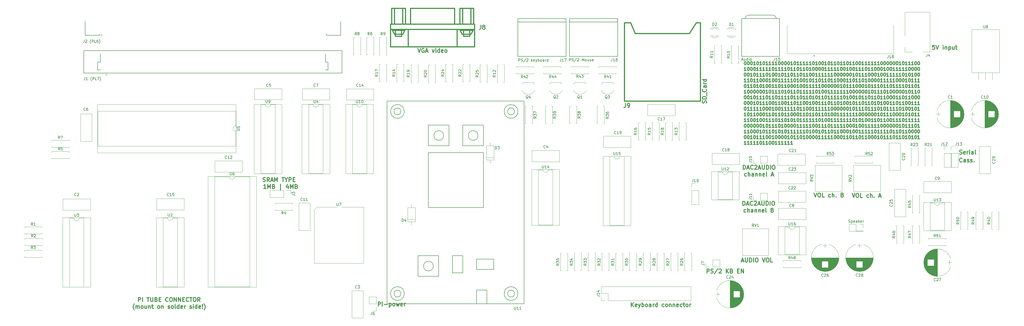
<source format=gbr>
G04 #@! TF.GenerationSoftware,KiCad,Pcbnew,(5.0.2-5)-5*
G04 #@! TF.CreationDate,2019-04-21T12:33:13+02:00*
G04 #@! TF.ProjectId,FPGAtom,46504741-746f-46d2-9e6b-696361645f70,rev?*
G04 #@! TF.SameCoordinates,Original*
G04 #@! TF.FileFunction,Legend,Top*
G04 #@! TF.FilePolarity,Positive*
%FSLAX46Y46*%
G04 Gerber Fmt 4.6, Leading zero omitted, Abs format (unit mm)*
G04 Created by KiCad (PCBNEW (5.0.2-5)-5) date Sunday, 21 April 2019 at 12:33:13*
%MOMM*%
%LPD*%
G01*
G04 APERTURE LIST*
%ADD10C,0.300000*%
%ADD11C,0.120000*%
%ADD12C,0.150000*%
%ADD13C,0.381000*%
%ADD14C,0.304800*%
G04 APERTURE END LIST*
D10*
X372114428Y-89856571D02*
X371400142Y-89856571D01*
X371328714Y-90570857D01*
X371400142Y-90499428D01*
X371543000Y-90428000D01*
X371900142Y-90428000D01*
X372043000Y-90499428D01*
X372114428Y-90570857D01*
X372185857Y-90713714D01*
X372185857Y-91070857D01*
X372114428Y-91213714D01*
X372043000Y-91285142D01*
X371900142Y-91356571D01*
X371543000Y-91356571D01*
X371400142Y-91285142D01*
X371328714Y-91213714D01*
X372614428Y-89856571D02*
X373114428Y-91356571D01*
X373614428Y-89856571D01*
X375257285Y-91356571D02*
X375257285Y-90356571D01*
X375257285Y-89856571D02*
X375185857Y-89928000D01*
X375257285Y-89999428D01*
X375328714Y-89928000D01*
X375257285Y-89856571D01*
X375257285Y-89999428D01*
X375971571Y-90356571D02*
X375971571Y-91356571D01*
X375971571Y-90499428D02*
X376043000Y-90428000D01*
X376185857Y-90356571D01*
X376400142Y-90356571D01*
X376543000Y-90428000D01*
X376614428Y-90570857D01*
X376614428Y-91356571D01*
X377328714Y-90356571D02*
X377328714Y-91856571D01*
X377328714Y-90428000D02*
X377471571Y-90356571D01*
X377757285Y-90356571D01*
X377900142Y-90428000D01*
X377971571Y-90499428D01*
X378043000Y-90642285D01*
X378043000Y-91070857D01*
X377971571Y-91213714D01*
X377900142Y-91285142D01*
X377757285Y-91356571D01*
X377471571Y-91356571D01*
X377328714Y-91285142D01*
X379328714Y-90356571D02*
X379328714Y-91356571D01*
X378685857Y-90356571D02*
X378685857Y-91142285D01*
X378757285Y-91285142D01*
X378900142Y-91356571D01*
X379114428Y-91356571D01*
X379257285Y-91285142D01*
X379328714Y-91213714D01*
X379828714Y-90356571D02*
X380400142Y-90356571D01*
X380043000Y-89856571D02*
X380043000Y-91142285D01*
X380114428Y-91285142D01*
X380257285Y-91356571D01*
X380400142Y-91356571D01*
X166902428Y-186225571D02*
X166902428Y-184725571D01*
X167473857Y-184725571D01*
X167616714Y-184797000D01*
X167688142Y-184868428D01*
X167759571Y-185011285D01*
X167759571Y-185225571D01*
X167688142Y-185368428D01*
X167616714Y-185439857D01*
X167473857Y-185511285D01*
X166902428Y-185511285D01*
X168402428Y-186225571D02*
X168402428Y-184725571D01*
X169116714Y-185654142D02*
X170259571Y-185654142D01*
X170973857Y-185225571D02*
X170973857Y-186725571D01*
X170973857Y-185297000D02*
X171116714Y-185225571D01*
X171402428Y-185225571D01*
X171545285Y-185297000D01*
X171616714Y-185368428D01*
X171688142Y-185511285D01*
X171688142Y-185939857D01*
X171616714Y-186082714D01*
X171545285Y-186154142D01*
X171402428Y-186225571D01*
X171116714Y-186225571D01*
X170973857Y-186154142D01*
X172545285Y-186225571D02*
X172402428Y-186154142D01*
X172331000Y-186082714D01*
X172259571Y-185939857D01*
X172259571Y-185511285D01*
X172331000Y-185368428D01*
X172402428Y-185297000D01*
X172545285Y-185225571D01*
X172759571Y-185225571D01*
X172902428Y-185297000D01*
X172973857Y-185368428D01*
X173045285Y-185511285D01*
X173045285Y-185939857D01*
X172973857Y-186082714D01*
X172902428Y-186154142D01*
X172759571Y-186225571D01*
X172545285Y-186225571D01*
X173545285Y-185225571D02*
X173831000Y-186225571D01*
X174116714Y-185511285D01*
X174402428Y-186225571D01*
X174688142Y-185225571D01*
X175831000Y-186154142D02*
X175688142Y-186225571D01*
X175402428Y-186225571D01*
X175259571Y-186154142D01*
X175188142Y-186011285D01*
X175188142Y-185439857D01*
X175259571Y-185297000D01*
X175402428Y-185225571D01*
X175688142Y-185225571D01*
X175831000Y-185297000D01*
X175902428Y-185439857D01*
X175902428Y-185582714D01*
X175188142Y-185725571D01*
X176545285Y-186225571D02*
X176545285Y-185225571D01*
X176545285Y-185511285D02*
X176616714Y-185368428D01*
X176688142Y-185297000D01*
X176831000Y-185225571D01*
X176973857Y-185225571D01*
X78467571Y-184569571D02*
X78467571Y-183069571D01*
X79039000Y-183069571D01*
X79181857Y-183141000D01*
X79253285Y-183212428D01*
X79324714Y-183355285D01*
X79324714Y-183569571D01*
X79253285Y-183712428D01*
X79181857Y-183783857D01*
X79039000Y-183855285D01*
X78467571Y-183855285D01*
X79967571Y-184569571D02*
X79967571Y-183069571D01*
X81610428Y-183069571D02*
X82467571Y-183069571D01*
X82039000Y-184569571D02*
X82039000Y-183069571D01*
X82967571Y-183069571D02*
X82967571Y-184283857D01*
X83039000Y-184426714D01*
X83110428Y-184498142D01*
X83253285Y-184569571D01*
X83539000Y-184569571D01*
X83681857Y-184498142D01*
X83753285Y-184426714D01*
X83824714Y-184283857D01*
X83824714Y-183069571D01*
X85039000Y-183783857D02*
X85253285Y-183855285D01*
X85324714Y-183926714D01*
X85396142Y-184069571D01*
X85396142Y-184283857D01*
X85324714Y-184426714D01*
X85253285Y-184498142D01*
X85110428Y-184569571D01*
X84539000Y-184569571D01*
X84539000Y-183069571D01*
X85039000Y-183069571D01*
X85181857Y-183141000D01*
X85253285Y-183212428D01*
X85324714Y-183355285D01*
X85324714Y-183498142D01*
X85253285Y-183641000D01*
X85181857Y-183712428D01*
X85039000Y-183783857D01*
X84539000Y-183783857D01*
X86039000Y-183783857D02*
X86539000Y-183783857D01*
X86753285Y-184569571D02*
X86039000Y-184569571D01*
X86039000Y-183069571D01*
X86753285Y-183069571D01*
X89396142Y-184426714D02*
X89324714Y-184498142D01*
X89110428Y-184569571D01*
X88967571Y-184569571D01*
X88753285Y-184498142D01*
X88610428Y-184355285D01*
X88539000Y-184212428D01*
X88467571Y-183926714D01*
X88467571Y-183712428D01*
X88539000Y-183426714D01*
X88610428Y-183283857D01*
X88753285Y-183141000D01*
X88967571Y-183069571D01*
X89110428Y-183069571D01*
X89324714Y-183141000D01*
X89396142Y-183212428D01*
X90324714Y-183069571D02*
X90610428Y-183069571D01*
X90753285Y-183141000D01*
X90896142Y-183283857D01*
X90967571Y-183569571D01*
X90967571Y-184069571D01*
X90896142Y-184355285D01*
X90753285Y-184498142D01*
X90610428Y-184569571D01*
X90324714Y-184569571D01*
X90181857Y-184498142D01*
X90039000Y-184355285D01*
X89967571Y-184069571D01*
X89967571Y-183569571D01*
X90039000Y-183283857D01*
X90181857Y-183141000D01*
X90324714Y-183069571D01*
X91610428Y-184569571D02*
X91610428Y-183069571D01*
X92467571Y-184569571D01*
X92467571Y-183069571D01*
X93181857Y-184569571D02*
X93181857Y-183069571D01*
X94039000Y-184569571D01*
X94039000Y-183069571D01*
X94753285Y-183783857D02*
X95253285Y-183783857D01*
X95467571Y-184569571D02*
X94753285Y-184569571D01*
X94753285Y-183069571D01*
X95467571Y-183069571D01*
X96967571Y-184426714D02*
X96896142Y-184498142D01*
X96681857Y-184569571D01*
X96539000Y-184569571D01*
X96324714Y-184498142D01*
X96181857Y-184355285D01*
X96110428Y-184212428D01*
X96039000Y-183926714D01*
X96039000Y-183712428D01*
X96110428Y-183426714D01*
X96181857Y-183283857D01*
X96324714Y-183141000D01*
X96539000Y-183069571D01*
X96681857Y-183069571D01*
X96896142Y-183141000D01*
X96967571Y-183212428D01*
X97396142Y-183069571D02*
X98253285Y-183069571D01*
X97824714Y-184569571D02*
X97824714Y-183069571D01*
X99039000Y-183069571D02*
X99324714Y-183069571D01*
X99467571Y-183141000D01*
X99610428Y-183283857D01*
X99681857Y-183569571D01*
X99681857Y-184069571D01*
X99610428Y-184355285D01*
X99467571Y-184498142D01*
X99324714Y-184569571D01*
X99039000Y-184569571D01*
X98896142Y-184498142D01*
X98753285Y-184355285D01*
X98681857Y-184069571D01*
X98681857Y-183569571D01*
X98753285Y-183283857D01*
X98896142Y-183141000D01*
X99039000Y-183069571D01*
X101181857Y-184569571D02*
X100681857Y-183855285D01*
X100324714Y-184569571D02*
X100324714Y-183069571D01*
X100896142Y-183069571D01*
X101039000Y-183141000D01*
X101110428Y-183212428D01*
X101181857Y-183355285D01*
X101181857Y-183569571D01*
X101110428Y-183712428D01*
X101039000Y-183783857D01*
X100896142Y-183855285D01*
X100324714Y-183855285D01*
X76931857Y-187691000D02*
X76860428Y-187619571D01*
X76717571Y-187405285D01*
X76646142Y-187262428D01*
X76574714Y-187048142D01*
X76503285Y-186691000D01*
X76503285Y-186405285D01*
X76574714Y-186048142D01*
X76646142Y-185833857D01*
X76717571Y-185691000D01*
X76860428Y-185476714D01*
X76931857Y-185405285D01*
X77503285Y-187119571D02*
X77503285Y-186119571D01*
X77503285Y-186262428D02*
X77574714Y-186191000D01*
X77717571Y-186119571D01*
X77931857Y-186119571D01*
X78074714Y-186191000D01*
X78146142Y-186333857D01*
X78146142Y-187119571D01*
X78146142Y-186333857D02*
X78217571Y-186191000D01*
X78360428Y-186119571D01*
X78574714Y-186119571D01*
X78717571Y-186191000D01*
X78789000Y-186333857D01*
X78789000Y-187119571D01*
X79717571Y-187119571D02*
X79574714Y-187048142D01*
X79503285Y-186976714D01*
X79431857Y-186833857D01*
X79431857Y-186405285D01*
X79503285Y-186262428D01*
X79574714Y-186191000D01*
X79717571Y-186119571D01*
X79931857Y-186119571D01*
X80074714Y-186191000D01*
X80146142Y-186262428D01*
X80217571Y-186405285D01*
X80217571Y-186833857D01*
X80146142Y-186976714D01*
X80074714Y-187048142D01*
X79931857Y-187119571D01*
X79717571Y-187119571D01*
X81503285Y-186119571D02*
X81503285Y-187119571D01*
X80860428Y-186119571D02*
X80860428Y-186905285D01*
X80931857Y-187048142D01*
X81074714Y-187119571D01*
X81289000Y-187119571D01*
X81431857Y-187048142D01*
X81503285Y-186976714D01*
X82217571Y-186119571D02*
X82217571Y-187119571D01*
X82217571Y-186262428D02*
X82289000Y-186191000D01*
X82431857Y-186119571D01*
X82646142Y-186119571D01*
X82789000Y-186191000D01*
X82860428Y-186333857D01*
X82860428Y-187119571D01*
X83360428Y-186119571D02*
X83931857Y-186119571D01*
X83574714Y-185619571D02*
X83574714Y-186905285D01*
X83646142Y-187048142D01*
X83789000Y-187119571D01*
X83931857Y-187119571D01*
X85789000Y-187119571D02*
X85646142Y-187048142D01*
X85574714Y-186976714D01*
X85503285Y-186833857D01*
X85503285Y-186405285D01*
X85574714Y-186262428D01*
X85646142Y-186191000D01*
X85789000Y-186119571D01*
X86003285Y-186119571D01*
X86146142Y-186191000D01*
X86217571Y-186262428D01*
X86289000Y-186405285D01*
X86289000Y-186833857D01*
X86217571Y-186976714D01*
X86146142Y-187048142D01*
X86003285Y-187119571D01*
X85789000Y-187119571D01*
X86931857Y-186119571D02*
X86931857Y-187119571D01*
X86931857Y-186262428D02*
X87003285Y-186191000D01*
X87146142Y-186119571D01*
X87360428Y-186119571D01*
X87503285Y-186191000D01*
X87574714Y-186333857D01*
X87574714Y-187119571D01*
X89360428Y-187048142D02*
X89503285Y-187119571D01*
X89789000Y-187119571D01*
X89931857Y-187048142D01*
X90003285Y-186905285D01*
X90003285Y-186833857D01*
X89931857Y-186691000D01*
X89789000Y-186619571D01*
X89574714Y-186619571D01*
X89431857Y-186548142D01*
X89360428Y-186405285D01*
X89360428Y-186333857D01*
X89431857Y-186191000D01*
X89574714Y-186119571D01*
X89789000Y-186119571D01*
X89931857Y-186191000D01*
X90860428Y-187119571D02*
X90717571Y-187048142D01*
X90646142Y-186976714D01*
X90574714Y-186833857D01*
X90574714Y-186405285D01*
X90646142Y-186262428D01*
X90717571Y-186191000D01*
X90860428Y-186119571D01*
X91074714Y-186119571D01*
X91217571Y-186191000D01*
X91289000Y-186262428D01*
X91360428Y-186405285D01*
X91360428Y-186833857D01*
X91289000Y-186976714D01*
X91217571Y-187048142D01*
X91074714Y-187119571D01*
X90860428Y-187119571D01*
X92217571Y-187119571D02*
X92074714Y-187048142D01*
X92003285Y-186905285D01*
X92003285Y-185619571D01*
X93431857Y-187119571D02*
X93431857Y-185619571D01*
X93431857Y-187048142D02*
X93289000Y-187119571D01*
X93003285Y-187119571D01*
X92860428Y-187048142D01*
X92789000Y-186976714D01*
X92717571Y-186833857D01*
X92717571Y-186405285D01*
X92789000Y-186262428D01*
X92860428Y-186191000D01*
X93003285Y-186119571D01*
X93289000Y-186119571D01*
X93431857Y-186191000D01*
X94717571Y-187048142D02*
X94574714Y-187119571D01*
X94289000Y-187119571D01*
X94146142Y-187048142D01*
X94074714Y-186905285D01*
X94074714Y-186333857D01*
X94146142Y-186191000D01*
X94289000Y-186119571D01*
X94574714Y-186119571D01*
X94717571Y-186191000D01*
X94789000Y-186333857D01*
X94789000Y-186476714D01*
X94074714Y-186619571D01*
X95431857Y-187119571D02*
X95431857Y-186119571D01*
X95431857Y-186405285D02*
X95503285Y-186262428D01*
X95574714Y-186191000D01*
X95717571Y-186119571D01*
X95860428Y-186119571D01*
X97431857Y-187048142D02*
X97574714Y-187119571D01*
X97860428Y-187119571D01*
X98003285Y-187048142D01*
X98074714Y-186905285D01*
X98074714Y-186833857D01*
X98003285Y-186691000D01*
X97860428Y-186619571D01*
X97646142Y-186619571D01*
X97503285Y-186548142D01*
X97431857Y-186405285D01*
X97431857Y-186333857D01*
X97503285Y-186191000D01*
X97646142Y-186119571D01*
X97860428Y-186119571D01*
X98003285Y-186191000D01*
X98717571Y-187119571D02*
X98717571Y-186119571D01*
X98717571Y-185619571D02*
X98646142Y-185691000D01*
X98717571Y-185762428D01*
X98789000Y-185691000D01*
X98717571Y-185619571D01*
X98717571Y-185762428D01*
X100074714Y-187119571D02*
X100074714Y-185619571D01*
X100074714Y-187048142D02*
X99931857Y-187119571D01*
X99646142Y-187119571D01*
X99503285Y-187048142D01*
X99431857Y-186976714D01*
X99360428Y-186833857D01*
X99360428Y-186405285D01*
X99431857Y-186262428D01*
X99503285Y-186191000D01*
X99646142Y-186119571D01*
X99931857Y-186119571D01*
X100074714Y-186191000D01*
X101360428Y-187048142D02*
X101217571Y-187119571D01*
X100931857Y-187119571D01*
X100789000Y-187048142D01*
X100717571Y-186905285D01*
X100717571Y-186333857D01*
X100789000Y-186191000D01*
X100931857Y-186119571D01*
X101217571Y-186119571D01*
X101360428Y-186191000D01*
X101431857Y-186333857D01*
X101431857Y-186476714D01*
X100717571Y-186619571D01*
X102074714Y-186976714D02*
X102146142Y-187048142D01*
X102074714Y-187119571D01*
X102003285Y-187048142D01*
X102074714Y-186976714D01*
X102074714Y-187119571D01*
X102074714Y-186548142D02*
X102003285Y-185691000D01*
X102074714Y-185619571D01*
X102146142Y-185691000D01*
X102074714Y-186548142D01*
X102074714Y-185619571D01*
X102646142Y-187691000D02*
X102717571Y-187619571D01*
X102860428Y-187405285D01*
X102931857Y-187262428D01*
X103003285Y-187048142D01*
X103074714Y-186691000D01*
X103074714Y-186405285D01*
X103003285Y-186048142D01*
X102931857Y-185833857D01*
X102860428Y-185691000D01*
X102717571Y-185476714D01*
X102646142Y-185405285D01*
X124409142Y-140175142D02*
X124623428Y-140246571D01*
X124980571Y-140246571D01*
X125123428Y-140175142D01*
X125194857Y-140103714D01*
X125266285Y-139960857D01*
X125266285Y-139818000D01*
X125194857Y-139675142D01*
X125123428Y-139603714D01*
X124980571Y-139532285D01*
X124694857Y-139460857D01*
X124552000Y-139389428D01*
X124480571Y-139318000D01*
X124409142Y-139175142D01*
X124409142Y-139032285D01*
X124480571Y-138889428D01*
X124552000Y-138818000D01*
X124694857Y-138746571D01*
X125052000Y-138746571D01*
X125266285Y-138818000D01*
X126766285Y-140246571D02*
X126266285Y-139532285D01*
X125909142Y-140246571D02*
X125909142Y-138746571D01*
X126480571Y-138746571D01*
X126623428Y-138818000D01*
X126694857Y-138889428D01*
X126766285Y-139032285D01*
X126766285Y-139246571D01*
X126694857Y-139389428D01*
X126623428Y-139460857D01*
X126480571Y-139532285D01*
X125909142Y-139532285D01*
X127337714Y-139818000D02*
X128052000Y-139818000D01*
X127194857Y-140246571D02*
X127694857Y-138746571D01*
X128194857Y-140246571D01*
X128694857Y-140246571D02*
X128694857Y-138746571D01*
X129194857Y-139818000D01*
X129694857Y-138746571D01*
X129694857Y-140246571D01*
X131337714Y-138746571D02*
X132194857Y-138746571D01*
X131766285Y-140246571D02*
X131766285Y-138746571D01*
X132980571Y-139532285D02*
X132980571Y-140246571D01*
X132480571Y-138746571D02*
X132980571Y-139532285D01*
X133480571Y-138746571D01*
X133980571Y-140246571D02*
X133980571Y-138746571D01*
X134552000Y-138746571D01*
X134694857Y-138818000D01*
X134766285Y-138889428D01*
X134837714Y-139032285D01*
X134837714Y-139246571D01*
X134766285Y-139389428D01*
X134694857Y-139460857D01*
X134552000Y-139532285D01*
X133980571Y-139532285D01*
X135480571Y-139460857D02*
X135980571Y-139460857D01*
X136194857Y-140246571D02*
X135480571Y-140246571D01*
X135480571Y-138746571D01*
X136194857Y-138746571D01*
X125516285Y-142796571D02*
X124659142Y-142796571D01*
X125087714Y-142796571D02*
X125087714Y-141296571D01*
X124944857Y-141510857D01*
X124802000Y-141653714D01*
X124659142Y-141725142D01*
X126159142Y-142796571D02*
X126159142Y-141296571D01*
X126659142Y-142368000D01*
X127159142Y-141296571D01*
X127159142Y-142796571D01*
X128373428Y-142010857D02*
X128587714Y-142082285D01*
X128659142Y-142153714D01*
X128730571Y-142296571D01*
X128730571Y-142510857D01*
X128659142Y-142653714D01*
X128587714Y-142725142D01*
X128444857Y-142796571D01*
X127873428Y-142796571D01*
X127873428Y-141296571D01*
X128373428Y-141296571D01*
X128516285Y-141368000D01*
X128587714Y-141439428D01*
X128659142Y-141582285D01*
X128659142Y-141725142D01*
X128587714Y-141868000D01*
X128516285Y-141939428D01*
X128373428Y-142010857D01*
X127873428Y-142010857D01*
X130873428Y-143296571D02*
X130873428Y-141153714D01*
X133730571Y-141796571D02*
X133730571Y-142796571D01*
X133373428Y-141225142D02*
X133016285Y-142296571D01*
X133944857Y-142296571D01*
X134516285Y-142796571D02*
X134516285Y-141296571D01*
X135016285Y-142368000D01*
X135516285Y-141296571D01*
X135516285Y-142796571D01*
X136730571Y-142010857D02*
X136944857Y-142082285D01*
X137016285Y-142153714D01*
X137087714Y-142296571D01*
X137087714Y-142510857D01*
X137016285Y-142653714D01*
X136944857Y-142725142D01*
X136802000Y-142796571D01*
X136230571Y-142796571D01*
X136230571Y-141296571D01*
X136730571Y-141296571D01*
X136873428Y-141368000D01*
X136944857Y-141439428D01*
X137016285Y-141582285D01*
X137016285Y-141725142D01*
X136944857Y-141868000D01*
X136873428Y-141939428D01*
X136730571Y-142010857D01*
X136230571Y-142010857D01*
X300935142Y-169541000D02*
X301649428Y-169541000D01*
X300792285Y-169969571D02*
X301292285Y-168469571D01*
X301792285Y-169969571D01*
X302292285Y-168469571D02*
X302292285Y-169683857D01*
X302363714Y-169826714D01*
X302435142Y-169898142D01*
X302578000Y-169969571D01*
X302863714Y-169969571D01*
X303006571Y-169898142D01*
X303078000Y-169826714D01*
X303149428Y-169683857D01*
X303149428Y-168469571D01*
X303863714Y-169969571D02*
X303863714Y-168469571D01*
X304220857Y-168469571D01*
X304435142Y-168541000D01*
X304578000Y-168683857D01*
X304649428Y-168826714D01*
X304720857Y-169112428D01*
X304720857Y-169326714D01*
X304649428Y-169612428D01*
X304578000Y-169755285D01*
X304435142Y-169898142D01*
X304220857Y-169969571D01*
X303863714Y-169969571D01*
X305363714Y-169969571D02*
X305363714Y-168469571D01*
X306363714Y-168469571D02*
X306649428Y-168469571D01*
X306792285Y-168541000D01*
X306935142Y-168683857D01*
X307006571Y-168969571D01*
X307006571Y-169469571D01*
X306935142Y-169755285D01*
X306792285Y-169898142D01*
X306649428Y-169969571D01*
X306363714Y-169969571D01*
X306220857Y-169898142D01*
X306078000Y-169755285D01*
X306006571Y-169469571D01*
X306006571Y-168969571D01*
X306078000Y-168683857D01*
X306220857Y-168541000D01*
X306363714Y-168469571D01*
X308578000Y-168469571D02*
X309078000Y-169969571D01*
X309578000Y-168469571D01*
X310363714Y-168469571D02*
X310649428Y-168469571D01*
X310792285Y-168541000D01*
X310935142Y-168683857D01*
X311006571Y-168969571D01*
X311006571Y-169469571D01*
X310935142Y-169755285D01*
X310792285Y-169898142D01*
X310649428Y-169969571D01*
X310363714Y-169969571D01*
X310220857Y-169898142D01*
X310078000Y-169755285D01*
X310006571Y-169469571D01*
X310006571Y-168969571D01*
X310078000Y-168683857D01*
X310220857Y-168541000D01*
X310363714Y-168469571D01*
X312363714Y-169969571D02*
X311649428Y-169969571D01*
X311649428Y-168469571D01*
X341733857Y-144593571D02*
X342233857Y-146093571D01*
X342733857Y-144593571D01*
X343519571Y-144593571D02*
X343805285Y-144593571D01*
X343948142Y-144665000D01*
X344091000Y-144807857D01*
X344162428Y-145093571D01*
X344162428Y-145593571D01*
X344091000Y-145879285D01*
X343948142Y-146022142D01*
X343805285Y-146093571D01*
X343519571Y-146093571D01*
X343376714Y-146022142D01*
X343233857Y-145879285D01*
X343162428Y-145593571D01*
X343162428Y-145093571D01*
X343233857Y-144807857D01*
X343376714Y-144665000D01*
X343519571Y-144593571D01*
X345519571Y-146093571D02*
X344805285Y-146093571D01*
X344805285Y-144593571D01*
X347805285Y-146022142D02*
X347662428Y-146093571D01*
X347376714Y-146093571D01*
X347233857Y-146022142D01*
X347162428Y-145950714D01*
X347091000Y-145807857D01*
X347091000Y-145379285D01*
X347162428Y-145236428D01*
X347233857Y-145165000D01*
X347376714Y-145093571D01*
X347662428Y-145093571D01*
X347805285Y-145165000D01*
X348448142Y-146093571D02*
X348448142Y-144593571D01*
X349091000Y-146093571D02*
X349091000Y-145307857D01*
X349019571Y-145165000D01*
X348876714Y-145093571D01*
X348662428Y-145093571D01*
X348519571Y-145165000D01*
X348448142Y-145236428D01*
X349805285Y-145950714D02*
X349876714Y-146022142D01*
X349805285Y-146093571D01*
X349733857Y-146022142D01*
X349805285Y-145950714D01*
X349805285Y-146093571D01*
X351591000Y-145665000D02*
X352305285Y-145665000D01*
X351448142Y-146093571D02*
X351948142Y-144593571D01*
X352448142Y-146093571D01*
X327656714Y-144466571D02*
X328156714Y-145966571D01*
X328656714Y-144466571D01*
X329442428Y-144466571D02*
X329728142Y-144466571D01*
X329871000Y-144538000D01*
X330013857Y-144680857D01*
X330085285Y-144966571D01*
X330085285Y-145466571D01*
X330013857Y-145752285D01*
X329871000Y-145895142D01*
X329728142Y-145966571D01*
X329442428Y-145966571D01*
X329299571Y-145895142D01*
X329156714Y-145752285D01*
X329085285Y-145466571D01*
X329085285Y-144966571D01*
X329156714Y-144680857D01*
X329299571Y-144538000D01*
X329442428Y-144466571D01*
X331442428Y-145966571D02*
X330728142Y-145966571D01*
X330728142Y-144466571D01*
X333728142Y-145895142D02*
X333585285Y-145966571D01*
X333299571Y-145966571D01*
X333156714Y-145895142D01*
X333085285Y-145823714D01*
X333013857Y-145680857D01*
X333013857Y-145252285D01*
X333085285Y-145109428D01*
X333156714Y-145038000D01*
X333299571Y-144966571D01*
X333585285Y-144966571D01*
X333728142Y-145038000D01*
X334371000Y-145966571D02*
X334371000Y-144466571D01*
X335013857Y-145966571D02*
X335013857Y-145180857D01*
X334942428Y-145038000D01*
X334799571Y-144966571D01*
X334585285Y-144966571D01*
X334442428Y-145038000D01*
X334371000Y-145109428D01*
X335728142Y-145823714D02*
X335799571Y-145895142D01*
X335728142Y-145966571D01*
X335656714Y-145895142D01*
X335728142Y-145823714D01*
X335728142Y-145966571D01*
X338085285Y-145180857D02*
X338299571Y-145252285D01*
X338371000Y-145323714D01*
X338442428Y-145466571D01*
X338442428Y-145680857D01*
X338371000Y-145823714D01*
X338299571Y-145895142D01*
X338156714Y-145966571D01*
X337585285Y-145966571D01*
X337585285Y-144466571D01*
X338085285Y-144466571D01*
X338228142Y-144538000D01*
X338299571Y-144609428D01*
X338371000Y-144752285D01*
X338371000Y-144895142D01*
X338299571Y-145038000D01*
X338228142Y-145109428D01*
X338085285Y-145180857D01*
X337585285Y-145180857D01*
X301391571Y-149009571D02*
X301391571Y-147509571D01*
X301748714Y-147509571D01*
X301963000Y-147581000D01*
X302105857Y-147723857D01*
X302177285Y-147866714D01*
X302248714Y-148152428D01*
X302248714Y-148366714D01*
X302177285Y-148652428D01*
X302105857Y-148795285D01*
X301963000Y-148938142D01*
X301748714Y-149009571D01*
X301391571Y-149009571D01*
X302820142Y-148581000D02*
X303534428Y-148581000D01*
X302677285Y-149009571D02*
X303177285Y-147509571D01*
X303677285Y-149009571D01*
X305034428Y-148866714D02*
X304963000Y-148938142D01*
X304748714Y-149009571D01*
X304605857Y-149009571D01*
X304391571Y-148938142D01*
X304248714Y-148795285D01*
X304177285Y-148652428D01*
X304105857Y-148366714D01*
X304105857Y-148152428D01*
X304177285Y-147866714D01*
X304248714Y-147723857D01*
X304391571Y-147581000D01*
X304605857Y-147509571D01*
X304748714Y-147509571D01*
X304963000Y-147581000D01*
X305034428Y-147652428D01*
X305605857Y-147652428D02*
X305677285Y-147581000D01*
X305820142Y-147509571D01*
X306177285Y-147509571D01*
X306320142Y-147581000D01*
X306391571Y-147652428D01*
X306463000Y-147795285D01*
X306463000Y-147938142D01*
X306391571Y-148152428D01*
X305534428Y-149009571D01*
X306463000Y-149009571D01*
X307034428Y-148581000D02*
X307748714Y-148581000D01*
X306891571Y-149009571D02*
X307391571Y-147509571D01*
X307891571Y-149009571D01*
X308391571Y-147509571D02*
X308391571Y-148723857D01*
X308463000Y-148866714D01*
X308534428Y-148938142D01*
X308677285Y-149009571D01*
X308963000Y-149009571D01*
X309105857Y-148938142D01*
X309177285Y-148866714D01*
X309248714Y-148723857D01*
X309248714Y-147509571D01*
X309963000Y-149009571D02*
X309963000Y-147509571D01*
X310320142Y-147509571D01*
X310534428Y-147581000D01*
X310677285Y-147723857D01*
X310748714Y-147866714D01*
X310820142Y-148152428D01*
X310820142Y-148366714D01*
X310748714Y-148652428D01*
X310677285Y-148795285D01*
X310534428Y-148938142D01*
X310320142Y-149009571D01*
X309963000Y-149009571D01*
X311463000Y-149009571D02*
X311463000Y-147509571D01*
X312463000Y-147509571D02*
X312748714Y-147509571D01*
X312891571Y-147581000D01*
X313034428Y-147723857D01*
X313105857Y-148009571D01*
X313105857Y-148509571D01*
X313034428Y-148795285D01*
X312891571Y-148938142D01*
X312748714Y-149009571D01*
X312463000Y-149009571D01*
X312320142Y-148938142D01*
X312177285Y-148795285D01*
X312105857Y-148509571D01*
X312105857Y-148009571D01*
X312177285Y-147723857D01*
X312320142Y-147581000D01*
X312463000Y-147509571D01*
X302498714Y-151488142D02*
X302355857Y-151559571D01*
X302070142Y-151559571D01*
X301927285Y-151488142D01*
X301855857Y-151416714D01*
X301784428Y-151273857D01*
X301784428Y-150845285D01*
X301855857Y-150702428D01*
X301927285Y-150631000D01*
X302070142Y-150559571D01*
X302355857Y-150559571D01*
X302498714Y-150631000D01*
X303141571Y-151559571D02*
X303141571Y-150059571D01*
X303784428Y-151559571D02*
X303784428Y-150773857D01*
X303713000Y-150631000D01*
X303570142Y-150559571D01*
X303355857Y-150559571D01*
X303213000Y-150631000D01*
X303141571Y-150702428D01*
X305141571Y-151559571D02*
X305141571Y-150773857D01*
X305070142Y-150631000D01*
X304927285Y-150559571D01*
X304641571Y-150559571D01*
X304498714Y-150631000D01*
X305141571Y-151488142D02*
X304998714Y-151559571D01*
X304641571Y-151559571D01*
X304498714Y-151488142D01*
X304427285Y-151345285D01*
X304427285Y-151202428D01*
X304498714Y-151059571D01*
X304641571Y-150988142D01*
X304998714Y-150988142D01*
X305141571Y-150916714D01*
X305855857Y-150559571D02*
X305855857Y-151559571D01*
X305855857Y-150702428D02*
X305927285Y-150631000D01*
X306070142Y-150559571D01*
X306284428Y-150559571D01*
X306427285Y-150631000D01*
X306498714Y-150773857D01*
X306498714Y-151559571D01*
X307213000Y-150559571D02*
X307213000Y-151559571D01*
X307213000Y-150702428D02*
X307284428Y-150631000D01*
X307427285Y-150559571D01*
X307641571Y-150559571D01*
X307784428Y-150631000D01*
X307855857Y-150773857D01*
X307855857Y-151559571D01*
X309141571Y-151488142D02*
X308998714Y-151559571D01*
X308713000Y-151559571D01*
X308570142Y-151488142D01*
X308498714Y-151345285D01*
X308498714Y-150773857D01*
X308570142Y-150631000D01*
X308713000Y-150559571D01*
X308998714Y-150559571D01*
X309141571Y-150631000D01*
X309213000Y-150773857D01*
X309213000Y-150916714D01*
X308498714Y-151059571D01*
X310070142Y-151559571D02*
X309927285Y-151488142D01*
X309855857Y-151345285D01*
X309855857Y-150059571D01*
X312284428Y-150773857D02*
X312498714Y-150845285D01*
X312570142Y-150916714D01*
X312641571Y-151059571D01*
X312641571Y-151273857D01*
X312570142Y-151416714D01*
X312498714Y-151488142D01*
X312355857Y-151559571D01*
X311784428Y-151559571D01*
X311784428Y-150059571D01*
X312284428Y-150059571D01*
X312427285Y-150131000D01*
X312498714Y-150202428D01*
X312570142Y-150345285D01*
X312570142Y-150488142D01*
X312498714Y-150631000D01*
X312427285Y-150702428D01*
X312284428Y-150773857D01*
X311784428Y-150773857D01*
X301518571Y-135674571D02*
X301518571Y-134174571D01*
X301875714Y-134174571D01*
X302090000Y-134246000D01*
X302232857Y-134388857D01*
X302304285Y-134531714D01*
X302375714Y-134817428D01*
X302375714Y-135031714D01*
X302304285Y-135317428D01*
X302232857Y-135460285D01*
X302090000Y-135603142D01*
X301875714Y-135674571D01*
X301518571Y-135674571D01*
X302947142Y-135246000D02*
X303661428Y-135246000D01*
X302804285Y-135674571D02*
X303304285Y-134174571D01*
X303804285Y-135674571D01*
X305161428Y-135531714D02*
X305090000Y-135603142D01*
X304875714Y-135674571D01*
X304732857Y-135674571D01*
X304518571Y-135603142D01*
X304375714Y-135460285D01*
X304304285Y-135317428D01*
X304232857Y-135031714D01*
X304232857Y-134817428D01*
X304304285Y-134531714D01*
X304375714Y-134388857D01*
X304518571Y-134246000D01*
X304732857Y-134174571D01*
X304875714Y-134174571D01*
X305090000Y-134246000D01*
X305161428Y-134317428D01*
X305732857Y-134317428D02*
X305804285Y-134246000D01*
X305947142Y-134174571D01*
X306304285Y-134174571D01*
X306447142Y-134246000D01*
X306518571Y-134317428D01*
X306590000Y-134460285D01*
X306590000Y-134603142D01*
X306518571Y-134817428D01*
X305661428Y-135674571D01*
X306590000Y-135674571D01*
X307161428Y-135246000D02*
X307875714Y-135246000D01*
X307018571Y-135674571D02*
X307518571Y-134174571D01*
X308018571Y-135674571D01*
X308518571Y-134174571D02*
X308518571Y-135388857D01*
X308590000Y-135531714D01*
X308661428Y-135603142D01*
X308804285Y-135674571D01*
X309090000Y-135674571D01*
X309232857Y-135603142D01*
X309304285Y-135531714D01*
X309375714Y-135388857D01*
X309375714Y-134174571D01*
X310090000Y-135674571D02*
X310090000Y-134174571D01*
X310447142Y-134174571D01*
X310661428Y-134246000D01*
X310804285Y-134388857D01*
X310875714Y-134531714D01*
X310947142Y-134817428D01*
X310947142Y-135031714D01*
X310875714Y-135317428D01*
X310804285Y-135460285D01*
X310661428Y-135603142D01*
X310447142Y-135674571D01*
X310090000Y-135674571D01*
X311590000Y-135674571D02*
X311590000Y-134174571D01*
X312590000Y-134174571D02*
X312875714Y-134174571D01*
X313018571Y-134246000D01*
X313161428Y-134388857D01*
X313232857Y-134674571D01*
X313232857Y-135174571D01*
X313161428Y-135460285D01*
X313018571Y-135603142D01*
X312875714Y-135674571D01*
X312590000Y-135674571D01*
X312447142Y-135603142D01*
X312304285Y-135460285D01*
X312232857Y-135174571D01*
X312232857Y-134674571D01*
X312304285Y-134388857D01*
X312447142Y-134246000D01*
X312590000Y-134174571D01*
X302732857Y-138153142D02*
X302590000Y-138224571D01*
X302304285Y-138224571D01*
X302161428Y-138153142D01*
X302090000Y-138081714D01*
X302018571Y-137938857D01*
X302018571Y-137510285D01*
X302090000Y-137367428D01*
X302161428Y-137296000D01*
X302304285Y-137224571D01*
X302590000Y-137224571D01*
X302732857Y-137296000D01*
X303375714Y-138224571D02*
X303375714Y-136724571D01*
X304018571Y-138224571D02*
X304018571Y-137438857D01*
X303947142Y-137296000D01*
X303804285Y-137224571D01*
X303590000Y-137224571D01*
X303447142Y-137296000D01*
X303375714Y-137367428D01*
X305375714Y-138224571D02*
X305375714Y-137438857D01*
X305304285Y-137296000D01*
X305161428Y-137224571D01*
X304875714Y-137224571D01*
X304732857Y-137296000D01*
X305375714Y-138153142D02*
X305232857Y-138224571D01*
X304875714Y-138224571D01*
X304732857Y-138153142D01*
X304661428Y-138010285D01*
X304661428Y-137867428D01*
X304732857Y-137724571D01*
X304875714Y-137653142D01*
X305232857Y-137653142D01*
X305375714Y-137581714D01*
X306090000Y-137224571D02*
X306090000Y-138224571D01*
X306090000Y-137367428D02*
X306161428Y-137296000D01*
X306304285Y-137224571D01*
X306518571Y-137224571D01*
X306661428Y-137296000D01*
X306732857Y-137438857D01*
X306732857Y-138224571D01*
X307447142Y-137224571D02*
X307447142Y-138224571D01*
X307447142Y-137367428D02*
X307518571Y-137296000D01*
X307661428Y-137224571D01*
X307875714Y-137224571D01*
X308018571Y-137296000D01*
X308090000Y-137438857D01*
X308090000Y-138224571D01*
X309375714Y-138153142D02*
X309232857Y-138224571D01*
X308947142Y-138224571D01*
X308804285Y-138153142D01*
X308732857Y-138010285D01*
X308732857Y-137438857D01*
X308804285Y-137296000D01*
X308947142Y-137224571D01*
X309232857Y-137224571D01*
X309375714Y-137296000D01*
X309447142Y-137438857D01*
X309447142Y-137581714D01*
X308732857Y-137724571D01*
X310304285Y-138224571D02*
X310161428Y-138153142D01*
X310090000Y-138010285D01*
X310090000Y-136724571D01*
X311947142Y-137796000D02*
X312661428Y-137796000D01*
X311804285Y-138224571D02*
X312304285Y-136724571D01*
X312804285Y-138224571D01*
X288179714Y-174033571D02*
X288179714Y-172533571D01*
X288751142Y-172533571D01*
X288894000Y-172605000D01*
X288965428Y-172676428D01*
X289036857Y-172819285D01*
X289036857Y-173033571D01*
X288965428Y-173176428D01*
X288894000Y-173247857D01*
X288751142Y-173319285D01*
X288179714Y-173319285D01*
X289608285Y-173962142D02*
X289822571Y-174033571D01*
X290179714Y-174033571D01*
X290322571Y-173962142D01*
X290394000Y-173890714D01*
X290465428Y-173747857D01*
X290465428Y-173605000D01*
X290394000Y-173462142D01*
X290322571Y-173390714D01*
X290179714Y-173319285D01*
X289894000Y-173247857D01*
X289751142Y-173176428D01*
X289679714Y-173105000D01*
X289608285Y-172962142D01*
X289608285Y-172819285D01*
X289679714Y-172676428D01*
X289751142Y-172605000D01*
X289894000Y-172533571D01*
X290251142Y-172533571D01*
X290465428Y-172605000D01*
X292179714Y-172462142D02*
X290894000Y-174390714D01*
X292608285Y-172676428D02*
X292679714Y-172605000D01*
X292822571Y-172533571D01*
X293179714Y-172533571D01*
X293322571Y-172605000D01*
X293394000Y-172676428D01*
X293465428Y-172819285D01*
X293465428Y-172962142D01*
X293394000Y-173176428D01*
X292536857Y-174033571D01*
X293465428Y-174033571D01*
X295251142Y-174033571D02*
X295251142Y-172533571D01*
X296108285Y-174033571D02*
X295465428Y-173176428D01*
X296108285Y-172533571D02*
X295251142Y-173390714D01*
X297251142Y-173247857D02*
X297465428Y-173319285D01*
X297536857Y-173390714D01*
X297608285Y-173533571D01*
X297608285Y-173747857D01*
X297536857Y-173890714D01*
X297465428Y-173962142D01*
X297322571Y-174033571D01*
X296751142Y-174033571D01*
X296751142Y-172533571D01*
X297251142Y-172533571D01*
X297394000Y-172605000D01*
X297465428Y-172676428D01*
X297536857Y-172819285D01*
X297536857Y-172962142D01*
X297465428Y-173105000D01*
X297394000Y-173176428D01*
X297251142Y-173247857D01*
X296751142Y-173247857D01*
X299394000Y-173247857D02*
X299894000Y-173247857D01*
X300108285Y-174033571D02*
X299394000Y-174033571D01*
X299394000Y-172533571D01*
X300108285Y-172533571D01*
X300751142Y-174033571D02*
X300751142Y-172533571D01*
X301608285Y-174033571D01*
X301608285Y-172533571D01*
X260252142Y-186479571D02*
X260252142Y-184979571D01*
X261109285Y-186479571D02*
X260466428Y-185622428D01*
X261109285Y-184979571D02*
X260252142Y-185836714D01*
X262323571Y-186408142D02*
X262180714Y-186479571D01*
X261895000Y-186479571D01*
X261752142Y-186408142D01*
X261680714Y-186265285D01*
X261680714Y-185693857D01*
X261752142Y-185551000D01*
X261895000Y-185479571D01*
X262180714Y-185479571D01*
X262323571Y-185551000D01*
X262395000Y-185693857D01*
X262395000Y-185836714D01*
X261680714Y-185979571D01*
X262895000Y-185479571D02*
X263252142Y-186479571D01*
X263609285Y-185479571D02*
X263252142Y-186479571D01*
X263109285Y-186836714D01*
X263037857Y-186908142D01*
X262895000Y-186979571D01*
X264180714Y-186479571D02*
X264180714Y-184979571D01*
X264180714Y-185551000D02*
X264323571Y-185479571D01*
X264609285Y-185479571D01*
X264752142Y-185551000D01*
X264823571Y-185622428D01*
X264895000Y-185765285D01*
X264895000Y-186193857D01*
X264823571Y-186336714D01*
X264752142Y-186408142D01*
X264609285Y-186479571D01*
X264323571Y-186479571D01*
X264180714Y-186408142D01*
X265752142Y-186479571D02*
X265609285Y-186408142D01*
X265537857Y-186336714D01*
X265466428Y-186193857D01*
X265466428Y-185765285D01*
X265537857Y-185622428D01*
X265609285Y-185551000D01*
X265752142Y-185479571D01*
X265966428Y-185479571D01*
X266109285Y-185551000D01*
X266180714Y-185622428D01*
X266252142Y-185765285D01*
X266252142Y-186193857D01*
X266180714Y-186336714D01*
X266109285Y-186408142D01*
X265966428Y-186479571D01*
X265752142Y-186479571D01*
X267537857Y-186479571D02*
X267537857Y-185693857D01*
X267466428Y-185551000D01*
X267323571Y-185479571D01*
X267037857Y-185479571D01*
X266895000Y-185551000D01*
X267537857Y-186408142D02*
X267395000Y-186479571D01*
X267037857Y-186479571D01*
X266895000Y-186408142D01*
X266823571Y-186265285D01*
X266823571Y-186122428D01*
X266895000Y-185979571D01*
X267037857Y-185908142D01*
X267395000Y-185908142D01*
X267537857Y-185836714D01*
X268252142Y-186479571D02*
X268252142Y-185479571D01*
X268252142Y-185765285D02*
X268323571Y-185622428D01*
X268395000Y-185551000D01*
X268537857Y-185479571D01*
X268680714Y-185479571D01*
X269823571Y-186479571D02*
X269823571Y-184979571D01*
X269823571Y-186408142D02*
X269680714Y-186479571D01*
X269395000Y-186479571D01*
X269252142Y-186408142D01*
X269180714Y-186336714D01*
X269109285Y-186193857D01*
X269109285Y-185765285D01*
X269180714Y-185622428D01*
X269252142Y-185551000D01*
X269395000Y-185479571D01*
X269680714Y-185479571D01*
X269823571Y-185551000D01*
X272323571Y-186408142D02*
X272180714Y-186479571D01*
X271895000Y-186479571D01*
X271752142Y-186408142D01*
X271680714Y-186336714D01*
X271609285Y-186193857D01*
X271609285Y-185765285D01*
X271680714Y-185622428D01*
X271752142Y-185551000D01*
X271895000Y-185479571D01*
X272180714Y-185479571D01*
X272323571Y-185551000D01*
X273180714Y-186479571D02*
X273037857Y-186408142D01*
X272966428Y-186336714D01*
X272895000Y-186193857D01*
X272895000Y-185765285D01*
X272966428Y-185622428D01*
X273037857Y-185551000D01*
X273180714Y-185479571D01*
X273395000Y-185479571D01*
X273537857Y-185551000D01*
X273609285Y-185622428D01*
X273680714Y-185765285D01*
X273680714Y-186193857D01*
X273609285Y-186336714D01*
X273537857Y-186408142D01*
X273395000Y-186479571D01*
X273180714Y-186479571D01*
X274323571Y-185479571D02*
X274323571Y-186479571D01*
X274323571Y-185622428D02*
X274395000Y-185551000D01*
X274537857Y-185479571D01*
X274752142Y-185479571D01*
X274895000Y-185551000D01*
X274966428Y-185693857D01*
X274966428Y-186479571D01*
X275680714Y-185479571D02*
X275680714Y-186479571D01*
X275680714Y-185622428D02*
X275752142Y-185551000D01*
X275895000Y-185479571D01*
X276109285Y-185479571D01*
X276252142Y-185551000D01*
X276323571Y-185693857D01*
X276323571Y-186479571D01*
X277609285Y-186408142D02*
X277466428Y-186479571D01*
X277180714Y-186479571D01*
X277037857Y-186408142D01*
X276966428Y-186265285D01*
X276966428Y-185693857D01*
X277037857Y-185551000D01*
X277180714Y-185479571D01*
X277466428Y-185479571D01*
X277609285Y-185551000D01*
X277680714Y-185693857D01*
X277680714Y-185836714D01*
X276966428Y-185979571D01*
X278966428Y-186408142D02*
X278823571Y-186479571D01*
X278537857Y-186479571D01*
X278395000Y-186408142D01*
X278323571Y-186336714D01*
X278252142Y-186193857D01*
X278252142Y-185765285D01*
X278323571Y-185622428D01*
X278395000Y-185551000D01*
X278537857Y-185479571D01*
X278823571Y-185479571D01*
X278966428Y-185551000D01*
X279395000Y-185479571D02*
X279966428Y-185479571D01*
X279609285Y-184979571D02*
X279609285Y-186265285D01*
X279680714Y-186408142D01*
X279823571Y-186479571D01*
X279966428Y-186479571D01*
X280680714Y-186479571D02*
X280537857Y-186408142D01*
X280466428Y-186336714D01*
X280395000Y-186193857D01*
X280395000Y-185765285D01*
X280466428Y-185622428D01*
X280537857Y-185551000D01*
X280680714Y-185479571D01*
X280895000Y-185479571D01*
X281037857Y-185551000D01*
X281109285Y-185622428D01*
X281180714Y-185765285D01*
X281180714Y-186193857D01*
X281109285Y-186336714D01*
X281037857Y-186408142D01*
X280895000Y-186479571D01*
X280680714Y-186479571D01*
X281823571Y-186479571D02*
X281823571Y-185479571D01*
X281823571Y-185765285D02*
X281895000Y-185622428D01*
X281966428Y-185551000D01*
X282109285Y-185479571D01*
X282252142Y-185479571D01*
X382262285Y-132869714D02*
X382190857Y-132941142D01*
X381976571Y-133012571D01*
X381833714Y-133012571D01*
X381619428Y-132941142D01*
X381476571Y-132798285D01*
X381405142Y-132655428D01*
X381333714Y-132369714D01*
X381333714Y-132155428D01*
X381405142Y-131869714D01*
X381476571Y-131726857D01*
X381619428Y-131584000D01*
X381833714Y-131512571D01*
X381976571Y-131512571D01*
X382190857Y-131584000D01*
X382262285Y-131655428D01*
X383548000Y-133012571D02*
X383548000Y-132226857D01*
X383476571Y-132084000D01*
X383333714Y-132012571D01*
X383048000Y-132012571D01*
X382905142Y-132084000D01*
X383548000Y-132941142D02*
X383405142Y-133012571D01*
X383048000Y-133012571D01*
X382905142Y-132941142D01*
X382833714Y-132798285D01*
X382833714Y-132655428D01*
X382905142Y-132512571D01*
X383048000Y-132441142D01*
X383405142Y-132441142D01*
X383548000Y-132369714D01*
X384190857Y-132941142D02*
X384333714Y-133012571D01*
X384619428Y-133012571D01*
X384762285Y-132941142D01*
X384833714Y-132798285D01*
X384833714Y-132726857D01*
X384762285Y-132584000D01*
X384619428Y-132512571D01*
X384405142Y-132512571D01*
X384262285Y-132441142D01*
X384190857Y-132298285D01*
X384190857Y-132226857D01*
X384262285Y-132084000D01*
X384405142Y-132012571D01*
X384619428Y-132012571D01*
X384762285Y-132084000D01*
X385405142Y-132941142D02*
X385548000Y-133012571D01*
X385833714Y-133012571D01*
X385976571Y-132941142D01*
X386048000Y-132798285D01*
X386048000Y-132726857D01*
X385976571Y-132584000D01*
X385833714Y-132512571D01*
X385619428Y-132512571D01*
X385476571Y-132441142D01*
X385405142Y-132298285D01*
X385405142Y-132226857D01*
X385476571Y-132084000D01*
X385619428Y-132012571D01*
X385833714Y-132012571D01*
X385976571Y-132084000D01*
X386690857Y-132869714D02*
X386762285Y-132941142D01*
X386690857Y-133012571D01*
X386619428Y-132941142D01*
X386690857Y-132869714D01*
X386690857Y-133012571D01*
X381337714Y-130020142D02*
X381552000Y-130091571D01*
X381909142Y-130091571D01*
X382052000Y-130020142D01*
X382123428Y-129948714D01*
X382194857Y-129805857D01*
X382194857Y-129663000D01*
X382123428Y-129520142D01*
X382052000Y-129448714D01*
X381909142Y-129377285D01*
X381623428Y-129305857D01*
X381480571Y-129234428D01*
X381409142Y-129163000D01*
X381337714Y-129020142D01*
X381337714Y-128877285D01*
X381409142Y-128734428D01*
X381480571Y-128663000D01*
X381623428Y-128591571D01*
X381980571Y-128591571D01*
X382194857Y-128663000D01*
X383409142Y-130020142D02*
X383266285Y-130091571D01*
X382980571Y-130091571D01*
X382837714Y-130020142D01*
X382766285Y-129877285D01*
X382766285Y-129305857D01*
X382837714Y-129163000D01*
X382980571Y-129091571D01*
X383266285Y-129091571D01*
X383409142Y-129163000D01*
X383480571Y-129305857D01*
X383480571Y-129448714D01*
X382766285Y-129591571D01*
X384123428Y-130091571D02*
X384123428Y-129091571D01*
X384123428Y-129377285D02*
X384194857Y-129234428D01*
X384266285Y-129163000D01*
X384409142Y-129091571D01*
X384552000Y-129091571D01*
X385052000Y-130091571D02*
X385052000Y-129091571D01*
X385052000Y-128591571D02*
X384980571Y-128663000D01*
X385052000Y-128734428D01*
X385123428Y-128663000D01*
X385052000Y-128591571D01*
X385052000Y-128734428D01*
X386409142Y-130091571D02*
X386409142Y-129305857D01*
X386337714Y-129163000D01*
X386194857Y-129091571D01*
X385909142Y-129091571D01*
X385766285Y-129163000D01*
X386409142Y-130020142D02*
X386266285Y-130091571D01*
X385909142Y-130091571D01*
X385766285Y-130020142D01*
X385694857Y-129877285D01*
X385694857Y-129734428D01*
X385766285Y-129591571D01*
X385909142Y-129520142D01*
X386266285Y-129520142D01*
X386409142Y-129448714D01*
X387337714Y-130091571D02*
X387194857Y-130020142D01*
X387123428Y-129877285D01*
X387123428Y-128591571D01*
X302207285Y-95894857D02*
X302321571Y-95894857D01*
X302435857Y-95952000D01*
X302493000Y-96009142D01*
X302550142Y-96123428D01*
X302607285Y-96352000D01*
X302607285Y-96637714D01*
X302550142Y-96866285D01*
X302493000Y-96980571D01*
X302435857Y-97037714D01*
X302321571Y-97094857D01*
X302207285Y-97094857D01*
X302093000Y-97037714D01*
X302035857Y-96980571D01*
X301978714Y-96866285D01*
X301921571Y-96637714D01*
X301921571Y-96352000D01*
X301978714Y-96123428D01*
X302035857Y-96009142D01*
X302093000Y-95952000D01*
X302207285Y-95894857D01*
X303350142Y-95894857D02*
X303464428Y-95894857D01*
X303578714Y-95952000D01*
X303635857Y-96009142D01*
X303693000Y-96123428D01*
X303750142Y-96352000D01*
X303750142Y-96637714D01*
X303693000Y-96866285D01*
X303635857Y-96980571D01*
X303578714Y-97037714D01*
X303464428Y-97094857D01*
X303350142Y-97094857D01*
X303235857Y-97037714D01*
X303178714Y-96980571D01*
X303121571Y-96866285D01*
X303064428Y-96637714D01*
X303064428Y-96352000D01*
X303121571Y-96123428D01*
X303178714Y-96009142D01*
X303235857Y-95952000D01*
X303350142Y-95894857D01*
X304493000Y-95894857D02*
X304607285Y-95894857D01*
X304721571Y-95952000D01*
X304778714Y-96009142D01*
X304835857Y-96123428D01*
X304893000Y-96352000D01*
X304893000Y-96637714D01*
X304835857Y-96866285D01*
X304778714Y-96980571D01*
X304721571Y-97037714D01*
X304607285Y-97094857D01*
X304493000Y-97094857D01*
X304378714Y-97037714D01*
X304321571Y-96980571D01*
X304264428Y-96866285D01*
X304207285Y-96637714D01*
X304207285Y-96352000D01*
X304264428Y-96123428D01*
X304321571Y-96009142D01*
X304378714Y-95952000D01*
X304493000Y-95894857D01*
X306035857Y-97094857D02*
X305350142Y-97094857D01*
X305693000Y-97094857D02*
X305693000Y-95894857D01*
X305578714Y-96066285D01*
X305464428Y-96180571D01*
X305350142Y-96237714D01*
X306778714Y-95894857D02*
X306893000Y-95894857D01*
X307007285Y-95952000D01*
X307064428Y-96009142D01*
X307121571Y-96123428D01*
X307178714Y-96352000D01*
X307178714Y-96637714D01*
X307121571Y-96866285D01*
X307064428Y-96980571D01*
X307007285Y-97037714D01*
X306893000Y-97094857D01*
X306778714Y-97094857D01*
X306664428Y-97037714D01*
X306607285Y-96980571D01*
X306550142Y-96866285D01*
X306493000Y-96637714D01*
X306493000Y-96352000D01*
X306550142Y-96123428D01*
X306607285Y-96009142D01*
X306664428Y-95952000D01*
X306778714Y-95894857D01*
X308321571Y-97094857D02*
X307635857Y-97094857D01*
X307978714Y-97094857D02*
X307978714Y-95894857D01*
X307864428Y-96066285D01*
X307750142Y-96180571D01*
X307635857Y-96237714D01*
X309064428Y-95894857D02*
X309178714Y-95894857D01*
X309293000Y-95952000D01*
X309350142Y-96009142D01*
X309407285Y-96123428D01*
X309464428Y-96352000D01*
X309464428Y-96637714D01*
X309407285Y-96866285D01*
X309350142Y-96980571D01*
X309293000Y-97037714D01*
X309178714Y-97094857D01*
X309064428Y-97094857D01*
X308950142Y-97037714D01*
X308893000Y-96980571D01*
X308835857Y-96866285D01*
X308778714Y-96637714D01*
X308778714Y-96352000D01*
X308835857Y-96123428D01*
X308893000Y-96009142D01*
X308950142Y-95952000D01*
X309064428Y-95894857D01*
X310607285Y-97094857D02*
X309921571Y-97094857D01*
X310264428Y-97094857D02*
X310264428Y-95894857D01*
X310150142Y-96066285D01*
X310035857Y-96180571D01*
X309921571Y-96237714D01*
X311750142Y-97094857D02*
X311064428Y-97094857D01*
X311407285Y-97094857D02*
X311407285Y-95894857D01*
X311293000Y-96066285D01*
X311178714Y-96180571D01*
X311064428Y-96237714D01*
X312893000Y-97094857D02*
X312207285Y-97094857D01*
X312550142Y-97094857D02*
X312550142Y-95894857D01*
X312435857Y-96066285D01*
X312321571Y-96180571D01*
X312207285Y-96237714D01*
X314035857Y-97094857D02*
X313350142Y-97094857D01*
X313693000Y-97094857D02*
X313693000Y-95894857D01*
X313578714Y-96066285D01*
X313464428Y-96180571D01*
X313350142Y-96237714D01*
X314778714Y-95894857D02*
X314893000Y-95894857D01*
X315007285Y-95952000D01*
X315064428Y-96009142D01*
X315121571Y-96123428D01*
X315178714Y-96352000D01*
X315178714Y-96637714D01*
X315121571Y-96866285D01*
X315064428Y-96980571D01*
X315007285Y-97037714D01*
X314893000Y-97094857D01*
X314778714Y-97094857D01*
X314664428Y-97037714D01*
X314607285Y-96980571D01*
X314550142Y-96866285D01*
X314493000Y-96637714D01*
X314493000Y-96352000D01*
X314550142Y-96123428D01*
X314607285Y-96009142D01*
X314664428Y-95952000D01*
X314778714Y-95894857D01*
X315921571Y-95894857D02*
X316035857Y-95894857D01*
X316150142Y-95952000D01*
X316207285Y-96009142D01*
X316264428Y-96123428D01*
X316321571Y-96352000D01*
X316321571Y-96637714D01*
X316264428Y-96866285D01*
X316207285Y-96980571D01*
X316150142Y-97037714D01*
X316035857Y-97094857D01*
X315921571Y-97094857D01*
X315807285Y-97037714D01*
X315750142Y-96980571D01*
X315693000Y-96866285D01*
X315635857Y-96637714D01*
X315635857Y-96352000D01*
X315693000Y-96123428D01*
X315750142Y-96009142D01*
X315807285Y-95952000D01*
X315921571Y-95894857D01*
X317064428Y-95894857D02*
X317178714Y-95894857D01*
X317293000Y-95952000D01*
X317350142Y-96009142D01*
X317407285Y-96123428D01*
X317464428Y-96352000D01*
X317464428Y-96637714D01*
X317407285Y-96866285D01*
X317350142Y-96980571D01*
X317293000Y-97037714D01*
X317178714Y-97094857D01*
X317064428Y-97094857D01*
X316950142Y-97037714D01*
X316893000Y-96980571D01*
X316835857Y-96866285D01*
X316778714Y-96637714D01*
X316778714Y-96352000D01*
X316835857Y-96123428D01*
X316893000Y-96009142D01*
X316950142Y-95952000D01*
X317064428Y-95894857D01*
X318207285Y-95894857D02*
X318321571Y-95894857D01*
X318435857Y-95952000D01*
X318493000Y-96009142D01*
X318550142Y-96123428D01*
X318607285Y-96352000D01*
X318607285Y-96637714D01*
X318550142Y-96866285D01*
X318493000Y-96980571D01*
X318435857Y-97037714D01*
X318321571Y-97094857D01*
X318207285Y-97094857D01*
X318093000Y-97037714D01*
X318035857Y-96980571D01*
X317978714Y-96866285D01*
X317921571Y-96637714D01*
X317921571Y-96352000D01*
X317978714Y-96123428D01*
X318035857Y-96009142D01*
X318093000Y-95952000D01*
X318207285Y-95894857D01*
X319750142Y-97094857D02*
X319064428Y-97094857D01*
X319407285Y-97094857D02*
X319407285Y-95894857D01*
X319293000Y-96066285D01*
X319178714Y-96180571D01*
X319064428Y-96237714D01*
X320493000Y-95894857D02*
X320607285Y-95894857D01*
X320721571Y-95952000D01*
X320778714Y-96009142D01*
X320835857Y-96123428D01*
X320893000Y-96352000D01*
X320893000Y-96637714D01*
X320835857Y-96866285D01*
X320778714Y-96980571D01*
X320721571Y-97037714D01*
X320607285Y-97094857D01*
X320493000Y-97094857D01*
X320378714Y-97037714D01*
X320321571Y-96980571D01*
X320264428Y-96866285D01*
X320207285Y-96637714D01*
X320207285Y-96352000D01*
X320264428Y-96123428D01*
X320321571Y-96009142D01*
X320378714Y-95952000D01*
X320493000Y-95894857D01*
X322035857Y-97094857D02*
X321350142Y-97094857D01*
X321693000Y-97094857D02*
X321693000Y-95894857D01*
X321578714Y-96066285D01*
X321464428Y-96180571D01*
X321350142Y-96237714D01*
X323178714Y-97094857D02*
X322493000Y-97094857D01*
X322835857Y-97094857D02*
X322835857Y-95894857D01*
X322721571Y-96066285D01*
X322607285Y-96180571D01*
X322493000Y-96237714D01*
X324321571Y-97094857D02*
X323635857Y-97094857D01*
X323978714Y-97094857D02*
X323978714Y-95894857D01*
X323864428Y-96066285D01*
X323750142Y-96180571D01*
X323635857Y-96237714D01*
X325464428Y-97094857D02*
X324778714Y-97094857D01*
X325121571Y-97094857D02*
X325121571Y-95894857D01*
X325007285Y-96066285D01*
X324893000Y-96180571D01*
X324778714Y-96237714D01*
X326607285Y-97094857D02*
X325921571Y-97094857D01*
X326264428Y-97094857D02*
X326264428Y-95894857D01*
X326150142Y-96066285D01*
X326035857Y-96180571D01*
X325921571Y-96237714D01*
X327350142Y-95894857D02*
X327464428Y-95894857D01*
X327578714Y-95952000D01*
X327635857Y-96009142D01*
X327693000Y-96123428D01*
X327750142Y-96352000D01*
X327750142Y-96637714D01*
X327693000Y-96866285D01*
X327635857Y-96980571D01*
X327578714Y-97037714D01*
X327464428Y-97094857D01*
X327350142Y-97094857D01*
X327235857Y-97037714D01*
X327178714Y-96980571D01*
X327121571Y-96866285D01*
X327064428Y-96637714D01*
X327064428Y-96352000D01*
X327121571Y-96123428D01*
X327178714Y-96009142D01*
X327235857Y-95952000D01*
X327350142Y-95894857D01*
X328893000Y-97094857D02*
X328207285Y-97094857D01*
X328550142Y-97094857D02*
X328550142Y-95894857D01*
X328435857Y-96066285D01*
X328321571Y-96180571D01*
X328207285Y-96237714D01*
X329635857Y-95894857D02*
X329750142Y-95894857D01*
X329864428Y-95952000D01*
X329921571Y-96009142D01*
X329978714Y-96123428D01*
X330035857Y-96352000D01*
X330035857Y-96637714D01*
X329978714Y-96866285D01*
X329921571Y-96980571D01*
X329864428Y-97037714D01*
X329750142Y-97094857D01*
X329635857Y-97094857D01*
X329521571Y-97037714D01*
X329464428Y-96980571D01*
X329407285Y-96866285D01*
X329350142Y-96637714D01*
X329350142Y-96352000D01*
X329407285Y-96123428D01*
X329464428Y-96009142D01*
X329521571Y-95952000D01*
X329635857Y-95894857D01*
X330778714Y-95894857D02*
X330893000Y-95894857D01*
X331007285Y-95952000D01*
X331064428Y-96009142D01*
X331121571Y-96123428D01*
X331178714Y-96352000D01*
X331178714Y-96637714D01*
X331121571Y-96866285D01*
X331064428Y-96980571D01*
X331007285Y-97037714D01*
X330893000Y-97094857D01*
X330778714Y-97094857D01*
X330664428Y-97037714D01*
X330607285Y-96980571D01*
X330550142Y-96866285D01*
X330493000Y-96637714D01*
X330493000Y-96352000D01*
X330550142Y-96123428D01*
X330607285Y-96009142D01*
X330664428Y-95952000D01*
X330778714Y-95894857D01*
X332321571Y-97094857D02*
X331635857Y-97094857D01*
X331978714Y-97094857D02*
X331978714Y-95894857D01*
X331864428Y-96066285D01*
X331750142Y-96180571D01*
X331635857Y-96237714D01*
X333064428Y-95894857D02*
X333178714Y-95894857D01*
X333293000Y-95952000D01*
X333350142Y-96009142D01*
X333407285Y-96123428D01*
X333464428Y-96352000D01*
X333464428Y-96637714D01*
X333407285Y-96866285D01*
X333350142Y-96980571D01*
X333293000Y-97037714D01*
X333178714Y-97094857D01*
X333064428Y-97094857D01*
X332950142Y-97037714D01*
X332893000Y-96980571D01*
X332835857Y-96866285D01*
X332778714Y-96637714D01*
X332778714Y-96352000D01*
X332835857Y-96123428D01*
X332893000Y-96009142D01*
X332950142Y-95952000D01*
X333064428Y-95894857D01*
X334607285Y-97094857D02*
X333921571Y-97094857D01*
X334264428Y-97094857D02*
X334264428Y-95894857D01*
X334150142Y-96066285D01*
X334035857Y-96180571D01*
X333921571Y-96237714D01*
X335750142Y-97094857D02*
X335064428Y-97094857D01*
X335407285Y-97094857D02*
X335407285Y-95894857D01*
X335293000Y-96066285D01*
X335178714Y-96180571D01*
X335064428Y-96237714D01*
X336493000Y-95894857D02*
X336607285Y-95894857D01*
X336721571Y-95952000D01*
X336778714Y-96009142D01*
X336835857Y-96123428D01*
X336893000Y-96352000D01*
X336893000Y-96637714D01*
X336835857Y-96866285D01*
X336778714Y-96980571D01*
X336721571Y-97037714D01*
X336607285Y-97094857D01*
X336493000Y-97094857D01*
X336378714Y-97037714D01*
X336321571Y-96980571D01*
X336264428Y-96866285D01*
X336207285Y-96637714D01*
X336207285Y-96352000D01*
X336264428Y-96123428D01*
X336321571Y-96009142D01*
X336378714Y-95952000D01*
X336493000Y-95894857D01*
X338035857Y-97094857D02*
X337350142Y-97094857D01*
X337693000Y-97094857D02*
X337693000Y-95894857D01*
X337578714Y-96066285D01*
X337464428Y-96180571D01*
X337350142Y-96237714D01*
X339178714Y-97094857D02*
X338493000Y-97094857D01*
X338835857Y-97094857D02*
X338835857Y-95894857D01*
X338721571Y-96066285D01*
X338607285Y-96180571D01*
X338493000Y-96237714D01*
X339921571Y-95894857D02*
X340035857Y-95894857D01*
X340150142Y-95952000D01*
X340207285Y-96009142D01*
X340264428Y-96123428D01*
X340321571Y-96352000D01*
X340321571Y-96637714D01*
X340264428Y-96866285D01*
X340207285Y-96980571D01*
X340150142Y-97037714D01*
X340035857Y-97094857D01*
X339921571Y-97094857D01*
X339807285Y-97037714D01*
X339750142Y-96980571D01*
X339693000Y-96866285D01*
X339635857Y-96637714D01*
X339635857Y-96352000D01*
X339693000Y-96123428D01*
X339750142Y-96009142D01*
X339807285Y-95952000D01*
X339921571Y-95894857D01*
X341464428Y-97094857D02*
X340778714Y-97094857D01*
X341121571Y-97094857D02*
X341121571Y-95894857D01*
X341007285Y-96066285D01*
X340893000Y-96180571D01*
X340778714Y-96237714D01*
X342607285Y-97094857D02*
X341921571Y-97094857D01*
X342264428Y-97094857D02*
X342264428Y-95894857D01*
X342150142Y-96066285D01*
X342035857Y-96180571D01*
X341921571Y-96237714D01*
X343350142Y-95894857D02*
X343464428Y-95894857D01*
X343578714Y-95952000D01*
X343635857Y-96009142D01*
X343693000Y-96123428D01*
X343750142Y-96352000D01*
X343750142Y-96637714D01*
X343693000Y-96866285D01*
X343635857Y-96980571D01*
X343578714Y-97037714D01*
X343464428Y-97094857D01*
X343350142Y-97094857D01*
X343235857Y-97037714D01*
X343178714Y-96980571D01*
X343121571Y-96866285D01*
X343064428Y-96637714D01*
X343064428Y-96352000D01*
X343121571Y-96123428D01*
X343178714Y-96009142D01*
X343235857Y-95952000D01*
X343350142Y-95894857D01*
X344493000Y-95894857D02*
X344607285Y-95894857D01*
X344721571Y-95952000D01*
X344778714Y-96009142D01*
X344835857Y-96123428D01*
X344893000Y-96352000D01*
X344893000Y-96637714D01*
X344835857Y-96866285D01*
X344778714Y-96980571D01*
X344721571Y-97037714D01*
X344607285Y-97094857D01*
X344493000Y-97094857D01*
X344378714Y-97037714D01*
X344321571Y-96980571D01*
X344264428Y-96866285D01*
X344207285Y-96637714D01*
X344207285Y-96352000D01*
X344264428Y-96123428D01*
X344321571Y-96009142D01*
X344378714Y-95952000D01*
X344493000Y-95894857D01*
X346035857Y-97094857D02*
X345350142Y-97094857D01*
X345693000Y-97094857D02*
X345693000Y-95894857D01*
X345578714Y-96066285D01*
X345464428Y-96180571D01*
X345350142Y-96237714D01*
X347178714Y-97094857D02*
X346492999Y-97094857D01*
X346835857Y-97094857D02*
X346835857Y-95894857D01*
X346721571Y-96066285D01*
X346607285Y-96180571D01*
X346492999Y-96237714D01*
X348321571Y-97094857D02*
X347635857Y-97094857D01*
X347978714Y-97094857D02*
X347978714Y-95894857D01*
X347864428Y-96066285D01*
X347750142Y-96180571D01*
X347635857Y-96237714D01*
X349464428Y-97094857D02*
X348778714Y-97094857D01*
X349121571Y-97094857D02*
X349121571Y-95894857D01*
X349007285Y-96066285D01*
X348892999Y-96180571D01*
X348778714Y-96237714D01*
X350607285Y-97094857D02*
X349921571Y-97094857D01*
X350264428Y-97094857D02*
X350264428Y-95894857D01*
X350150142Y-96066285D01*
X350035857Y-96180571D01*
X349921571Y-96237714D01*
X351750142Y-97094857D02*
X351064428Y-97094857D01*
X351407285Y-97094857D02*
X351407285Y-95894857D01*
X351292999Y-96066285D01*
X351178714Y-96180571D01*
X351064428Y-96237714D01*
X352492999Y-95894857D02*
X352607285Y-95894857D01*
X352721571Y-95952000D01*
X352778714Y-96009142D01*
X352835857Y-96123428D01*
X352892999Y-96352000D01*
X352892999Y-96637714D01*
X352835857Y-96866285D01*
X352778714Y-96980571D01*
X352721571Y-97037714D01*
X352607285Y-97094857D01*
X352492999Y-97094857D01*
X352378714Y-97037714D01*
X352321571Y-96980571D01*
X352264428Y-96866285D01*
X352207285Y-96637714D01*
X352207285Y-96352000D01*
X352264428Y-96123428D01*
X352321571Y-96009142D01*
X352378714Y-95952000D01*
X352492999Y-95894857D01*
X353635857Y-95894857D02*
X353750142Y-95894857D01*
X353864428Y-95952000D01*
X353921571Y-96009142D01*
X353978714Y-96123428D01*
X354035857Y-96352000D01*
X354035857Y-96637714D01*
X353978714Y-96866285D01*
X353921571Y-96980571D01*
X353864428Y-97037714D01*
X353750142Y-97094857D01*
X353635857Y-97094857D01*
X353521571Y-97037714D01*
X353464428Y-96980571D01*
X353407285Y-96866285D01*
X353350142Y-96637714D01*
X353350142Y-96352000D01*
X353407285Y-96123428D01*
X353464428Y-96009142D01*
X353521571Y-95952000D01*
X353635857Y-95894857D01*
X354778714Y-95894857D02*
X354892999Y-95894857D01*
X355007285Y-95952000D01*
X355064428Y-96009142D01*
X355121571Y-96123428D01*
X355178714Y-96352000D01*
X355178714Y-96637714D01*
X355121571Y-96866285D01*
X355064428Y-96980571D01*
X355007285Y-97037714D01*
X354892999Y-97094857D01*
X354778714Y-97094857D01*
X354664428Y-97037714D01*
X354607285Y-96980571D01*
X354550142Y-96866285D01*
X354492999Y-96637714D01*
X354492999Y-96352000D01*
X354550142Y-96123428D01*
X354607285Y-96009142D01*
X354664428Y-95952000D01*
X354778714Y-95894857D01*
X355921571Y-95894857D02*
X356035857Y-95894857D01*
X356150142Y-95952000D01*
X356207285Y-96009142D01*
X356264428Y-96123428D01*
X356321571Y-96352000D01*
X356321571Y-96637714D01*
X356264428Y-96866285D01*
X356207285Y-96980571D01*
X356150142Y-97037714D01*
X356035857Y-97094857D01*
X355921571Y-97094857D01*
X355807285Y-97037714D01*
X355750142Y-96980571D01*
X355692999Y-96866285D01*
X355635857Y-96637714D01*
X355635857Y-96352000D01*
X355692999Y-96123428D01*
X355750142Y-96009142D01*
X355807285Y-95952000D01*
X355921571Y-95894857D01*
X357064428Y-95894857D02*
X357178714Y-95894857D01*
X357292999Y-95952000D01*
X357350142Y-96009142D01*
X357407285Y-96123428D01*
X357464428Y-96352000D01*
X357464428Y-96637714D01*
X357407285Y-96866285D01*
X357350142Y-96980571D01*
X357292999Y-97037714D01*
X357178714Y-97094857D01*
X357064428Y-97094857D01*
X356950142Y-97037714D01*
X356892999Y-96980571D01*
X356835857Y-96866285D01*
X356778714Y-96637714D01*
X356778714Y-96352000D01*
X356835857Y-96123428D01*
X356892999Y-96009142D01*
X356950142Y-95952000D01*
X357064428Y-95894857D01*
X358207285Y-95894857D02*
X358321571Y-95894857D01*
X358435857Y-95952000D01*
X358492999Y-96009142D01*
X358550142Y-96123428D01*
X358607285Y-96352000D01*
X358607285Y-96637714D01*
X358550142Y-96866285D01*
X358492999Y-96980571D01*
X358435857Y-97037714D01*
X358321571Y-97094857D01*
X358207285Y-97094857D01*
X358092999Y-97037714D01*
X358035857Y-96980571D01*
X357978714Y-96866285D01*
X357921571Y-96637714D01*
X357921571Y-96352000D01*
X357978714Y-96123428D01*
X358035857Y-96009142D01*
X358092999Y-95952000D01*
X358207285Y-95894857D01*
X359750142Y-97094857D02*
X359064428Y-97094857D01*
X359407285Y-97094857D02*
X359407285Y-95894857D01*
X359292999Y-96066285D01*
X359178714Y-96180571D01*
X359064428Y-96237714D01*
X360492999Y-95894857D02*
X360607285Y-95894857D01*
X360721571Y-95952000D01*
X360778714Y-96009142D01*
X360835857Y-96123428D01*
X360892999Y-96352000D01*
X360892999Y-96637714D01*
X360835857Y-96866285D01*
X360778714Y-96980571D01*
X360721571Y-97037714D01*
X360607285Y-97094857D01*
X360492999Y-97094857D01*
X360378714Y-97037714D01*
X360321571Y-96980571D01*
X360264428Y-96866285D01*
X360207285Y-96637714D01*
X360207285Y-96352000D01*
X360264428Y-96123428D01*
X360321571Y-96009142D01*
X360378714Y-95952000D01*
X360492999Y-95894857D01*
X362035857Y-97094857D02*
X361350142Y-97094857D01*
X361692999Y-97094857D02*
X361692999Y-95894857D01*
X361578714Y-96066285D01*
X361464428Y-96180571D01*
X361350142Y-96237714D01*
X363178714Y-97094857D02*
X362492999Y-97094857D01*
X362835857Y-97094857D02*
X362835857Y-95894857D01*
X362721571Y-96066285D01*
X362607285Y-96180571D01*
X362492999Y-96237714D01*
X364321571Y-97094857D02*
X363635857Y-97094857D01*
X363978714Y-97094857D02*
X363978714Y-95894857D01*
X363864428Y-96066285D01*
X363750142Y-96180571D01*
X363635857Y-96237714D01*
X365064428Y-95894857D02*
X365178714Y-95894857D01*
X365292999Y-95952000D01*
X365350142Y-96009142D01*
X365407285Y-96123428D01*
X365464428Y-96352000D01*
X365464428Y-96637714D01*
X365407285Y-96866285D01*
X365350142Y-96980571D01*
X365292999Y-97037714D01*
X365178714Y-97094857D01*
X365064428Y-97094857D01*
X364950142Y-97037714D01*
X364892999Y-96980571D01*
X364835857Y-96866285D01*
X364778714Y-96637714D01*
X364778714Y-96352000D01*
X364835857Y-96123428D01*
X364892999Y-96009142D01*
X364950142Y-95952000D01*
X365064428Y-95894857D01*
X366207285Y-95894857D02*
X366321571Y-95894857D01*
X366435857Y-95952000D01*
X366492999Y-96009142D01*
X366550142Y-96123428D01*
X366607285Y-96352000D01*
X366607285Y-96637714D01*
X366550142Y-96866285D01*
X366492999Y-96980571D01*
X366435857Y-97037714D01*
X366321571Y-97094857D01*
X366207285Y-97094857D01*
X366092999Y-97037714D01*
X366035857Y-96980571D01*
X365978714Y-96866285D01*
X365921571Y-96637714D01*
X365921571Y-96352000D01*
X365978714Y-96123428D01*
X366035857Y-96009142D01*
X366092999Y-95952000D01*
X366207285Y-95894857D01*
X302607285Y-99194857D02*
X301921571Y-99194857D01*
X302264428Y-99194857D02*
X302264428Y-97994857D01*
X302150142Y-98166285D01*
X302035857Y-98280571D01*
X301921571Y-98337714D01*
X303350142Y-97994857D02*
X303464428Y-97994857D01*
X303578714Y-98052000D01*
X303635857Y-98109142D01*
X303693000Y-98223428D01*
X303750142Y-98452000D01*
X303750142Y-98737714D01*
X303693000Y-98966285D01*
X303635857Y-99080571D01*
X303578714Y-99137714D01*
X303464428Y-99194857D01*
X303350142Y-99194857D01*
X303235857Y-99137714D01*
X303178714Y-99080571D01*
X303121571Y-98966285D01*
X303064428Y-98737714D01*
X303064428Y-98452000D01*
X303121571Y-98223428D01*
X303178714Y-98109142D01*
X303235857Y-98052000D01*
X303350142Y-97994857D01*
X304493000Y-97994857D02*
X304607285Y-97994857D01*
X304721571Y-98052000D01*
X304778714Y-98109142D01*
X304835857Y-98223428D01*
X304893000Y-98452000D01*
X304893000Y-98737714D01*
X304835857Y-98966285D01*
X304778714Y-99080571D01*
X304721571Y-99137714D01*
X304607285Y-99194857D01*
X304493000Y-99194857D01*
X304378714Y-99137714D01*
X304321571Y-99080571D01*
X304264428Y-98966285D01*
X304207285Y-98737714D01*
X304207285Y-98452000D01*
X304264428Y-98223428D01*
X304321571Y-98109142D01*
X304378714Y-98052000D01*
X304493000Y-97994857D01*
X305635857Y-97994857D02*
X305750142Y-97994857D01*
X305864428Y-98052000D01*
X305921571Y-98109142D01*
X305978714Y-98223428D01*
X306035857Y-98452000D01*
X306035857Y-98737714D01*
X305978714Y-98966285D01*
X305921571Y-99080571D01*
X305864428Y-99137714D01*
X305750142Y-99194857D01*
X305635857Y-99194857D01*
X305521571Y-99137714D01*
X305464428Y-99080571D01*
X305407285Y-98966285D01*
X305350142Y-98737714D01*
X305350142Y-98452000D01*
X305407285Y-98223428D01*
X305464428Y-98109142D01*
X305521571Y-98052000D01*
X305635857Y-97994857D01*
X307178714Y-99194857D02*
X306493000Y-99194857D01*
X306835857Y-99194857D02*
X306835857Y-97994857D01*
X306721571Y-98166285D01*
X306607285Y-98280571D01*
X306493000Y-98337714D01*
X308321571Y-99194857D02*
X307635857Y-99194857D01*
X307978714Y-99194857D02*
X307978714Y-97994857D01*
X307864428Y-98166285D01*
X307750142Y-98280571D01*
X307635857Y-98337714D01*
X309464428Y-99194857D02*
X308778714Y-99194857D01*
X309121571Y-99194857D02*
X309121571Y-97994857D01*
X309007285Y-98166285D01*
X308893000Y-98280571D01*
X308778714Y-98337714D01*
X310607285Y-99194857D02*
X309921571Y-99194857D01*
X310264428Y-99194857D02*
X310264428Y-97994857D01*
X310150142Y-98166285D01*
X310035857Y-98280571D01*
X309921571Y-98337714D01*
X311750142Y-99194857D02*
X311064428Y-99194857D01*
X311407285Y-99194857D02*
X311407285Y-97994857D01*
X311293000Y-98166285D01*
X311178714Y-98280571D01*
X311064428Y-98337714D01*
X312493000Y-97994857D02*
X312607285Y-97994857D01*
X312721571Y-98052000D01*
X312778714Y-98109142D01*
X312835857Y-98223428D01*
X312893000Y-98452000D01*
X312893000Y-98737714D01*
X312835857Y-98966285D01*
X312778714Y-99080571D01*
X312721571Y-99137714D01*
X312607285Y-99194857D01*
X312493000Y-99194857D01*
X312378714Y-99137714D01*
X312321571Y-99080571D01*
X312264428Y-98966285D01*
X312207285Y-98737714D01*
X312207285Y-98452000D01*
X312264428Y-98223428D01*
X312321571Y-98109142D01*
X312378714Y-98052000D01*
X312493000Y-97994857D01*
X314035857Y-99194857D02*
X313350142Y-99194857D01*
X313693000Y-99194857D02*
X313693000Y-97994857D01*
X313578714Y-98166285D01*
X313464428Y-98280571D01*
X313350142Y-98337714D01*
X315178714Y-99194857D02*
X314493000Y-99194857D01*
X314835857Y-99194857D02*
X314835857Y-97994857D01*
X314721571Y-98166285D01*
X314607285Y-98280571D01*
X314493000Y-98337714D01*
X316321571Y-99194857D02*
X315635857Y-99194857D01*
X315978714Y-99194857D02*
X315978714Y-97994857D01*
X315864428Y-98166285D01*
X315750142Y-98280571D01*
X315635857Y-98337714D01*
X317464428Y-99194857D02*
X316778714Y-99194857D01*
X317121571Y-99194857D02*
X317121571Y-97994857D01*
X317007285Y-98166285D01*
X316893000Y-98280571D01*
X316778714Y-98337714D01*
X318207285Y-97994857D02*
X318321571Y-97994857D01*
X318435857Y-98052000D01*
X318493000Y-98109142D01*
X318550142Y-98223428D01*
X318607285Y-98452000D01*
X318607285Y-98737714D01*
X318550142Y-98966285D01*
X318493000Y-99080571D01*
X318435857Y-99137714D01*
X318321571Y-99194857D01*
X318207285Y-99194857D01*
X318093000Y-99137714D01*
X318035857Y-99080571D01*
X317978714Y-98966285D01*
X317921571Y-98737714D01*
X317921571Y-98452000D01*
X317978714Y-98223428D01*
X318035857Y-98109142D01*
X318093000Y-98052000D01*
X318207285Y-97994857D01*
X319750142Y-99194857D02*
X319064428Y-99194857D01*
X319407285Y-99194857D02*
X319407285Y-97994857D01*
X319293000Y-98166285D01*
X319178714Y-98280571D01*
X319064428Y-98337714D01*
X320893000Y-99194857D02*
X320207285Y-99194857D01*
X320550142Y-99194857D02*
X320550142Y-97994857D01*
X320435857Y-98166285D01*
X320321571Y-98280571D01*
X320207285Y-98337714D01*
X321635857Y-97994857D02*
X321750142Y-97994857D01*
X321864428Y-98052000D01*
X321921571Y-98109142D01*
X321978714Y-98223428D01*
X322035857Y-98452000D01*
X322035857Y-98737714D01*
X321978714Y-98966285D01*
X321921571Y-99080571D01*
X321864428Y-99137714D01*
X321750142Y-99194857D01*
X321635857Y-99194857D01*
X321521571Y-99137714D01*
X321464428Y-99080571D01*
X321407285Y-98966285D01*
X321350142Y-98737714D01*
X321350142Y-98452000D01*
X321407285Y-98223428D01*
X321464428Y-98109142D01*
X321521571Y-98052000D01*
X321635857Y-97994857D01*
X323178714Y-99194857D02*
X322493000Y-99194857D01*
X322835857Y-99194857D02*
X322835857Y-97994857D01*
X322721571Y-98166285D01*
X322607285Y-98280571D01*
X322493000Y-98337714D01*
X324321571Y-99194857D02*
X323635857Y-99194857D01*
X323978714Y-99194857D02*
X323978714Y-97994857D01*
X323864428Y-98166285D01*
X323750142Y-98280571D01*
X323635857Y-98337714D01*
X325064428Y-97994857D02*
X325178714Y-97994857D01*
X325293000Y-98052000D01*
X325350142Y-98109142D01*
X325407285Y-98223428D01*
X325464428Y-98452000D01*
X325464428Y-98737714D01*
X325407285Y-98966285D01*
X325350142Y-99080571D01*
X325293000Y-99137714D01*
X325178714Y-99194857D01*
X325064428Y-99194857D01*
X324950142Y-99137714D01*
X324893000Y-99080571D01*
X324835857Y-98966285D01*
X324778714Y-98737714D01*
X324778714Y-98452000D01*
X324835857Y-98223428D01*
X324893000Y-98109142D01*
X324950142Y-98052000D01*
X325064428Y-97994857D01*
X326607285Y-99194857D02*
X325921571Y-99194857D01*
X326264428Y-99194857D02*
X326264428Y-97994857D01*
X326150142Y-98166285D01*
X326035857Y-98280571D01*
X325921571Y-98337714D01*
X327350142Y-97994857D02*
X327464428Y-97994857D01*
X327578714Y-98052000D01*
X327635857Y-98109142D01*
X327693000Y-98223428D01*
X327750142Y-98452000D01*
X327750142Y-98737714D01*
X327693000Y-98966285D01*
X327635857Y-99080571D01*
X327578714Y-99137714D01*
X327464428Y-99194857D01*
X327350142Y-99194857D01*
X327235857Y-99137714D01*
X327178714Y-99080571D01*
X327121571Y-98966285D01*
X327064428Y-98737714D01*
X327064428Y-98452000D01*
X327121571Y-98223428D01*
X327178714Y-98109142D01*
X327235857Y-98052000D01*
X327350142Y-97994857D01*
X328493000Y-97994857D02*
X328607285Y-97994857D01*
X328721571Y-98052000D01*
X328778714Y-98109142D01*
X328835857Y-98223428D01*
X328893000Y-98452000D01*
X328893000Y-98737714D01*
X328835857Y-98966285D01*
X328778714Y-99080571D01*
X328721571Y-99137714D01*
X328607285Y-99194857D01*
X328493000Y-99194857D01*
X328378714Y-99137714D01*
X328321571Y-99080571D01*
X328264428Y-98966285D01*
X328207285Y-98737714D01*
X328207285Y-98452000D01*
X328264428Y-98223428D01*
X328321571Y-98109142D01*
X328378714Y-98052000D01*
X328493000Y-97994857D01*
X329635857Y-97994857D02*
X329750142Y-97994857D01*
X329864428Y-98052000D01*
X329921571Y-98109142D01*
X329978714Y-98223428D01*
X330035857Y-98452000D01*
X330035857Y-98737714D01*
X329978714Y-98966285D01*
X329921571Y-99080571D01*
X329864428Y-99137714D01*
X329750142Y-99194857D01*
X329635857Y-99194857D01*
X329521571Y-99137714D01*
X329464428Y-99080571D01*
X329407285Y-98966285D01*
X329350142Y-98737714D01*
X329350142Y-98452000D01*
X329407285Y-98223428D01*
X329464428Y-98109142D01*
X329521571Y-98052000D01*
X329635857Y-97994857D01*
X330778714Y-97994857D02*
X330893000Y-97994857D01*
X331007285Y-98052000D01*
X331064428Y-98109142D01*
X331121571Y-98223428D01*
X331178714Y-98452000D01*
X331178714Y-98737714D01*
X331121571Y-98966285D01*
X331064428Y-99080571D01*
X331007285Y-99137714D01*
X330893000Y-99194857D01*
X330778714Y-99194857D01*
X330664428Y-99137714D01*
X330607285Y-99080571D01*
X330550142Y-98966285D01*
X330493000Y-98737714D01*
X330493000Y-98452000D01*
X330550142Y-98223428D01*
X330607285Y-98109142D01*
X330664428Y-98052000D01*
X330778714Y-97994857D01*
X332321571Y-99194857D02*
X331635857Y-99194857D01*
X331978714Y-99194857D02*
X331978714Y-97994857D01*
X331864428Y-98166285D01*
X331750142Y-98280571D01*
X331635857Y-98337714D01*
X333464428Y-99194857D02*
X332778714Y-99194857D01*
X333121571Y-99194857D02*
X333121571Y-97994857D01*
X333007285Y-98166285D01*
X332893000Y-98280571D01*
X332778714Y-98337714D01*
X334607285Y-99194857D02*
X333921571Y-99194857D01*
X334264428Y-99194857D02*
X334264428Y-97994857D01*
X334150142Y-98166285D01*
X334035857Y-98280571D01*
X333921571Y-98337714D01*
X335750142Y-99194857D02*
X335064428Y-99194857D01*
X335407285Y-99194857D02*
X335407285Y-97994857D01*
X335293000Y-98166285D01*
X335178714Y-98280571D01*
X335064428Y-98337714D01*
X336893000Y-99194857D02*
X336207285Y-99194857D01*
X336550142Y-99194857D02*
X336550142Y-97994857D01*
X336435857Y-98166285D01*
X336321571Y-98280571D01*
X336207285Y-98337714D01*
X337635857Y-97994857D02*
X337750142Y-97994857D01*
X337864428Y-98052000D01*
X337921571Y-98109142D01*
X337978714Y-98223428D01*
X338035857Y-98452000D01*
X338035857Y-98737714D01*
X337978714Y-98966285D01*
X337921571Y-99080571D01*
X337864428Y-99137714D01*
X337750142Y-99194857D01*
X337635857Y-99194857D01*
X337521571Y-99137714D01*
X337464428Y-99080571D01*
X337407285Y-98966285D01*
X337350142Y-98737714D01*
X337350142Y-98452000D01*
X337407285Y-98223428D01*
X337464428Y-98109142D01*
X337521571Y-98052000D01*
X337635857Y-97994857D01*
X338778714Y-97994857D02*
X338893000Y-97994857D01*
X339007285Y-98052000D01*
X339064428Y-98109142D01*
X339121571Y-98223428D01*
X339178714Y-98452000D01*
X339178714Y-98737714D01*
X339121571Y-98966285D01*
X339064428Y-99080571D01*
X339007285Y-99137714D01*
X338893000Y-99194857D01*
X338778714Y-99194857D01*
X338664428Y-99137714D01*
X338607285Y-99080571D01*
X338550142Y-98966285D01*
X338493000Y-98737714D01*
X338493000Y-98452000D01*
X338550142Y-98223428D01*
X338607285Y-98109142D01*
X338664428Y-98052000D01*
X338778714Y-97994857D01*
X340321571Y-99194857D02*
X339635857Y-99194857D01*
X339978714Y-99194857D02*
X339978714Y-97994857D01*
X339864428Y-98166285D01*
X339750142Y-98280571D01*
X339635857Y-98337714D01*
X341064428Y-97994857D02*
X341178714Y-97994857D01*
X341293000Y-98052000D01*
X341350142Y-98109142D01*
X341407285Y-98223428D01*
X341464428Y-98452000D01*
X341464428Y-98737714D01*
X341407285Y-98966285D01*
X341350142Y-99080571D01*
X341293000Y-99137714D01*
X341178714Y-99194857D01*
X341064428Y-99194857D01*
X340950142Y-99137714D01*
X340893000Y-99080571D01*
X340835857Y-98966285D01*
X340778714Y-98737714D01*
X340778714Y-98452000D01*
X340835857Y-98223428D01*
X340893000Y-98109142D01*
X340950142Y-98052000D01*
X341064428Y-97994857D01*
X342207285Y-97994857D02*
X342321571Y-97994857D01*
X342435857Y-98052000D01*
X342493000Y-98109142D01*
X342550142Y-98223428D01*
X342607285Y-98452000D01*
X342607285Y-98737714D01*
X342550142Y-98966285D01*
X342493000Y-99080571D01*
X342435857Y-99137714D01*
X342321571Y-99194857D01*
X342207285Y-99194857D01*
X342093000Y-99137714D01*
X342035857Y-99080571D01*
X341978714Y-98966285D01*
X341921571Y-98737714D01*
X341921571Y-98452000D01*
X341978714Y-98223428D01*
X342035857Y-98109142D01*
X342093000Y-98052000D01*
X342207285Y-97994857D01*
X343750142Y-99194857D02*
X343064428Y-99194857D01*
X343407285Y-99194857D02*
X343407285Y-97994857D01*
X343293000Y-98166285D01*
X343178714Y-98280571D01*
X343064428Y-98337714D01*
X344893000Y-99194857D02*
X344207285Y-99194857D01*
X344550142Y-99194857D02*
X344550142Y-97994857D01*
X344435857Y-98166285D01*
X344321571Y-98280571D01*
X344207285Y-98337714D01*
X346035857Y-99194857D02*
X345350142Y-99194857D01*
X345693000Y-99194857D02*
X345693000Y-97994857D01*
X345578714Y-98166285D01*
X345464428Y-98280571D01*
X345350142Y-98337714D01*
X346778714Y-97994857D02*
X346892999Y-97994857D01*
X347007285Y-98052000D01*
X347064428Y-98109142D01*
X347121571Y-98223428D01*
X347178714Y-98452000D01*
X347178714Y-98737714D01*
X347121571Y-98966285D01*
X347064428Y-99080571D01*
X347007285Y-99137714D01*
X346892999Y-99194857D01*
X346778714Y-99194857D01*
X346664428Y-99137714D01*
X346607285Y-99080571D01*
X346550142Y-98966285D01*
X346492999Y-98737714D01*
X346492999Y-98452000D01*
X346550142Y-98223428D01*
X346607285Y-98109142D01*
X346664428Y-98052000D01*
X346778714Y-97994857D01*
X348321571Y-99194857D02*
X347635857Y-99194857D01*
X347978714Y-99194857D02*
X347978714Y-97994857D01*
X347864428Y-98166285D01*
X347750142Y-98280571D01*
X347635857Y-98337714D01*
X349464428Y-99194857D02*
X348778714Y-99194857D01*
X349121571Y-99194857D02*
X349121571Y-97994857D01*
X349007285Y-98166285D01*
X348892999Y-98280571D01*
X348778714Y-98337714D01*
X350207285Y-97994857D02*
X350321571Y-97994857D01*
X350435857Y-98052000D01*
X350492999Y-98109142D01*
X350550142Y-98223428D01*
X350607285Y-98452000D01*
X350607285Y-98737714D01*
X350550142Y-98966285D01*
X350492999Y-99080571D01*
X350435857Y-99137714D01*
X350321571Y-99194857D01*
X350207285Y-99194857D01*
X350092999Y-99137714D01*
X350035857Y-99080571D01*
X349978714Y-98966285D01*
X349921571Y-98737714D01*
X349921571Y-98452000D01*
X349978714Y-98223428D01*
X350035857Y-98109142D01*
X350092999Y-98052000D01*
X350207285Y-97994857D01*
X351350142Y-97994857D02*
X351464428Y-97994857D01*
X351578714Y-98052000D01*
X351635857Y-98109142D01*
X351692999Y-98223428D01*
X351750142Y-98452000D01*
X351750142Y-98737714D01*
X351692999Y-98966285D01*
X351635857Y-99080571D01*
X351578714Y-99137714D01*
X351464428Y-99194857D01*
X351350142Y-99194857D01*
X351235857Y-99137714D01*
X351178714Y-99080571D01*
X351121571Y-98966285D01*
X351064428Y-98737714D01*
X351064428Y-98452000D01*
X351121571Y-98223428D01*
X351178714Y-98109142D01*
X351235857Y-98052000D01*
X351350142Y-97994857D01*
X352492999Y-97994857D02*
X352607285Y-97994857D01*
X352721571Y-98052000D01*
X352778714Y-98109142D01*
X352835857Y-98223428D01*
X352892999Y-98452000D01*
X352892999Y-98737714D01*
X352835857Y-98966285D01*
X352778714Y-99080571D01*
X352721571Y-99137714D01*
X352607285Y-99194857D01*
X352492999Y-99194857D01*
X352378714Y-99137714D01*
X352321571Y-99080571D01*
X352264428Y-98966285D01*
X352207285Y-98737714D01*
X352207285Y-98452000D01*
X352264428Y-98223428D01*
X352321571Y-98109142D01*
X352378714Y-98052000D01*
X352492999Y-97994857D01*
X354035857Y-99194857D02*
X353350142Y-99194857D01*
X353692999Y-99194857D02*
X353692999Y-97994857D01*
X353578714Y-98166285D01*
X353464428Y-98280571D01*
X353350142Y-98337714D01*
X354778714Y-97994857D02*
X354892999Y-97994857D01*
X355007285Y-98052000D01*
X355064428Y-98109142D01*
X355121571Y-98223428D01*
X355178714Y-98452000D01*
X355178714Y-98737714D01*
X355121571Y-98966285D01*
X355064428Y-99080571D01*
X355007285Y-99137714D01*
X354892999Y-99194857D01*
X354778714Y-99194857D01*
X354664428Y-99137714D01*
X354607285Y-99080571D01*
X354550142Y-98966285D01*
X354492999Y-98737714D01*
X354492999Y-98452000D01*
X354550142Y-98223428D01*
X354607285Y-98109142D01*
X354664428Y-98052000D01*
X354778714Y-97994857D01*
X355921571Y-97994857D02*
X356035857Y-97994857D01*
X356150142Y-98052000D01*
X356207285Y-98109142D01*
X356264428Y-98223428D01*
X356321571Y-98452000D01*
X356321571Y-98737714D01*
X356264428Y-98966285D01*
X356207285Y-99080571D01*
X356150142Y-99137714D01*
X356035857Y-99194857D01*
X355921571Y-99194857D01*
X355807285Y-99137714D01*
X355750142Y-99080571D01*
X355692999Y-98966285D01*
X355635857Y-98737714D01*
X355635857Y-98452000D01*
X355692999Y-98223428D01*
X355750142Y-98109142D01*
X355807285Y-98052000D01*
X355921571Y-97994857D01*
X357464428Y-99194857D02*
X356778714Y-99194857D01*
X357121571Y-99194857D02*
X357121571Y-97994857D01*
X357007285Y-98166285D01*
X356892999Y-98280571D01*
X356778714Y-98337714D01*
X358607285Y-99194857D02*
X357921571Y-99194857D01*
X358264428Y-99194857D02*
X358264428Y-97994857D01*
X358150142Y-98166285D01*
X358035857Y-98280571D01*
X357921571Y-98337714D01*
X359750142Y-99194857D02*
X359064428Y-99194857D01*
X359407285Y-99194857D02*
X359407285Y-97994857D01*
X359292999Y-98166285D01*
X359178714Y-98280571D01*
X359064428Y-98337714D01*
X360892999Y-99194857D02*
X360207285Y-99194857D01*
X360550142Y-99194857D02*
X360550142Y-97994857D01*
X360435857Y-98166285D01*
X360321571Y-98280571D01*
X360207285Y-98337714D01*
X362035857Y-99194857D02*
X361350142Y-99194857D01*
X361692999Y-99194857D02*
X361692999Y-97994857D01*
X361578714Y-98166285D01*
X361464428Y-98280571D01*
X361350142Y-98337714D01*
X362778714Y-97994857D02*
X362892999Y-97994857D01*
X363007285Y-98052000D01*
X363064428Y-98109142D01*
X363121571Y-98223428D01*
X363178714Y-98452000D01*
X363178714Y-98737714D01*
X363121571Y-98966285D01*
X363064428Y-99080571D01*
X363007285Y-99137714D01*
X362892999Y-99194857D01*
X362778714Y-99194857D01*
X362664428Y-99137714D01*
X362607285Y-99080571D01*
X362550142Y-98966285D01*
X362492999Y-98737714D01*
X362492999Y-98452000D01*
X362550142Y-98223428D01*
X362607285Y-98109142D01*
X362664428Y-98052000D01*
X362778714Y-97994857D01*
X363921571Y-97994857D02*
X364035857Y-97994857D01*
X364150142Y-98052000D01*
X364207285Y-98109142D01*
X364264428Y-98223428D01*
X364321571Y-98452000D01*
X364321571Y-98737714D01*
X364264428Y-98966285D01*
X364207285Y-99080571D01*
X364150142Y-99137714D01*
X364035857Y-99194857D01*
X363921571Y-99194857D01*
X363807285Y-99137714D01*
X363750142Y-99080571D01*
X363692999Y-98966285D01*
X363635857Y-98737714D01*
X363635857Y-98452000D01*
X363692999Y-98223428D01*
X363750142Y-98109142D01*
X363807285Y-98052000D01*
X363921571Y-97994857D01*
X365064428Y-97994857D02*
X365178714Y-97994857D01*
X365292999Y-98052000D01*
X365350142Y-98109142D01*
X365407285Y-98223428D01*
X365464428Y-98452000D01*
X365464428Y-98737714D01*
X365407285Y-98966285D01*
X365350142Y-99080571D01*
X365292999Y-99137714D01*
X365178714Y-99194857D01*
X365064428Y-99194857D01*
X364950142Y-99137714D01*
X364892999Y-99080571D01*
X364835857Y-98966285D01*
X364778714Y-98737714D01*
X364778714Y-98452000D01*
X364835857Y-98223428D01*
X364892999Y-98109142D01*
X364950142Y-98052000D01*
X365064428Y-97994857D01*
X366207285Y-97994857D02*
X366321571Y-97994857D01*
X366435857Y-98052000D01*
X366492999Y-98109142D01*
X366550142Y-98223428D01*
X366607285Y-98452000D01*
X366607285Y-98737714D01*
X366550142Y-98966285D01*
X366492999Y-99080571D01*
X366435857Y-99137714D01*
X366321571Y-99194857D01*
X366207285Y-99194857D01*
X366092999Y-99137714D01*
X366035857Y-99080571D01*
X365978714Y-98966285D01*
X365921571Y-98737714D01*
X365921571Y-98452000D01*
X365978714Y-98223428D01*
X366035857Y-98109142D01*
X366092999Y-98052000D01*
X366207285Y-97994857D01*
X302207285Y-100094857D02*
X302321571Y-100094857D01*
X302435857Y-100152000D01*
X302493000Y-100209142D01*
X302550142Y-100323428D01*
X302607285Y-100552000D01*
X302607285Y-100837714D01*
X302550142Y-101066285D01*
X302493000Y-101180571D01*
X302435857Y-101237714D01*
X302321571Y-101294857D01*
X302207285Y-101294857D01*
X302093000Y-101237714D01*
X302035857Y-101180571D01*
X301978714Y-101066285D01*
X301921571Y-100837714D01*
X301921571Y-100552000D01*
X301978714Y-100323428D01*
X302035857Y-100209142D01*
X302093000Y-100152000D01*
X302207285Y-100094857D01*
X303350142Y-100094857D02*
X303464428Y-100094857D01*
X303578714Y-100152000D01*
X303635857Y-100209142D01*
X303693000Y-100323428D01*
X303750142Y-100552000D01*
X303750142Y-100837714D01*
X303693000Y-101066285D01*
X303635857Y-101180571D01*
X303578714Y-101237714D01*
X303464428Y-101294857D01*
X303350142Y-101294857D01*
X303235857Y-101237714D01*
X303178714Y-101180571D01*
X303121571Y-101066285D01*
X303064428Y-100837714D01*
X303064428Y-100552000D01*
X303121571Y-100323428D01*
X303178714Y-100209142D01*
X303235857Y-100152000D01*
X303350142Y-100094857D01*
X304893000Y-101294857D02*
X304207285Y-101294857D01*
X304550142Y-101294857D02*
X304550142Y-100094857D01*
X304435857Y-100266285D01*
X304321571Y-100380571D01*
X304207285Y-100437714D01*
X305635857Y-100094857D02*
X305750142Y-100094857D01*
X305864428Y-100152000D01*
X305921571Y-100209142D01*
X305978714Y-100323428D01*
X306035857Y-100552000D01*
X306035857Y-100837714D01*
X305978714Y-101066285D01*
X305921571Y-101180571D01*
X305864428Y-101237714D01*
X305750142Y-101294857D01*
X305635857Y-101294857D01*
X305521571Y-101237714D01*
X305464428Y-101180571D01*
X305407285Y-101066285D01*
X305350142Y-100837714D01*
X305350142Y-100552000D01*
X305407285Y-100323428D01*
X305464428Y-100209142D01*
X305521571Y-100152000D01*
X305635857Y-100094857D01*
X307178714Y-101294857D02*
X306493000Y-101294857D01*
X306835857Y-101294857D02*
X306835857Y-100094857D01*
X306721571Y-100266285D01*
X306607285Y-100380571D01*
X306493000Y-100437714D01*
X308321571Y-101294857D02*
X307635857Y-101294857D01*
X307978714Y-101294857D02*
X307978714Y-100094857D01*
X307864428Y-100266285D01*
X307750142Y-100380571D01*
X307635857Y-100437714D01*
X309464428Y-101294857D02*
X308778714Y-101294857D01*
X309121571Y-101294857D02*
X309121571Y-100094857D01*
X309007285Y-100266285D01*
X308893000Y-100380571D01*
X308778714Y-100437714D01*
X310207285Y-100094857D02*
X310321571Y-100094857D01*
X310435857Y-100152000D01*
X310493000Y-100209142D01*
X310550142Y-100323428D01*
X310607285Y-100552000D01*
X310607285Y-100837714D01*
X310550142Y-101066285D01*
X310493000Y-101180571D01*
X310435857Y-101237714D01*
X310321571Y-101294857D01*
X310207285Y-101294857D01*
X310093000Y-101237714D01*
X310035857Y-101180571D01*
X309978714Y-101066285D01*
X309921571Y-100837714D01*
X309921571Y-100552000D01*
X309978714Y-100323428D01*
X310035857Y-100209142D01*
X310093000Y-100152000D01*
X310207285Y-100094857D01*
X311750142Y-101294857D02*
X311064428Y-101294857D01*
X311407285Y-101294857D02*
X311407285Y-100094857D01*
X311293000Y-100266285D01*
X311178714Y-100380571D01*
X311064428Y-100437714D01*
X312493000Y-100094857D02*
X312607285Y-100094857D01*
X312721571Y-100152000D01*
X312778714Y-100209142D01*
X312835857Y-100323428D01*
X312893000Y-100552000D01*
X312893000Y-100837714D01*
X312835857Y-101066285D01*
X312778714Y-101180571D01*
X312721571Y-101237714D01*
X312607285Y-101294857D01*
X312493000Y-101294857D01*
X312378714Y-101237714D01*
X312321571Y-101180571D01*
X312264428Y-101066285D01*
X312207285Y-100837714D01*
X312207285Y-100552000D01*
X312264428Y-100323428D01*
X312321571Y-100209142D01*
X312378714Y-100152000D01*
X312493000Y-100094857D01*
X313635857Y-100094857D02*
X313750142Y-100094857D01*
X313864428Y-100152000D01*
X313921571Y-100209142D01*
X313978714Y-100323428D01*
X314035857Y-100552000D01*
X314035857Y-100837714D01*
X313978714Y-101066285D01*
X313921571Y-101180571D01*
X313864428Y-101237714D01*
X313750142Y-101294857D01*
X313635857Y-101294857D01*
X313521571Y-101237714D01*
X313464428Y-101180571D01*
X313407285Y-101066285D01*
X313350142Y-100837714D01*
X313350142Y-100552000D01*
X313407285Y-100323428D01*
X313464428Y-100209142D01*
X313521571Y-100152000D01*
X313635857Y-100094857D01*
X315178714Y-101294857D02*
X314493000Y-101294857D01*
X314835857Y-101294857D02*
X314835857Y-100094857D01*
X314721571Y-100266285D01*
X314607285Y-100380571D01*
X314493000Y-100437714D01*
X315921571Y-100094857D02*
X316035857Y-100094857D01*
X316150142Y-100152000D01*
X316207285Y-100209142D01*
X316264428Y-100323428D01*
X316321571Y-100552000D01*
X316321571Y-100837714D01*
X316264428Y-101066285D01*
X316207285Y-101180571D01*
X316150142Y-101237714D01*
X316035857Y-101294857D01*
X315921571Y-101294857D01*
X315807285Y-101237714D01*
X315750142Y-101180571D01*
X315693000Y-101066285D01*
X315635857Y-100837714D01*
X315635857Y-100552000D01*
X315693000Y-100323428D01*
X315750142Y-100209142D01*
X315807285Y-100152000D01*
X315921571Y-100094857D01*
X317464428Y-101294857D02*
X316778714Y-101294857D01*
X317121571Y-101294857D02*
X317121571Y-100094857D01*
X317007285Y-100266285D01*
X316893000Y-100380571D01*
X316778714Y-100437714D01*
X318607285Y-101294857D02*
X317921571Y-101294857D01*
X318264428Y-101294857D02*
X318264428Y-100094857D01*
X318150142Y-100266285D01*
X318035857Y-100380571D01*
X317921571Y-100437714D01*
X319350142Y-100094857D02*
X319464428Y-100094857D01*
X319578714Y-100152000D01*
X319635857Y-100209142D01*
X319693000Y-100323428D01*
X319750142Y-100552000D01*
X319750142Y-100837714D01*
X319693000Y-101066285D01*
X319635857Y-101180571D01*
X319578714Y-101237714D01*
X319464428Y-101294857D01*
X319350142Y-101294857D01*
X319235857Y-101237714D01*
X319178714Y-101180571D01*
X319121571Y-101066285D01*
X319064428Y-100837714D01*
X319064428Y-100552000D01*
X319121571Y-100323428D01*
X319178714Y-100209142D01*
X319235857Y-100152000D01*
X319350142Y-100094857D01*
X320893000Y-101294857D02*
X320207285Y-101294857D01*
X320550142Y-101294857D02*
X320550142Y-100094857D01*
X320435857Y-100266285D01*
X320321571Y-100380571D01*
X320207285Y-100437714D01*
X322035857Y-101294857D02*
X321350142Y-101294857D01*
X321693000Y-101294857D02*
X321693000Y-100094857D01*
X321578714Y-100266285D01*
X321464428Y-100380571D01*
X321350142Y-100437714D01*
X322778714Y-100094857D02*
X322893000Y-100094857D01*
X323007285Y-100152000D01*
X323064428Y-100209142D01*
X323121571Y-100323428D01*
X323178714Y-100552000D01*
X323178714Y-100837714D01*
X323121571Y-101066285D01*
X323064428Y-101180571D01*
X323007285Y-101237714D01*
X322893000Y-101294857D01*
X322778714Y-101294857D01*
X322664428Y-101237714D01*
X322607285Y-101180571D01*
X322550142Y-101066285D01*
X322493000Y-100837714D01*
X322493000Y-100552000D01*
X322550142Y-100323428D01*
X322607285Y-100209142D01*
X322664428Y-100152000D01*
X322778714Y-100094857D01*
X324321571Y-101294857D02*
X323635857Y-101294857D01*
X323978714Y-101294857D02*
X323978714Y-100094857D01*
X323864428Y-100266285D01*
X323750142Y-100380571D01*
X323635857Y-100437714D01*
X325464428Y-101294857D02*
X324778714Y-101294857D01*
X325121571Y-101294857D02*
X325121571Y-100094857D01*
X325007285Y-100266285D01*
X324893000Y-100380571D01*
X324778714Y-100437714D01*
X326207285Y-100094857D02*
X326321571Y-100094857D01*
X326435857Y-100152000D01*
X326493000Y-100209142D01*
X326550142Y-100323428D01*
X326607285Y-100552000D01*
X326607285Y-100837714D01*
X326550142Y-101066285D01*
X326493000Y-101180571D01*
X326435857Y-101237714D01*
X326321571Y-101294857D01*
X326207285Y-101294857D01*
X326093000Y-101237714D01*
X326035857Y-101180571D01*
X325978714Y-101066285D01*
X325921571Y-100837714D01*
X325921571Y-100552000D01*
X325978714Y-100323428D01*
X326035857Y-100209142D01*
X326093000Y-100152000D01*
X326207285Y-100094857D01*
X327350142Y-100094857D02*
X327464428Y-100094857D01*
X327578714Y-100152000D01*
X327635857Y-100209142D01*
X327693000Y-100323428D01*
X327750142Y-100552000D01*
X327750142Y-100837714D01*
X327693000Y-101066285D01*
X327635857Y-101180571D01*
X327578714Y-101237714D01*
X327464428Y-101294857D01*
X327350142Y-101294857D01*
X327235857Y-101237714D01*
X327178714Y-101180571D01*
X327121571Y-101066285D01*
X327064428Y-100837714D01*
X327064428Y-100552000D01*
X327121571Y-100323428D01*
X327178714Y-100209142D01*
X327235857Y-100152000D01*
X327350142Y-100094857D01*
X328893000Y-101294857D02*
X328207285Y-101294857D01*
X328550142Y-101294857D02*
X328550142Y-100094857D01*
X328435857Y-100266285D01*
X328321571Y-100380571D01*
X328207285Y-100437714D01*
X330035857Y-101294857D02*
X329350142Y-101294857D01*
X329693000Y-101294857D02*
X329693000Y-100094857D01*
X329578714Y-100266285D01*
X329464428Y-100380571D01*
X329350142Y-100437714D01*
X331178714Y-101294857D02*
X330493000Y-101294857D01*
X330835857Y-101294857D02*
X330835857Y-100094857D01*
X330721571Y-100266285D01*
X330607285Y-100380571D01*
X330493000Y-100437714D01*
X332321571Y-101294857D02*
X331635857Y-101294857D01*
X331978714Y-101294857D02*
X331978714Y-100094857D01*
X331864428Y-100266285D01*
X331750142Y-100380571D01*
X331635857Y-100437714D01*
X333464428Y-101294857D02*
X332778714Y-101294857D01*
X333121571Y-101294857D02*
X333121571Y-100094857D01*
X333007285Y-100266285D01*
X332893000Y-100380571D01*
X332778714Y-100437714D01*
X334607285Y-101294857D02*
X333921571Y-101294857D01*
X334264428Y-101294857D02*
X334264428Y-100094857D01*
X334150142Y-100266285D01*
X334035857Y-100380571D01*
X333921571Y-100437714D01*
X335350142Y-100094857D02*
X335464428Y-100094857D01*
X335578714Y-100152000D01*
X335635857Y-100209142D01*
X335693000Y-100323428D01*
X335750142Y-100552000D01*
X335750142Y-100837714D01*
X335693000Y-101066285D01*
X335635857Y-101180571D01*
X335578714Y-101237714D01*
X335464428Y-101294857D01*
X335350142Y-101294857D01*
X335235857Y-101237714D01*
X335178714Y-101180571D01*
X335121571Y-101066285D01*
X335064428Y-100837714D01*
X335064428Y-100552000D01*
X335121571Y-100323428D01*
X335178714Y-100209142D01*
X335235857Y-100152000D01*
X335350142Y-100094857D01*
X336493000Y-100094857D02*
X336607285Y-100094857D01*
X336721571Y-100152000D01*
X336778714Y-100209142D01*
X336835857Y-100323428D01*
X336893000Y-100552000D01*
X336893000Y-100837714D01*
X336835857Y-101066285D01*
X336778714Y-101180571D01*
X336721571Y-101237714D01*
X336607285Y-101294857D01*
X336493000Y-101294857D01*
X336378714Y-101237714D01*
X336321571Y-101180571D01*
X336264428Y-101066285D01*
X336207285Y-100837714D01*
X336207285Y-100552000D01*
X336264428Y-100323428D01*
X336321571Y-100209142D01*
X336378714Y-100152000D01*
X336493000Y-100094857D01*
X337635857Y-100094857D02*
X337750142Y-100094857D01*
X337864428Y-100152000D01*
X337921571Y-100209142D01*
X337978714Y-100323428D01*
X338035857Y-100552000D01*
X338035857Y-100837714D01*
X337978714Y-101066285D01*
X337921571Y-101180571D01*
X337864428Y-101237714D01*
X337750142Y-101294857D01*
X337635857Y-101294857D01*
X337521571Y-101237714D01*
X337464428Y-101180571D01*
X337407285Y-101066285D01*
X337350142Y-100837714D01*
X337350142Y-100552000D01*
X337407285Y-100323428D01*
X337464428Y-100209142D01*
X337521571Y-100152000D01*
X337635857Y-100094857D01*
X338778714Y-100094857D02*
X338893000Y-100094857D01*
X339007285Y-100152000D01*
X339064428Y-100209142D01*
X339121571Y-100323428D01*
X339178714Y-100552000D01*
X339178714Y-100837714D01*
X339121571Y-101066285D01*
X339064428Y-101180571D01*
X339007285Y-101237714D01*
X338893000Y-101294857D01*
X338778714Y-101294857D01*
X338664428Y-101237714D01*
X338607285Y-101180571D01*
X338550142Y-101066285D01*
X338493000Y-100837714D01*
X338493000Y-100552000D01*
X338550142Y-100323428D01*
X338607285Y-100209142D01*
X338664428Y-100152000D01*
X338778714Y-100094857D01*
X339921571Y-100094857D02*
X340035857Y-100094857D01*
X340150142Y-100152000D01*
X340207285Y-100209142D01*
X340264428Y-100323428D01*
X340321571Y-100552000D01*
X340321571Y-100837714D01*
X340264428Y-101066285D01*
X340207285Y-101180571D01*
X340150142Y-101237714D01*
X340035857Y-101294857D01*
X339921571Y-101294857D01*
X339807285Y-101237714D01*
X339750142Y-101180571D01*
X339693000Y-101066285D01*
X339635857Y-100837714D01*
X339635857Y-100552000D01*
X339693000Y-100323428D01*
X339750142Y-100209142D01*
X339807285Y-100152000D01*
X339921571Y-100094857D01*
X341064428Y-100094857D02*
X341178714Y-100094857D01*
X341293000Y-100152000D01*
X341350142Y-100209142D01*
X341407285Y-100323428D01*
X341464428Y-100552000D01*
X341464428Y-100837714D01*
X341407285Y-101066285D01*
X341350142Y-101180571D01*
X341293000Y-101237714D01*
X341178714Y-101294857D01*
X341064428Y-101294857D01*
X340950142Y-101237714D01*
X340893000Y-101180571D01*
X340835857Y-101066285D01*
X340778714Y-100837714D01*
X340778714Y-100552000D01*
X340835857Y-100323428D01*
X340893000Y-100209142D01*
X340950142Y-100152000D01*
X341064428Y-100094857D01*
X342607285Y-101294857D02*
X341921571Y-101294857D01*
X342264428Y-101294857D02*
X342264428Y-100094857D01*
X342150142Y-100266285D01*
X342035857Y-100380571D01*
X341921571Y-100437714D01*
X343350142Y-100094857D02*
X343464428Y-100094857D01*
X343578714Y-100152000D01*
X343635857Y-100209142D01*
X343693000Y-100323428D01*
X343750142Y-100552000D01*
X343750142Y-100837714D01*
X343693000Y-101066285D01*
X343635857Y-101180571D01*
X343578714Y-101237714D01*
X343464428Y-101294857D01*
X343350142Y-101294857D01*
X343235857Y-101237714D01*
X343178714Y-101180571D01*
X343121571Y-101066285D01*
X343064428Y-100837714D01*
X343064428Y-100552000D01*
X343121571Y-100323428D01*
X343178714Y-100209142D01*
X343235857Y-100152000D01*
X343350142Y-100094857D01*
X344893000Y-101294857D02*
X344207285Y-101294857D01*
X344550142Y-101294857D02*
X344550142Y-100094857D01*
X344435857Y-100266285D01*
X344321571Y-100380571D01*
X344207285Y-100437714D01*
X346035857Y-101294857D02*
X345350142Y-101294857D01*
X345693000Y-101294857D02*
X345693000Y-100094857D01*
X345578714Y-100266285D01*
X345464428Y-100380571D01*
X345350142Y-100437714D01*
X347178714Y-101294857D02*
X346492999Y-101294857D01*
X346835857Y-101294857D02*
X346835857Y-100094857D01*
X346721571Y-100266285D01*
X346607285Y-100380571D01*
X346492999Y-100437714D01*
X347921571Y-100094857D02*
X348035857Y-100094857D01*
X348150142Y-100152000D01*
X348207285Y-100209142D01*
X348264428Y-100323428D01*
X348321571Y-100552000D01*
X348321571Y-100837714D01*
X348264428Y-101066285D01*
X348207285Y-101180571D01*
X348150142Y-101237714D01*
X348035857Y-101294857D01*
X347921571Y-101294857D01*
X347807285Y-101237714D01*
X347750142Y-101180571D01*
X347692999Y-101066285D01*
X347635857Y-100837714D01*
X347635857Y-100552000D01*
X347692999Y-100323428D01*
X347750142Y-100209142D01*
X347807285Y-100152000D01*
X347921571Y-100094857D01*
X349064428Y-100094857D02*
X349178714Y-100094857D01*
X349292999Y-100152000D01*
X349350142Y-100209142D01*
X349407285Y-100323428D01*
X349464428Y-100552000D01*
X349464428Y-100837714D01*
X349407285Y-101066285D01*
X349350142Y-101180571D01*
X349292999Y-101237714D01*
X349178714Y-101294857D01*
X349064428Y-101294857D01*
X348950142Y-101237714D01*
X348892999Y-101180571D01*
X348835857Y-101066285D01*
X348778714Y-100837714D01*
X348778714Y-100552000D01*
X348835857Y-100323428D01*
X348892999Y-100209142D01*
X348950142Y-100152000D01*
X349064428Y-100094857D01*
X350207285Y-100094857D02*
X350321571Y-100094857D01*
X350435857Y-100152000D01*
X350492999Y-100209142D01*
X350550142Y-100323428D01*
X350607285Y-100552000D01*
X350607285Y-100837714D01*
X350550142Y-101066285D01*
X350492999Y-101180571D01*
X350435857Y-101237714D01*
X350321571Y-101294857D01*
X350207285Y-101294857D01*
X350092999Y-101237714D01*
X350035857Y-101180571D01*
X349978714Y-101066285D01*
X349921571Y-100837714D01*
X349921571Y-100552000D01*
X349978714Y-100323428D01*
X350035857Y-100209142D01*
X350092999Y-100152000D01*
X350207285Y-100094857D01*
X351750142Y-101294857D02*
X351064428Y-101294857D01*
X351407285Y-101294857D02*
X351407285Y-100094857D01*
X351292999Y-100266285D01*
X351178714Y-100380571D01*
X351064428Y-100437714D01*
X352492999Y-100094857D02*
X352607285Y-100094857D01*
X352721571Y-100152000D01*
X352778714Y-100209142D01*
X352835857Y-100323428D01*
X352892999Y-100552000D01*
X352892999Y-100837714D01*
X352835857Y-101066285D01*
X352778714Y-101180571D01*
X352721571Y-101237714D01*
X352607285Y-101294857D01*
X352492999Y-101294857D01*
X352378714Y-101237714D01*
X352321571Y-101180571D01*
X352264428Y-101066285D01*
X352207285Y-100837714D01*
X352207285Y-100552000D01*
X352264428Y-100323428D01*
X352321571Y-100209142D01*
X352378714Y-100152000D01*
X352492999Y-100094857D01*
X353635857Y-100094857D02*
X353750142Y-100094857D01*
X353864428Y-100152000D01*
X353921571Y-100209142D01*
X353978714Y-100323428D01*
X354035857Y-100552000D01*
X354035857Y-100837714D01*
X353978714Y-101066285D01*
X353921571Y-101180571D01*
X353864428Y-101237714D01*
X353750142Y-101294857D01*
X353635857Y-101294857D01*
X353521571Y-101237714D01*
X353464428Y-101180571D01*
X353407285Y-101066285D01*
X353350142Y-100837714D01*
X353350142Y-100552000D01*
X353407285Y-100323428D01*
X353464428Y-100209142D01*
X353521571Y-100152000D01*
X353635857Y-100094857D01*
X355178714Y-101294857D02*
X354492999Y-101294857D01*
X354835857Y-101294857D02*
X354835857Y-100094857D01*
X354721571Y-100266285D01*
X354607285Y-100380571D01*
X354492999Y-100437714D01*
X356321571Y-101294857D02*
X355635857Y-101294857D01*
X355978714Y-101294857D02*
X355978714Y-100094857D01*
X355864428Y-100266285D01*
X355750142Y-100380571D01*
X355635857Y-100437714D01*
X357464428Y-101294857D02*
X356778714Y-101294857D01*
X357121571Y-101294857D02*
X357121571Y-100094857D01*
X357007285Y-100266285D01*
X356892999Y-100380571D01*
X356778714Y-100437714D01*
X358607285Y-101294857D02*
X357921571Y-101294857D01*
X358264428Y-101294857D02*
X358264428Y-100094857D01*
X358150142Y-100266285D01*
X358035857Y-100380571D01*
X357921571Y-100437714D01*
X359750142Y-101294857D02*
X359064428Y-101294857D01*
X359407285Y-101294857D02*
X359407285Y-100094857D01*
X359292999Y-100266285D01*
X359178714Y-100380571D01*
X359064428Y-100437714D01*
X360492999Y-100094857D02*
X360607285Y-100094857D01*
X360721571Y-100152000D01*
X360778714Y-100209142D01*
X360835857Y-100323428D01*
X360892999Y-100552000D01*
X360892999Y-100837714D01*
X360835857Y-101066285D01*
X360778714Y-101180571D01*
X360721571Y-101237714D01*
X360607285Y-101294857D01*
X360492999Y-101294857D01*
X360378714Y-101237714D01*
X360321571Y-101180571D01*
X360264428Y-101066285D01*
X360207285Y-100837714D01*
X360207285Y-100552000D01*
X360264428Y-100323428D01*
X360321571Y-100209142D01*
X360378714Y-100152000D01*
X360492999Y-100094857D01*
X362035857Y-101294857D02*
X361350142Y-101294857D01*
X361692999Y-101294857D02*
X361692999Y-100094857D01*
X361578714Y-100266285D01*
X361464428Y-100380571D01*
X361350142Y-100437714D01*
X362778714Y-100094857D02*
X362892999Y-100094857D01*
X363007285Y-100152000D01*
X363064428Y-100209142D01*
X363121571Y-100323428D01*
X363178714Y-100552000D01*
X363178714Y-100837714D01*
X363121571Y-101066285D01*
X363064428Y-101180571D01*
X363007285Y-101237714D01*
X362892999Y-101294857D01*
X362778714Y-101294857D01*
X362664428Y-101237714D01*
X362607285Y-101180571D01*
X362550142Y-101066285D01*
X362492999Y-100837714D01*
X362492999Y-100552000D01*
X362550142Y-100323428D01*
X362607285Y-100209142D01*
X362664428Y-100152000D01*
X362778714Y-100094857D01*
X364321571Y-101294857D02*
X363635857Y-101294857D01*
X363978714Y-101294857D02*
X363978714Y-100094857D01*
X363864428Y-100266285D01*
X363750142Y-100380571D01*
X363635857Y-100437714D01*
X365064428Y-100094857D02*
X365178714Y-100094857D01*
X365292999Y-100152000D01*
X365350142Y-100209142D01*
X365407285Y-100323428D01*
X365464428Y-100552000D01*
X365464428Y-100837714D01*
X365407285Y-101066285D01*
X365350142Y-101180571D01*
X365292999Y-101237714D01*
X365178714Y-101294857D01*
X365064428Y-101294857D01*
X364950142Y-101237714D01*
X364892999Y-101180571D01*
X364835857Y-101066285D01*
X364778714Y-100837714D01*
X364778714Y-100552000D01*
X364835857Y-100323428D01*
X364892999Y-100209142D01*
X364950142Y-100152000D01*
X365064428Y-100094857D01*
X366207285Y-100094857D02*
X366321571Y-100094857D01*
X366435857Y-100152000D01*
X366492999Y-100209142D01*
X366550142Y-100323428D01*
X366607285Y-100552000D01*
X366607285Y-100837714D01*
X366550142Y-101066285D01*
X366492999Y-101180571D01*
X366435857Y-101237714D01*
X366321571Y-101294857D01*
X366207285Y-101294857D01*
X366092999Y-101237714D01*
X366035857Y-101180571D01*
X365978714Y-101066285D01*
X365921571Y-100837714D01*
X365921571Y-100552000D01*
X365978714Y-100323428D01*
X366035857Y-100209142D01*
X366092999Y-100152000D01*
X366207285Y-100094857D01*
X302607285Y-103394857D02*
X301921571Y-103394857D01*
X302264428Y-103394857D02*
X302264428Y-102194857D01*
X302150142Y-102366285D01*
X302035857Y-102480571D01*
X301921571Y-102537714D01*
X303750142Y-103394857D02*
X303064428Y-103394857D01*
X303407285Y-103394857D02*
X303407285Y-102194857D01*
X303293000Y-102366285D01*
X303178714Y-102480571D01*
X303064428Y-102537714D01*
X304493000Y-102194857D02*
X304607285Y-102194857D01*
X304721571Y-102252000D01*
X304778714Y-102309142D01*
X304835857Y-102423428D01*
X304893000Y-102652000D01*
X304893000Y-102937714D01*
X304835857Y-103166285D01*
X304778714Y-103280571D01*
X304721571Y-103337714D01*
X304607285Y-103394857D01*
X304493000Y-103394857D01*
X304378714Y-103337714D01*
X304321571Y-103280571D01*
X304264428Y-103166285D01*
X304207285Y-102937714D01*
X304207285Y-102652000D01*
X304264428Y-102423428D01*
X304321571Y-102309142D01*
X304378714Y-102252000D01*
X304493000Y-102194857D01*
X306035857Y-103394857D02*
X305350142Y-103394857D01*
X305693000Y-103394857D02*
X305693000Y-102194857D01*
X305578714Y-102366285D01*
X305464428Y-102480571D01*
X305350142Y-102537714D01*
X307178714Y-103394857D02*
X306493000Y-103394857D01*
X306835857Y-103394857D02*
X306835857Y-102194857D01*
X306721571Y-102366285D01*
X306607285Y-102480571D01*
X306493000Y-102537714D01*
X307921571Y-102194857D02*
X308035857Y-102194857D01*
X308150142Y-102252000D01*
X308207285Y-102309142D01*
X308264428Y-102423428D01*
X308321571Y-102652000D01*
X308321571Y-102937714D01*
X308264428Y-103166285D01*
X308207285Y-103280571D01*
X308150142Y-103337714D01*
X308035857Y-103394857D01*
X307921571Y-103394857D01*
X307807285Y-103337714D01*
X307750142Y-103280571D01*
X307693000Y-103166285D01*
X307635857Y-102937714D01*
X307635857Y-102652000D01*
X307693000Y-102423428D01*
X307750142Y-102309142D01*
X307807285Y-102252000D01*
X307921571Y-102194857D01*
X309064428Y-102194857D02*
X309178714Y-102194857D01*
X309293000Y-102252000D01*
X309350142Y-102309142D01*
X309407285Y-102423428D01*
X309464428Y-102652000D01*
X309464428Y-102937714D01*
X309407285Y-103166285D01*
X309350142Y-103280571D01*
X309293000Y-103337714D01*
X309178714Y-103394857D01*
X309064428Y-103394857D01*
X308950142Y-103337714D01*
X308893000Y-103280571D01*
X308835857Y-103166285D01*
X308778714Y-102937714D01*
X308778714Y-102652000D01*
X308835857Y-102423428D01*
X308893000Y-102309142D01*
X308950142Y-102252000D01*
X309064428Y-102194857D01*
X310207285Y-102194857D02*
X310321571Y-102194857D01*
X310435857Y-102252000D01*
X310493000Y-102309142D01*
X310550142Y-102423428D01*
X310607285Y-102652000D01*
X310607285Y-102937714D01*
X310550142Y-103166285D01*
X310493000Y-103280571D01*
X310435857Y-103337714D01*
X310321571Y-103394857D01*
X310207285Y-103394857D01*
X310093000Y-103337714D01*
X310035857Y-103280571D01*
X309978714Y-103166285D01*
X309921571Y-102937714D01*
X309921571Y-102652000D01*
X309978714Y-102423428D01*
X310035857Y-102309142D01*
X310093000Y-102252000D01*
X310207285Y-102194857D01*
X311750142Y-103394857D02*
X311064428Y-103394857D01*
X311407285Y-103394857D02*
X311407285Y-102194857D01*
X311293000Y-102366285D01*
X311178714Y-102480571D01*
X311064428Y-102537714D01*
X312493000Y-102194857D02*
X312607285Y-102194857D01*
X312721571Y-102252000D01*
X312778714Y-102309142D01*
X312835857Y-102423428D01*
X312893000Y-102652000D01*
X312893000Y-102937714D01*
X312835857Y-103166285D01*
X312778714Y-103280571D01*
X312721571Y-103337714D01*
X312607285Y-103394857D01*
X312493000Y-103394857D01*
X312378714Y-103337714D01*
X312321571Y-103280571D01*
X312264428Y-103166285D01*
X312207285Y-102937714D01*
X312207285Y-102652000D01*
X312264428Y-102423428D01*
X312321571Y-102309142D01*
X312378714Y-102252000D01*
X312493000Y-102194857D01*
X313635857Y-102194857D02*
X313750142Y-102194857D01*
X313864428Y-102252000D01*
X313921571Y-102309142D01*
X313978714Y-102423428D01*
X314035857Y-102652000D01*
X314035857Y-102937714D01*
X313978714Y-103166285D01*
X313921571Y-103280571D01*
X313864428Y-103337714D01*
X313750142Y-103394857D01*
X313635857Y-103394857D01*
X313521571Y-103337714D01*
X313464428Y-103280571D01*
X313407285Y-103166285D01*
X313350142Y-102937714D01*
X313350142Y-102652000D01*
X313407285Y-102423428D01*
X313464428Y-102309142D01*
X313521571Y-102252000D01*
X313635857Y-102194857D01*
X315178714Y-103394857D02*
X314493000Y-103394857D01*
X314835857Y-103394857D02*
X314835857Y-102194857D01*
X314721571Y-102366285D01*
X314607285Y-102480571D01*
X314493000Y-102537714D01*
X316321571Y-103394857D02*
X315635857Y-103394857D01*
X315978714Y-103394857D02*
X315978714Y-102194857D01*
X315864428Y-102366285D01*
X315750142Y-102480571D01*
X315635857Y-102537714D01*
X317464428Y-103394857D02*
X316778714Y-103394857D01*
X317121571Y-103394857D02*
X317121571Y-102194857D01*
X317007285Y-102366285D01*
X316893000Y-102480571D01*
X316778714Y-102537714D01*
X318607285Y-103394857D02*
X317921571Y-103394857D01*
X318264428Y-103394857D02*
X318264428Y-102194857D01*
X318150142Y-102366285D01*
X318035857Y-102480571D01*
X317921571Y-102537714D01*
X319750142Y-103394857D02*
X319064428Y-103394857D01*
X319407285Y-103394857D02*
X319407285Y-102194857D01*
X319293000Y-102366285D01*
X319178714Y-102480571D01*
X319064428Y-102537714D01*
X320493000Y-102194857D02*
X320607285Y-102194857D01*
X320721571Y-102252000D01*
X320778714Y-102309142D01*
X320835857Y-102423428D01*
X320893000Y-102652000D01*
X320893000Y-102937714D01*
X320835857Y-103166285D01*
X320778714Y-103280571D01*
X320721571Y-103337714D01*
X320607285Y-103394857D01*
X320493000Y-103394857D01*
X320378714Y-103337714D01*
X320321571Y-103280571D01*
X320264428Y-103166285D01*
X320207285Y-102937714D01*
X320207285Y-102652000D01*
X320264428Y-102423428D01*
X320321571Y-102309142D01*
X320378714Y-102252000D01*
X320493000Y-102194857D01*
X322035857Y-103394857D02*
X321350142Y-103394857D01*
X321693000Y-103394857D02*
X321693000Y-102194857D01*
X321578714Y-102366285D01*
X321464428Y-102480571D01*
X321350142Y-102537714D01*
X322778714Y-102194857D02*
X322893000Y-102194857D01*
X323007285Y-102252000D01*
X323064428Y-102309142D01*
X323121571Y-102423428D01*
X323178714Y-102652000D01*
X323178714Y-102937714D01*
X323121571Y-103166285D01*
X323064428Y-103280571D01*
X323007285Y-103337714D01*
X322893000Y-103394857D01*
X322778714Y-103394857D01*
X322664428Y-103337714D01*
X322607285Y-103280571D01*
X322550142Y-103166285D01*
X322493000Y-102937714D01*
X322493000Y-102652000D01*
X322550142Y-102423428D01*
X322607285Y-102309142D01*
X322664428Y-102252000D01*
X322778714Y-102194857D01*
X323921571Y-102194857D02*
X324035857Y-102194857D01*
X324150142Y-102252000D01*
X324207285Y-102309142D01*
X324264428Y-102423428D01*
X324321571Y-102652000D01*
X324321571Y-102937714D01*
X324264428Y-103166285D01*
X324207285Y-103280571D01*
X324150142Y-103337714D01*
X324035857Y-103394857D01*
X323921571Y-103394857D01*
X323807285Y-103337714D01*
X323750142Y-103280571D01*
X323693000Y-103166285D01*
X323635857Y-102937714D01*
X323635857Y-102652000D01*
X323693000Y-102423428D01*
X323750142Y-102309142D01*
X323807285Y-102252000D01*
X323921571Y-102194857D01*
X325464428Y-103394857D02*
X324778714Y-103394857D01*
X325121571Y-103394857D02*
X325121571Y-102194857D01*
X325007285Y-102366285D01*
X324893000Y-102480571D01*
X324778714Y-102537714D01*
X326207285Y-102194857D02*
X326321571Y-102194857D01*
X326435857Y-102252000D01*
X326493000Y-102309142D01*
X326550142Y-102423428D01*
X326607285Y-102652000D01*
X326607285Y-102937714D01*
X326550142Y-103166285D01*
X326493000Y-103280571D01*
X326435857Y-103337714D01*
X326321571Y-103394857D01*
X326207285Y-103394857D01*
X326093000Y-103337714D01*
X326035857Y-103280571D01*
X325978714Y-103166285D01*
X325921571Y-102937714D01*
X325921571Y-102652000D01*
X325978714Y-102423428D01*
X326035857Y-102309142D01*
X326093000Y-102252000D01*
X326207285Y-102194857D01*
X327750142Y-103394857D02*
X327064428Y-103394857D01*
X327407285Y-103394857D02*
X327407285Y-102194857D01*
X327293000Y-102366285D01*
X327178714Y-102480571D01*
X327064428Y-102537714D01*
X328893000Y-103394857D02*
X328207285Y-103394857D01*
X328550142Y-103394857D02*
X328550142Y-102194857D01*
X328435857Y-102366285D01*
X328321571Y-102480571D01*
X328207285Y-102537714D01*
X329635857Y-102194857D02*
X329750142Y-102194857D01*
X329864428Y-102252000D01*
X329921571Y-102309142D01*
X329978714Y-102423428D01*
X330035857Y-102652000D01*
X330035857Y-102937714D01*
X329978714Y-103166285D01*
X329921571Y-103280571D01*
X329864428Y-103337714D01*
X329750142Y-103394857D01*
X329635857Y-103394857D01*
X329521571Y-103337714D01*
X329464428Y-103280571D01*
X329407285Y-103166285D01*
X329350142Y-102937714D01*
X329350142Y-102652000D01*
X329407285Y-102423428D01*
X329464428Y-102309142D01*
X329521571Y-102252000D01*
X329635857Y-102194857D01*
X331178714Y-103394857D02*
X330493000Y-103394857D01*
X330835857Y-103394857D02*
X330835857Y-102194857D01*
X330721571Y-102366285D01*
X330607285Y-102480571D01*
X330493000Y-102537714D01*
X332321571Y-103394857D02*
X331635857Y-103394857D01*
X331978714Y-103394857D02*
X331978714Y-102194857D01*
X331864428Y-102366285D01*
X331750142Y-102480571D01*
X331635857Y-102537714D01*
X333064428Y-102194857D02*
X333178714Y-102194857D01*
X333293000Y-102252000D01*
X333350142Y-102309142D01*
X333407285Y-102423428D01*
X333464428Y-102652000D01*
X333464428Y-102937714D01*
X333407285Y-103166285D01*
X333350142Y-103280571D01*
X333293000Y-103337714D01*
X333178714Y-103394857D01*
X333064428Y-103394857D01*
X332950142Y-103337714D01*
X332893000Y-103280571D01*
X332835857Y-103166285D01*
X332778714Y-102937714D01*
X332778714Y-102652000D01*
X332835857Y-102423428D01*
X332893000Y-102309142D01*
X332950142Y-102252000D01*
X333064428Y-102194857D01*
X334607285Y-103394857D02*
X333921571Y-103394857D01*
X334264428Y-103394857D02*
X334264428Y-102194857D01*
X334150142Y-102366285D01*
X334035857Y-102480571D01*
X333921571Y-102537714D01*
X335750142Y-103394857D02*
X335064428Y-103394857D01*
X335407285Y-103394857D02*
X335407285Y-102194857D01*
X335293000Y-102366285D01*
X335178714Y-102480571D01*
X335064428Y-102537714D01*
X336493000Y-102194857D02*
X336607285Y-102194857D01*
X336721571Y-102252000D01*
X336778714Y-102309142D01*
X336835857Y-102423428D01*
X336893000Y-102652000D01*
X336893000Y-102937714D01*
X336835857Y-103166285D01*
X336778714Y-103280571D01*
X336721571Y-103337714D01*
X336607285Y-103394857D01*
X336493000Y-103394857D01*
X336378714Y-103337714D01*
X336321571Y-103280571D01*
X336264428Y-103166285D01*
X336207285Y-102937714D01*
X336207285Y-102652000D01*
X336264428Y-102423428D01*
X336321571Y-102309142D01*
X336378714Y-102252000D01*
X336493000Y-102194857D01*
X337635857Y-102194857D02*
X337750142Y-102194857D01*
X337864428Y-102252000D01*
X337921571Y-102309142D01*
X337978714Y-102423428D01*
X338035857Y-102652000D01*
X338035857Y-102937714D01*
X337978714Y-103166285D01*
X337921571Y-103280571D01*
X337864428Y-103337714D01*
X337750142Y-103394857D01*
X337635857Y-103394857D01*
X337521571Y-103337714D01*
X337464428Y-103280571D01*
X337407285Y-103166285D01*
X337350142Y-102937714D01*
X337350142Y-102652000D01*
X337407285Y-102423428D01*
X337464428Y-102309142D01*
X337521571Y-102252000D01*
X337635857Y-102194857D01*
X338778714Y-102194857D02*
X338893000Y-102194857D01*
X339007285Y-102252000D01*
X339064428Y-102309142D01*
X339121571Y-102423428D01*
X339178714Y-102652000D01*
X339178714Y-102937714D01*
X339121571Y-103166285D01*
X339064428Y-103280571D01*
X339007285Y-103337714D01*
X338893000Y-103394857D01*
X338778714Y-103394857D01*
X338664428Y-103337714D01*
X338607285Y-103280571D01*
X338550142Y-103166285D01*
X338493000Y-102937714D01*
X338493000Y-102652000D01*
X338550142Y-102423428D01*
X338607285Y-102309142D01*
X338664428Y-102252000D01*
X338778714Y-102194857D01*
X340321571Y-103394857D02*
X339635857Y-103394857D01*
X339978714Y-103394857D02*
X339978714Y-102194857D01*
X339864428Y-102366285D01*
X339750142Y-102480571D01*
X339635857Y-102537714D01*
X341464428Y-103394857D02*
X340778714Y-103394857D01*
X341121571Y-103394857D02*
X341121571Y-102194857D01*
X341007285Y-102366285D01*
X340893000Y-102480571D01*
X340778714Y-102537714D01*
X342207285Y-102194857D02*
X342321571Y-102194857D01*
X342435857Y-102252000D01*
X342493000Y-102309142D01*
X342550142Y-102423428D01*
X342607285Y-102652000D01*
X342607285Y-102937714D01*
X342550142Y-103166285D01*
X342493000Y-103280571D01*
X342435857Y-103337714D01*
X342321571Y-103394857D01*
X342207285Y-103394857D01*
X342093000Y-103337714D01*
X342035857Y-103280571D01*
X341978714Y-103166285D01*
X341921571Y-102937714D01*
X341921571Y-102652000D01*
X341978714Y-102423428D01*
X342035857Y-102309142D01*
X342093000Y-102252000D01*
X342207285Y-102194857D01*
X343750142Y-103394857D02*
X343064428Y-103394857D01*
X343407285Y-103394857D02*
X343407285Y-102194857D01*
X343293000Y-102366285D01*
X343178714Y-102480571D01*
X343064428Y-102537714D01*
X344893000Y-103394857D02*
X344207285Y-103394857D01*
X344550142Y-103394857D02*
X344550142Y-102194857D01*
X344435857Y-102366285D01*
X344321571Y-102480571D01*
X344207285Y-102537714D01*
X345635857Y-102194857D02*
X345750142Y-102194857D01*
X345864428Y-102252000D01*
X345921571Y-102309142D01*
X345978714Y-102423428D01*
X346035857Y-102652000D01*
X346035857Y-102937714D01*
X345978714Y-103166285D01*
X345921571Y-103280571D01*
X345864428Y-103337714D01*
X345750142Y-103394857D01*
X345635857Y-103394857D01*
X345521571Y-103337714D01*
X345464428Y-103280571D01*
X345407285Y-103166285D01*
X345350142Y-102937714D01*
X345350142Y-102652000D01*
X345407285Y-102423428D01*
X345464428Y-102309142D01*
X345521571Y-102252000D01*
X345635857Y-102194857D01*
X347178714Y-103394857D02*
X346492999Y-103394857D01*
X346835857Y-103394857D02*
X346835857Y-102194857D01*
X346721571Y-102366285D01*
X346607285Y-102480571D01*
X346492999Y-102537714D01*
X347921571Y-102194857D02*
X348035857Y-102194857D01*
X348150142Y-102252000D01*
X348207285Y-102309142D01*
X348264428Y-102423428D01*
X348321571Y-102652000D01*
X348321571Y-102937714D01*
X348264428Y-103166285D01*
X348207285Y-103280571D01*
X348150142Y-103337714D01*
X348035857Y-103394857D01*
X347921571Y-103394857D01*
X347807285Y-103337714D01*
X347750142Y-103280571D01*
X347692999Y-103166285D01*
X347635857Y-102937714D01*
X347635857Y-102652000D01*
X347692999Y-102423428D01*
X347750142Y-102309142D01*
X347807285Y-102252000D01*
X347921571Y-102194857D01*
X349064428Y-102194857D02*
X349178714Y-102194857D01*
X349292999Y-102252000D01*
X349350142Y-102309142D01*
X349407285Y-102423428D01*
X349464428Y-102652000D01*
X349464428Y-102937714D01*
X349407285Y-103166285D01*
X349350142Y-103280571D01*
X349292999Y-103337714D01*
X349178714Y-103394857D01*
X349064428Y-103394857D01*
X348950142Y-103337714D01*
X348892999Y-103280571D01*
X348835857Y-103166285D01*
X348778714Y-102937714D01*
X348778714Y-102652000D01*
X348835857Y-102423428D01*
X348892999Y-102309142D01*
X348950142Y-102252000D01*
X349064428Y-102194857D01*
X350207285Y-102194857D02*
X350321571Y-102194857D01*
X350435857Y-102252000D01*
X350492999Y-102309142D01*
X350550142Y-102423428D01*
X350607285Y-102652000D01*
X350607285Y-102937714D01*
X350550142Y-103166285D01*
X350492999Y-103280571D01*
X350435857Y-103337714D01*
X350321571Y-103394857D01*
X350207285Y-103394857D01*
X350092999Y-103337714D01*
X350035857Y-103280571D01*
X349978714Y-103166285D01*
X349921571Y-102937714D01*
X349921571Y-102652000D01*
X349978714Y-102423428D01*
X350035857Y-102309142D01*
X350092999Y-102252000D01*
X350207285Y-102194857D01*
X351350142Y-102194857D02*
X351464428Y-102194857D01*
X351578714Y-102252000D01*
X351635857Y-102309142D01*
X351692999Y-102423428D01*
X351750142Y-102652000D01*
X351750142Y-102937714D01*
X351692999Y-103166285D01*
X351635857Y-103280571D01*
X351578714Y-103337714D01*
X351464428Y-103394857D01*
X351350142Y-103394857D01*
X351235857Y-103337714D01*
X351178714Y-103280571D01*
X351121571Y-103166285D01*
X351064428Y-102937714D01*
X351064428Y-102652000D01*
X351121571Y-102423428D01*
X351178714Y-102309142D01*
X351235857Y-102252000D01*
X351350142Y-102194857D01*
X352892999Y-103394857D02*
X352207285Y-103394857D01*
X352550142Y-103394857D02*
X352550142Y-102194857D01*
X352435857Y-102366285D01*
X352321571Y-102480571D01*
X352207285Y-102537714D01*
X354035857Y-103394857D02*
X353350142Y-103394857D01*
X353692999Y-103394857D02*
X353692999Y-102194857D01*
X353578714Y-102366285D01*
X353464428Y-102480571D01*
X353350142Y-102537714D01*
X355178714Y-103394857D02*
X354492999Y-103394857D01*
X354835857Y-103394857D02*
X354835857Y-102194857D01*
X354721571Y-102366285D01*
X354607285Y-102480571D01*
X354492999Y-102537714D01*
X356321571Y-103394857D02*
X355635857Y-103394857D01*
X355978714Y-103394857D02*
X355978714Y-102194857D01*
X355864428Y-102366285D01*
X355750142Y-102480571D01*
X355635857Y-102537714D01*
X357464428Y-103394857D02*
X356778714Y-103394857D01*
X357121571Y-103394857D02*
X357121571Y-102194857D01*
X357007285Y-102366285D01*
X356892999Y-102480571D01*
X356778714Y-102537714D01*
X358207285Y-102194857D02*
X358321571Y-102194857D01*
X358435857Y-102252000D01*
X358492999Y-102309142D01*
X358550142Y-102423428D01*
X358607285Y-102652000D01*
X358607285Y-102937714D01*
X358550142Y-103166285D01*
X358492999Y-103280571D01*
X358435857Y-103337714D01*
X358321571Y-103394857D01*
X358207285Y-103394857D01*
X358092999Y-103337714D01*
X358035857Y-103280571D01*
X357978714Y-103166285D01*
X357921571Y-102937714D01*
X357921571Y-102652000D01*
X357978714Y-102423428D01*
X358035857Y-102309142D01*
X358092999Y-102252000D01*
X358207285Y-102194857D01*
X359350142Y-102194857D02*
X359464428Y-102194857D01*
X359578714Y-102252000D01*
X359635857Y-102309142D01*
X359692999Y-102423428D01*
X359750142Y-102652000D01*
X359750142Y-102937714D01*
X359692999Y-103166285D01*
X359635857Y-103280571D01*
X359578714Y-103337714D01*
X359464428Y-103394857D01*
X359350142Y-103394857D01*
X359235857Y-103337714D01*
X359178714Y-103280571D01*
X359121571Y-103166285D01*
X359064428Y-102937714D01*
X359064428Y-102652000D01*
X359121571Y-102423428D01*
X359178714Y-102309142D01*
X359235857Y-102252000D01*
X359350142Y-102194857D01*
X360492999Y-102194857D02*
X360607285Y-102194857D01*
X360721571Y-102252000D01*
X360778714Y-102309142D01*
X360835857Y-102423428D01*
X360892999Y-102652000D01*
X360892999Y-102937714D01*
X360835857Y-103166285D01*
X360778714Y-103280571D01*
X360721571Y-103337714D01*
X360607285Y-103394857D01*
X360492999Y-103394857D01*
X360378714Y-103337714D01*
X360321571Y-103280571D01*
X360264428Y-103166285D01*
X360207285Y-102937714D01*
X360207285Y-102652000D01*
X360264428Y-102423428D01*
X360321571Y-102309142D01*
X360378714Y-102252000D01*
X360492999Y-102194857D01*
X362035857Y-103394857D02*
X361350142Y-103394857D01*
X361692999Y-103394857D02*
X361692999Y-102194857D01*
X361578714Y-102366285D01*
X361464428Y-102480571D01*
X361350142Y-102537714D01*
X362778714Y-102194857D02*
X362892999Y-102194857D01*
X363007285Y-102252000D01*
X363064428Y-102309142D01*
X363121571Y-102423428D01*
X363178714Y-102652000D01*
X363178714Y-102937714D01*
X363121571Y-103166285D01*
X363064428Y-103280571D01*
X363007285Y-103337714D01*
X362892999Y-103394857D01*
X362778714Y-103394857D01*
X362664428Y-103337714D01*
X362607285Y-103280571D01*
X362550142Y-103166285D01*
X362492999Y-102937714D01*
X362492999Y-102652000D01*
X362550142Y-102423428D01*
X362607285Y-102309142D01*
X362664428Y-102252000D01*
X362778714Y-102194857D01*
X364321571Y-103394857D02*
X363635857Y-103394857D01*
X363978714Y-103394857D02*
X363978714Y-102194857D01*
X363864428Y-102366285D01*
X363750142Y-102480571D01*
X363635857Y-102537714D01*
X365464428Y-103394857D02*
X364778714Y-103394857D01*
X365121571Y-103394857D02*
X365121571Y-102194857D01*
X365007285Y-102366285D01*
X364892999Y-102480571D01*
X364778714Y-102537714D01*
X366607285Y-103394857D02*
X365921571Y-103394857D01*
X366264428Y-103394857D02*
X366264428Y-102194857D01*
X366150142Y-102366285D01*
X366035857Y-102480571D01*
X365921571Y-102537714D01*
X302207285Y-104294857D02*
X302321571Y-104294857D01*
X302435857Y-104352000D01*
X302493000Y-104409142D01*
X302550142Y-104523428D01*
X302607285Y-104752000D01*
X302607285Y-105037714D01*
X302550142Y-105266285D01*
X302493000Y-105380571D01*
X302435857Y-105437714D01*
X302321571Y-105494857D01*
X302207285Y-105494857D01*
X302093000Y-105437714D01*
X302035857Y-105380571D01*
X301978714Y-105266285D01*
X301921571Y-105037714D01*
X301921571Y-104752000D01*
X301978714Y-104523428D01*
X302035857Y-104409142D01*
X302093000Y-104352000D01*
X302207285Y-104294857D01*
X303750142Y-105494857D02*
X303064428Y-105494857D01*
X303407285Y-105494857D02*
X303407285Y-104294857D01*
X303293000Y-104466285D01*
X303178714Y-104580571D01*
X303064428Y-104637714D01*
X304893000Y-105494857D02*
X304207285Y-105494857D01*
X304550142Y-105494857D02*
X304550142Y-104294857D01*
X304435857Y-104466285D01*
X304321571Y-104580571D01*
X304207285Y-104637714D01*
X305635857Y-104294857D02*
X305750142Y-104294857D01*
X305864428Y-104352000D01*
X305921571Y-104409142D01*
X305978714Y-104523428D01*
X306035857Y-104752000D01*
X306035857Y-105037714D01*
X305978714Y-105266285D01*
X305921571Y-105380571D01*
X305864428Y-105437714D01*
X305750142Y-105494857D01*
X305635857Y-105494857D01*
X305521571Y-105437714D01*
X305464428Y-105380571D01*
X305407285Y-105266285D01*
X305350142Y-105037714D01*
X305350142Y-104752000D01*
X305407285Y-104523428D01*
X305464428Y-104409142D01*
X305521571Y-104352000D01*
X305635857Y-104294857D01*
X307178714Y-105494857D02*
X306493000Y-105494857D01*
X306835857Y-105494857D02*
X306835857Y-104294857D01*
X306721571Y-104466285D01*
X306607285Y-104580571D01*
X306493000Y-104637714D01*
X307921571Y-104294857D02*
X308035857Y-104294857D01*
X308150142Y-104352000D01*
X308207285Y-104409142D01*
X308264428Y-104523428D01*
X308321571Y-104752000D01*
X308321571Y-105037714D01*
X308264428Y-105266285D01*
X308207285Y-105380571D01*
X308150142Y-105437714D01*
X308035857Y-105494857D01*
X307921571Y-105494857D01*
X307807285Y-105437714D01*
X307750142Y-105380571D01*
X307693000Y-105266285D01*
X307635857Y-105037714D01*
X307635857Y-104752000D01*
X307693000Y-104523428D01*
X307750142Y-104409142D01*
X307807285Y-104352000D01*
X307921571Y-104294857D01*
X309464428Y-105494857D02*
X308778714Y-105494857D01*
X309121571Y-105494857D02*
X309121571Y-104294857D01*
X309007285Y-104466285D01*
X308893000Y-104580571D01*
X308778714Y-104637714D01*
X310207285Y-104294857D02*
X310321571Y-104294857D01*
X310435857Y-104352000D01*
X310493000Y-104409142D01*
X310550142Y-104523428D01*
X310607285Y-104752000D01*
X310607285Y-105037714D01*
X310550142Y-105266285D01*
X310493000Y-105380571D01*
X310435857Y-105437714D01*
X310321571Y-105494857D01*
X310207285Y-105494857D01*
X310093000Y-105437714D01*
X310035857Y-105380571D01*
X309978714Y-105266285D01*
X309921571Y-105037714D01*
X309921571Y-104752000D01*
X309978714Y-104523428D01*
X310035857Y-104409142D01*
X310093000Y-104352000D01*
X310207285Y-104294857D01*
X311350142Y-104294857D02*
X311464428Y-104294857D01*
X311578714Y-104352000D01*
X311635857Y-104409142D01*
X311693000Y-104523428D01*
X311750142Y-104752000D01*
X311750142Y-105037714D01*
X311693000Y-105266285D01*
X311635857Y-105380571D01*
X311578714Y-105437714D01*
X311464428Y-105494857D01*
X311350142Y-105494857D01*
X311235857Y-105437714D01*
X311178714Y-105380571D01*
X311121571Y-105266285D01*
X311064428Y-105037714D01*
X311064428Y-104752000D01*
X311121571Y-104523428D01*
X311178714Y-104409142D01*
X311235857Y-104352000D01*
X311350142Y-104294857D01*
X312893000Y-105494857D02*
X312207285Y-105494857D01*
X312550142Y-105494857D02*
X312550142Y-104294857D01*
X312435857Y-104466285D01*
X312321571Y-104580571D01*
X312207285Y-104637714D01*
X314035857Y-105494857D02*
X313350142Y-105494857D01*
X313693000Y-105494857D02*
X313693000Y-104294857D01*
X313578714Y-104466285D01*
X313464428Y-104580571D01*
X313350142Y-104637714D01*
X314778714Y-104294857D02*
X314893000Y-104294857D01*
X315007285Y-104352000D01*
X315064428Y-104409142D01*
X315121571Y-104523428D01*
X315178714Y-104752000D01*
X315178714Y-105037714D01*
X315121571Y-105266285D01*
X315064428Y-105380571D01*
X315007285Y-105437714D01*
X314893000Y-105494857D01*
X314778714Y-105494857D01*
X314664428Y-105437714D01*
X314607285Y-105380571D01*
X314550142Y-105266285D01*
X314493000Y-105037714D01*
X314493000Y-104752000D01*
X314550142Y-104523428D01*
X314607285Y-104409142D01*
X314664428Y-104352000D01*
X314778714Y-104294857D01*
X316321571Y-105494857D02*
X315635857Y-105494857D01*
X315978714Y-105494857D02*
X315978714Y-104294857D01*
X315864428Y-104466285D01*
X315750142Y-104580571D01*
X315635857Y-104637714D01*
X317464428Y-105494857D02*
X316778714Y-105494857D01*
X317121571Y-105494857D02*
X317121571Y-104294857D01*
X317007285Y-104466285D01*
X316893000Y-104580571D01*
X316778714Y-104637714D01*
X318207285Y-104294857D02*
X318321571Y-104294857D01*
X318435857Y-104352000D01*
X318493000Y-104409142D01*
X318550142Y-104523428D01*
X318607285Y-104752000D01*
X318607285Y-105037714D01*
X318550142Y-105266285D01*
X318493000Y-105380571D01*
X318435857Y-105437714D01*
X318321571Y-105494857D01*
X318207285Y-105494857D01*
X318093000Y-105437714D01*
X318035857Y-105380571D01*
X317978714Y-105266285D01*
X317921571Y-105037714D01*
X317921571Y-104752000D01*
X317978714Y-104523428D01*
X318035857Y-104409142D01*
X318093000Y-104352000D01*
X318207285Y-104294857D01*
X319350142Y-104294857D02*
X319464428Y-104294857D01*
X319578714Y-104352000D01*
X319635857Y-104409142D01*
X319693000Y-104523428D01*
X319750142Y-104752000D01*
X319750142Y-105037714D01*
X319693000Y-105266285D01*
X319635857Y-105380571D01*
X319578714Y-105437714D01*
X319464428Y-105494857D01*
X319350142Y-105494857D01*
X319235857Y-105437714D01*
X319178714Y-105380571D01*
X319121571Y-105266285D01*
X319064428Y-105037714D01*
X319064428Y-104752000D01*
X319121571Y-104523428D01*
X319178714Y-104409142D01*
X319235857Y-104352000D01*
X319350142Y-104294857D01*
X320493000Y-104294857D02*
X320607285Y-104294857D01*
X320721571Y-104352000D01*
X320778714Y-104409142D01*
X320835857Y-104523428D01*
X320893000Y-104752000D01*
X320893000Y-105037714D01*
X320835857Y-105266285D01*
X320778714Y-105380571D01*
X320721571Y-105437714D01*
X320607285Y-105494857D01*
X320493000Y-105494857D01*
X320378714Y-105437714D01*
X320321571Y-105380571D01*
X320264428Y-105266285D01*
X320207285Y-105037714D01*
X320207285Y-104752000D01*
X320264428Y-104523428D01*
X320321571Y-104409142D01*
X320378714Y-104352000D01*
X320493000Y-104294857D01*
X322035857Y-105494857D02*
X321350142Y-105494857D01*
X321693000Y-105494857D02*
X321693000Y-104294857D01*
X321578714Y-104466285D01*
X321464428Y-104580571D01*
X321350142Y-104637714D01*
X322778714Y-104294857D02*
X322893000Y-104294857D01*
X323007285Y-104352000D01*
X323064428Y-104409142D01*
X323121571Y-104523428D01*
X323178714Y-104752000D01*
X323178714Y-105037714D01*
X323121571Y-105266285D01*
X323064428Y-105380571D01*
X323007285Y-105437714D01*
X322893000Y-105494857D01*
X322778714Y-105494857D01*
X322664428Y-105437714D01*
X322607285Y-105380571D01*
X322550142Y-105266285D01*
X322493000Y-105037714D01*
X322493000Y-104752000D01*
X322550142Y-104523428D01*
X322607285Y-104409142D01*
X322664428Y-104352000D01*
X322778714Y-104294857D01*
X323921571Y-104294857D02*
X324035857Y-104294857D01*
X324150142Y-104352000D01*
X324207285Y-104409142D01*
X324264428Y-104523428D01*
X324321571Y-104752000D01*
X324321571Y-105037714D01*
X324264428Y-105266285D01*
X324207285Y-105380571D01*
X324150142Y-105437714D01*
X324035857Y-105494857D01*
X323921571Y-105494857D01*
X323807285Y-105437714D01*
X323750142Y-105380571D01*
X323693000Y-105266285D01*
X323635857Y-105037714D01*
X323635857Y-104752000D01*
X323693000Y-104523428D01*
X323750142Y-104409142D01*
X323807285Y-104352000D01*
X323921571Y-104294857D01*
X325464428Y-105494857D02*
X324778714Y-105494857D01*
X325121571Y-105494857D02*
X325121571Y-104294857D01*
X325007285Y-104466285D01*
X324893000Y-104580571D01*
X324778714Y-104637714D01*
X326607285Y-105494857D02*
X325921571Y-105494857D01*
X326264428Y-105494857D02*
X326264428Y-104294857D01*
X326150142Y-104466285D01*
X326035857Y-104580571D01*
X325921571Y-104637714D01*
X327750142Y-105494857D02*
X327064428Y-105494857D01*
X327407285Y-105494857D02*
X327407285Y-104294857D01*
X327293000Y-104466285D01*
X327178714Y-104580571D01*
X327064428Y-104637714D01*
X328893000Y-105494857D02*
X328207285Y-105494857D01*
X328550142Y-105494857D02*
X328550142Y-104294857D01*
X328435857Y-104466285D01*
X328321571Y-104580571D01*
X328207285Y-104637714D01*
X330035857Y-105494857D02*
X329350142Y-105494857D01*
X329693000Y-105494857D02*
X329693000Y-104294857D01*
X329578714Y-104466285D01*
X329464428Y-104580571D01*
X329350142Y-104637714D01*
X330778714Y-104294857D02*
X330893000Y-104294857D01*
X331007285Y-104352000D01*
X331064428Y-104409142D01*
X331121571Y-104523428D01*
X331178714Y-104752000D01*
X331178714Y-105037714D01*
X331121571Y-105266285D01*
X331064428Y-105380571D01*
X331007285Y-105437714D01*
X330893000Y-105494857D01*
X330778714Y-105494857D01*
X330664428Y-105437714D01*
X330607285Y-105380571D01*
X330550142Y-105266285D01*
X330493000Y-105037714D01*
X330493000Y-104752000D01*
X330550142Y-104523428D01*
X330607285Y-104409142D01*
X330664428Y-104352000D01*
X330778714Y-104294857D01*
X331921571Y-104294857D02*
X332035857Y-104294857D01*
X332150142Y-104352000D01*
X332207285Y-104409142D01*
X332264428Y-104523428D01*
X332321571Y-104752000D01*
X332321571Y-105037714D01*
X332264428Y-105266285D01*
X332207285Y-105380571D01*
X332150142Y-105437714D01*
X332035857Y-105494857D01*
X331921571Y-105494857D01*
X331807285Y-105437714D01*
X331750142Y-105380571D01*
X331693000Y-105266285D01*
X331635857Y-105037714D01*
X331635857Y-104752000D01*
X331693000Y-104523428D01*
X331750142Y-104409142D01*
X331807285Y-104352000D01*
X331921571Y-104294857D01*
X333064428Y-104294857D02*
X333178714Y-104294857D01*
X333293000Y-104352000D01*
X333350142Y-104409142D01*
X333407285Y-104523428D01*
X333464428Y-104752000D01*
X333464428Y-105037714D01*
X333407285Y-105266285D01*
X333350142Y-105380571D01*
X333293000Y-105437714D01*
X333178714Y-105494857D01*
X333064428Y-105494857D01*
X332950142Y-105437714D01*
X332893000Y-105380571D01*
X332835857Y-105266285D01*
X332778714Y-105037714D01*
X332778714Y-104752000D01*
X332835857Y-104523428D01*
X332893000Y-104409142D01*
X332950142Y-104352000D01*
X333064428Y-104294857D01*
X334207285Y-104294857D02*
X334321571Y-104294857D01*
X334435857Y-104352000D01*
X334493000Y-104409142D01*
X334550142Y-104523428D01*
X334607285Y-104752000D01*
X334607285Y-105037714D01*
X334550142Y-105266285D01*
X334493000Y-105380571D01*
X334435857Y-105437714D01*
X334321571Y-105494857D01*
X334207285Y-105494857D01*
X334093000Y-105437714D01*
X334035857Y-105380571D01*
X333978714Y-105266285D01*
X333921571Y-105037714D01*
X333921571Y-104752000D01*
X333978714Y-104523428D01*
X334035857Y-104409142D01*
X334093000Y-104352000D01*
X334207285Y-104294857D01*
X335350142Y-104294857D02*
X335464428Y-104294857D01*
X335578714Y-104352000D01*
X335635857Y-104409142D01*
X335693000Y-104523428D01*
X335750142Y-104752000D01*
X335750142Y-105037714D01*
X335693000Y-105266285D01*
X335635857Y-105380571D01*
X335578714Y-105437714D01*
X335464428Y-105494857D01*
X335350142Y-105494857D01*
X335235857Y-105437714D01*
X335178714Y-105380571D01*
X335121571Y-105266285D01*
X335064428Y-105037714D01*
X335064428Y-104752000D01*
X335121571Y-104523428D01*
X335178714Y-104409142D01*
X335235857Y-104352000D01*
X335350142Y-104294857D01*
X336493000Y-104294857D02*
X336607285Y-104294857D01*
X336721571Y-104352000D01*
X336778714Y-104409142D01*
X336835857Y-104523428D01*
X336893000Y-104752000D01*
X336893000Y-105037714D01*
X336835857Y-105266285D01*
X336778714Y-105380571D01*
X336721571Y-105437714D01*
X336607285Y-105494857D01*
X336493000Y-105494857D01*
X336378714Y-105437714D01*
X336321571Y-105380571D01*
X336264428Y-105266285D01*
X336207285Y-105037714D01*
X336207285Y-104752000D01*
X336264428Y-104523428D01*
X336321571Y-104409142D01*
X336378714Y-104352000D01*
X336493000Y-104294857D01*
X338035857Y-105494857D02*
X337350142Y-105494857D01*
X337693000Y-105494857D02*
X337693000Y-104294857D01*
X337578714Y-104466285D01*
X337464428Y-104580571D01*
X337350142Y-104637714D01*
X338778714Y-104294857D02*
X338893000Y-104294857D01*
X339007285Y-104352000D01*
X339064428Y-104409142D01*
X339121571Y-104523428D01*
X339178714Y-104752000D01*
X339178714Y-105037714D01*
X339121571Y-105266285D01*
X339064428Y-105380571D01*
X339007285Y-105437714D01*
X338893000Y-105494857D01*
X338778714Y-105494857D01*
X338664428Y-105437714D01*
X338607285Y-105380571D01*
X338550142Y-105266285D01*
X338493000Y-105037714D01*
X338493000Y-104752000D01*
X338550142Y-104523428D01*
X338607285Y-104409142D01*
X338664428Y-104352000D01*
X338778714Y-104294857D01*
X340321571Y-105494857D02*
X339635857Y-105494857D01*
X339978714Y-105494857D02*
X339978714Y-104294857D01*
X339864428Y-104466285D01*
X339750142Y-104580571D01*
X339635857Y-104637714D01*
X341464428Y-105494857D02*
X340778714Y-105494857D01*
X341121571Y-105494857D02*
X341121571Y-104294857D01*
X341007285Y-104466285D01*
X340893000Y-104580571D01*
X340778714Y-104637714D01*
X342607285Y-105494857D02*
X341921571Y-105494857D01*
X342264428Y-105494857D02*
X342264428Y-104294857D01*
X342150142Y-104466285D01*
X342035857Y-104580571D01*
X341921571Y-104637714D01*
X343350142Y-104294857D02*
X343464428Y-104294857D01*
X343578714Y-104352000D01*
X343635857Y-104409142D01*
X343693000Y-104523428D01*
X343750142Y-104752000D01*
X343750142Y-105037714D01*
X343693000Y-105266285D01*
X343635857Y-105380571D01*
X343578714Y-105437714D01*
X343464428Y-105494857D01*
X343350142Y-105494857D01*
X343235857Y-105437714D01*
X343178714Y-105380571D01*
X343121571Y-105266285D01*
X343064428Y-105037714D01*
X343064428Y-104752000D01*
X343121571Y-104523428D01*
X343178714Y-104409142D01*
X343235857Y-104352000D01*
X343350142Y-104294857D01*
X344493000Y-104294857D02*
X344607285Y-104294857D01*
X344721571Y-104352000D01*
X344778714Y-104409142D01*
X344835857Y-104523428D01*
X344893000Y-104752000D01*
X344893000Y-105037714D01*
X344835857Y-105266285D01*
X344778714Y-105380571D01*
X344721571Y-105437714D01*
X344607285Y-105494857D01*
X344493000Y-105494857D01*
X344378714Y-105437714D01*
X344321571Y-105380571D01*
X344264428Y-105266285D01*
X344207285Y-105037714D01*
X344207285Y-104752000D01*
X344264428Y-104523428D01*
X344321571Y-104409142D01*
X344378714Y-104352000D01*
X344493000Y-104294857D01*
X345635857Y-104294857D02*
X345750142Y-104294857D01*
X345864428Y-104352000D01*
X345921571Y-104409142D01*
X345978714Y-104523428D01*
X346035857Y-104752000D01*
X346035857Y-105037714D01*
X345978714Y-105266285D01*
X345921571Y-105380571D01*
X345864428Y-105437714D01*
X345750142Y-105494857D01*
X345635857Y-105494857D01*
X345521571Y-105437714D01*
X345464428Y-105380571D01*
X345407285Y-105266285D01*
X345350142Y-105037714D01*
X345350142Y-104752000D01*
X345407285Y-104523428D01*
X345464428Y-104409142D01*
X345521571Y-104352000D01*
X345635857Y-104294857D01*
X347178714Y-105494857D02*
X346492999Y-105494857D01*
X346835857Y-105494857D02*
X346835857Y-104294857D01*
X346721571Y-104466285D01*
X346607285Y-104580571D01*
X346492999Y-104637714D01*
X347921571Y-104294857D02*
X348035857Y-104294857D01*
X348150142Y-104352000D01*
X348207285Y-104409142D01*
X348264428Y-104523428D01*
X348321571Y-104752000D01*
X348321571Y-105037714D01*
X348264428Y-105266285D01*
X348207285Y-105380571D01*
X348150142Y-105437714D01*
X348035857Y-105494857D01*
X347921571Y-105494857D01*
X347807285Y-105437714D01*
X347750142Y-105380571D01*
X347692999Y-105266285D01*
X347635857Y-105037714D01*
X347635857Y-104752000D01*
X347692999Y-104523428D01*
X347750142Y-104409142D01*
X347807285Y-104352000D01*
X347921571Y-104294857D01*
X349464428Y-105494857D02*
X348778714Y-105494857D01*
X349121571Y-105494857D02*
X349121571Y-104294857D01*
X349007285Y-104466285D01*
X348892999Y-104580571D01*
X348778714Y-104637714D01*
X350607285Y-105494857D02*
X349921571Y-105494857D01*
X350264428Y-105494857D02*
X350264428Y-104294857D01*
X350150142Y-104466285D01*
X350035857Y-104580571D01*
X349921571Y-104637714D01*
X351750142Y-105494857D02*
X351064428Y-105494857D01*
X351407285Y-105494857D02*
X351407285Y-104294857D01*
X351292999Y-104466285D01*
X351178714Y-104580571D01*
X351064428Y-104637714D01*
X352492999Y-104294857D02*
X352607285Y-104294857D01*
X352721571Y-104352000D01*
X352778714Y-104409142D01*
X352835857Y-104523428D01*
X352892999Y-104752000D01*
X352892999Y-105037714D01*
X352835857Y-105266285D01*
X352778714Y-105380571D01*
X352721571Y-105437714D01*
X352607285Y-105494857D01*
X352492999Y-105494857D01*
X352378714Y-105437714D01*
X352321571Y-105380571D01*
X352264428Y-105266285D01*
X352207285Y-105037714D01*
X352207285Y-104752000D01*
X352264428Y-104523428D01*
X352321571Y-104409142D01*
X352378714Y-104352000D01*
X352492999Y-104294857D01*
X354035857Y-105494857D02*
X353350142Y-105494857D01*
X353692999Y-105494857D02*
X353692999Y-104294857D01*
X353578714Y-104466285D01*
X353464428Y-104580571D01*
X353350142Y-104637714D01*
X355178714Y-105494857D02*
X354492999Y-105494857D01*
X354835857Y-105494857D02*
X354835857Y-104294857D01*
X354721571Y-104466285D01*
X354607285Y-104580571D01*
X354492999Y-104637714D01*
X355921571Y-104294857D02*
X356035857Y-104294857D01*
X356150142Y-104352000D01*
X356207285Y-104409142D01*
X356264428Y-104523428D01*
X356321571Y-104752000D01*
X356321571Y-105037714D01*
X356264428Y-105266285D01*
X356207285Y-105380571D01*
X356150142Y-105437714D01*
X356035857Y-105494857D01*
X355921571Y-105494857D01*
X355807285Y-105437714D01*
X355750142Y-105380571D01*
X355692999Y-105266285D01*
X355635857Y-105037714D01*
X355635857Y-104752000D01*
X355692999Y-104523428D01*
X355750142Y-104409142D01*
X355807285Y-104352000D01*
X355921571Y-104294857D01*
X357464428Y-105494857D02*
X356778714Y-105494857D01*
X357121571Y-105494857D02*
X357121571Y-104294857D01*
X357007285Y-104466285D01*
X356892999Y-104580571D01*
X356778714Y-104637714D01*
X358607285Y-105494857D02*
X357921571Y-105494857D01*
X358264428Y-105494857D02*
X358264428Y-104294857D01*
X358150142Y-104466285D01*
X358035857Y-104580571D01*
X357921571Y-104637714D01*
X359750142Y-105494857D02*
X359064428Y-105494857D01*
X359407285Y-105494857D02*
X359407285Y-104294857D01*
X359292999Y-104466285D01*
X359178714Y-104580571D01*
X359064428Y-104637714D01*
X360892999Y-105494857D02*
X360207285Y-105494857D01*
X360550142Y-105494857D02*
X360550142Y-104294857D01*
X360435857Y-104466285D01*
X360321571Y-104580571D01*
X360207285Y-104637714D01*
X361635857Y-104294857D02*
X361750142Y-104294857D01*
X361864428Y-104352000D01*
X361921571Y-104409142D01*
X361978714Y-104523428D01*
X362035857Y-104752000D01*
X362035857Y-105037714D01*
X361978714Y-105266285D01*
X361921571Y-105380571D01*
X361864428Y-105437714D01*
X361750142Y-105494857D01*
X361635857Y-105494857D01*
X361521571Y-105437714D01*
X361464428Y-105380571D01*
X361407285Y-105266285D01*
X361350142Y-105037714D01*
X361350142Y-104752000D01*
X361407285Y-104523428D01*
X361464428Y-104409142D01*
X361521571Y-104352000D01*
X361635857Y-104294857D01*
X363178714Y-105494857D02*
X362492999Y-105494857D01*
X362835857Y-105494857D02*
X362835857Y-104294857D01*
X362721571Y-104466285D01*
X362607285Y-104580571D01*
X362492999Y-104637714D01*
X364321571Y-105494857D02*
X363635857Y-105494857D01*
X363978714Y-105494857D02*
X363978714Y-104294857D01*
X363864428Y-104466285D01*
X363750142Y-104580571D01*
X363635857Y-104637714D01*
X365064428Y-104294857D02*
X365178714Y-104294857D01*
X365292999Y-104352000D01*
X365350142Y-104409142D01*
X365407285Y-104523428D01*
X365464428Y-104752000D01*
X365464428Y-105037714D01*
X365407285Y-105266285D01*
X365350142Y-105380571D01*
X365292999Y-105437714D01*
X365178714Y-105494857D01*
X365064428Y-105494857D01*
X364950142Y-105437714D01*
X364892999Y-105380571D01*
X364835857Y-105266285D01*
X364778714Y-105037714D01*
X364778714Y-104752000D01*
X364835857Y-104523428D01*
X364892999Y-104409142D01*
X364950142Y-104352000D01*
X365064428Y-104294857D01*
X366607285Y-105494857D02*
X365921571Y-105494857D01*
X366264428Y-105494857D02*
X366264428Y-104294857D01*
X366150142Y-104466285D01*
X366035857Y-104580571D01*
X365921571Y-104637714D01*
X302607285Y-107594857D02*
X301921571Y-107594857D01*
X302264428Y-107594857D02*
X302264428Y-106394857D01*
X302150142Y-106566285D01*
X302035857Y-106680571D01*
X301921571Y-106737714D01*
X303350142Y-106394857D02*
X303464428Y-106394857D01*
X303578714Y-106452000D01*
X303635857Y-106509142D01*
X303693000Y-106623428D01*
X303750142Y-106852000D01*
X303750142Y-107137714D01*
X303693000Y-107366285D01*
X303635857Y-107480571D01*
X303578714Y-107537714D01*
X303464428Y-107594857D01*
X303350142Y-107594857D01*
X303235857Y-107537714D01*
X303178714Y-107480571D01*
X303121571Y-107366285D01*
X303064428Y-107137714D01*
X303064428Y-106852000D01*
X303121571Y-106623428D01*
X303178714Y-106509142D01*
X303235857Y-106452000D01*
X303350142Y-106394857D01*
X304493000Y-106394857D02*
X304607285Y-106394857D01*
X304721571Y-106452000D01*
X304778714Y-106509142D01*
X304835857Y-106623428D01*
X304893000Y-106852000D01*
X304893000Y-107137714D01*
X304835857Y-107366285D01*
X304778714Y-107480571D01*
X304721571Y-107537714D01*
X304607285Y-107594857D01*
X304493000Y-107594857D01*
X304378714Y-107537714D01*
X304321571Y-107480571D01*
X304264428Y-107366285D01*
X304207285Y-107137714D01*
X304207285Y-106852000D01*
X304264428Y-106623428D01*
X304321571Y-106509142D01*
X304378714Y-106452000D01*
X304493000Y-106394857D01*
X305635857Y-106394857D02*
X305750142Y-106394857D01*
X305864428Y-106452000D01*
X305921571Y-106509142D01*
X305978714Y-106623428D01*
X306035857Y-106852000D01*
X306035857Y-107137714D01*
X305978714Y-107366285D01*
X305921571Y-107480571D01*
X305864428Y-107537714D01*
X305750142Y-107594857D01*
X305635857Y-107594857D01*
X305521571Y-107537714D01*
X305464428Y-107480571D01*
X305407285Y-107366285D01*
X305350142Y-107137714D01*
X305350142Y-106852000D01*
X305407285Y-106623428D01*
X305464428Y-106509142D01*
X305521571Y-106452000D01*
X305635857Y-106394857D01*
X306778714Y-106394857D02*
X306893000Y-106394857D01*
X307007285Y-106452000D01*
X307064428Y-106509142D01*
X307121571Y-106623428D01*
X307178714Y-106852000D01*
X307178714Y-107137714D01*
X307121571Y-107366285D01*
X307064428Y-107480571D01*
X307007285Y-107537714D01*
X306893000Y-107594857D01*
X306778714Y-107594857D01*
X306664428Y-107537714D01*
X306607285Y-107480571D01*
X306550142Y-107366285D01*
X306493000Y-107137714D01*
X306493000Y-106852000D01*
X306550142Y-106623428D01*
X306607285Y-106509142D01*
X306664428Y-106452000D01*
X306778714Y-106394857D01*
X307921571Y-106394857D02*
X308035857Y-106394857D01*
X308150142Y-106452000D01*
X308207285Y-106509142D01*
X308264428Y-106623428D01*
X308321571Y-106852000D01*
X308321571Y-107137714D01*
X308264428Y-107366285D01*
X308207285Y-107480571D01*
X308150142Y-107537714D01*
X308035857Y-107594857D01*
X307921571Y-107594857D01*
X307807285Y-107537714D01*
X307750142Y-107480571D01*
X307693000Y-107366285D01*
X307635857Y-107137714D01*
X307635857Y-106852000D01*
X307693000Y-106623428D01*
X307750142Y-106509142D01*
X307807285Y-106452000D01*
X307921571Y-106394857D01*
X309064428Y-106394857D02*
X309178714Y-106394857D01*
X309293000Y-106452000D01*
X309350142Y-106509142D01*
X309407285Y-106623428D01*
X309464428Y-106852000D01*
X309464428Y-107137714D01*
X309407285Y-107366285D01*
X309350142Y-107480571D01*
X309293000Y-107537714D01*
X309178714Y-107594857D01*
X309064428Y-107594857D01*
X308950142Y-107537714D01*
X308893000Y-107480571D01*
X308835857Y-107366285D01*
X308778714Y-107137714D01*
X308778714Y-106852000D01*
X308835857Y-106623428D01*
X308893000Y-106509142D01*
X308950142Y-106452000D01*
X309064428Y-106394857D01*
X310607285Y-107594857D02*
X309921571Y-107594857D01*
X310264428Y-107594857D02*
X310264428Y-106394857D01*
X310150142Y-106566285D01*
X310035857Y-106680571D01*
X309921571Y-106737714D01*
X311350142Y-106394857D02*
X311464428Y-106394857D01*
X311578714Y-106452000D01*
X311635857Y-106509142D01*
X311693000Y-106623428D01*
X311750142Y-106852000D01*
X311750142Y-107137714D01*
X311693000Y-107366285D01*
X311635857Y-107480571D01*
X311578714Y-107537714D01*
X311464428Y-107594857D01*
X311350142Y-107594857D01*
X311235857Y-107537714D01*
X311178714Y-107480571D01*
X311121571Y-107366285D01*
X311064428Y-107137714D01*
X311064428Y-106852000D01*
X311121571Y-106623428D01*
X311178714Y-106509142D01*
X311235857Y-106452000D01*
X311350142Y-106394857D01*
X312893000Y-107594857D02*
X312207285Y-107594857D01*
X312550142Y-107594857D02*
X312550142Y-106394857D01*
X312435857Y-106566285D01*
X312321571Y-106680571D01*
X312207285Y-106737714D01*
X314035857Y-107594857D02*
X313350142Y-107594857D01*
X313693000Y-107594857D02*
X313693000Y-106394857D01*
X313578714Y-106566285D01*
X313464428Y-106680571D01*
X313350142Y-106737714D01*
X315178714Y-107594857D02*
X314493000Y-107594857D01*
X314835857Y-107594857D02*
X314835857Y-106394857D01*
X314721571Y-106566285D01*
X314607285Y-106680571D01*
X314493000Y-106737714D01*
X315921571Y-106394857D02*
X316035857Y-106394857D01*
X316150142Y-106452000D01*
X316207285Y-106509142D01*
X316264428Y-106623428D01*
X316321571Y-106852000D01*
X316321571Y-107137714D01*
X316264428Y-107366285D01*
X316207285Y-107480571D01*
X316150142Y-107537714D01*
X316035857Y-107594857D01*
X315921571Y-107594857D01*
X315807285Y-107537714D01*
X315750142Y-107480571D01*
X315693000Y-107366285D01*
X315635857Y-107137714D01*
X315635857Y-106852000D01*
X315693000Y-106623428D01*
X315750142Y-106509142D01*
X315807285Y-106452000D01*
X315921571Y-106394857D01*
X317464428Y-107594857D02*
X316778714Y-107594857D01*
X317121571Y-107594857D02*
X317121571Y-106394857D01*
X317007285Y-106566285D01*
X316893000Y-106680571D01*
X316778714Y-106737714D01*
X318207285Y-106394857D02*
X318321571Y-106394857D01*
X318435857Y-106452000D01*
X318493000Y-106509142D01*
X318550142Y-106623428D01*
X318607285Y-106852000D01*
X318607285Y-107137714D01*
X318550142Y-107366285D01*
X318493000Y-107480571D01*
X318435857Y-107537714D01*
X318321571Y-107594857D01*
X318207285Y-107594857D01*
X318093000Y-107537714D01*
X318035857Y-107480571D01*
X317978714Y-107366285D01*
X317921571Y-107137714D01*
X317921571Y-106852000D01*
X317978714Y-106623428D01*
X318035857Y-106509142D01*
X318093000Y-106452000D01*
X318207285Y-106394857D01*
X319750142Y-107594857D02*
X319064428Y-107594857D01*
X319407285Y-107594857D02*
X319407285Y-106394857D01*
X319293000Y-106566285D01*
X319178714Y-106680571D01*
X319064428Y-106737714D01*
X320893000Y-107594857D02*
X320207285Y-107594857D01*
X320550142Y-107594857D02*
X320550142Y-106394857D01*
X320435857Y-106566285D01*
X320321571Y-106680571D01*
X320207285Y-106737714D01*
X321635857Y-106394857D02*
X321750142Y-106394857D01*
X321864428Y-106452000D01*
X321921571Y-106509142D01*
X321978714Y-106623428D01*
X322035857Y-106852000D01*
X322035857Y-107137714D01*
X321978714Y-107366285D01*
X321921571Y-107480571D01*
X321864428Y-107537714D01*
X321750142Y-107594857D01*
X321635857Y-107594857D01*
X321521571Y-107537714D01*
X321464428Y-107480571D01*
X321407285Y-107366285D01*
X321350142Y-107137714D01*
X321350142Y-106852000D01*
X321407285Y-106623428D01*
X321464428Y-106509142D01*
X321521571Y-106452000D01*
X321635857Y-106394857D01*
X323178714Y-107594857D02*
X322493000Y-107594857D01*
X322835857Y-107594857D02*
X322835857Y-106394857D01*
X322721571Y-106566285D01*
X322607285Y-106680571D01*
X322493000Y-106737714D01*
X324321571Y-107594857D02*
X323635857Y-107594857D01*
X323978714Y-107594857D02*
X323978714Y-106394857D01*
X323864428Y-106566285D01*
X323750142Y-106680571D01*
X323635857Y-106737714D01*
X325464428Y-107594857D02*
X324778714Y-107594857D01*
X325121571Y-107594857D02*
X325121571Y-106394857D01*
X325007285Y-106566285D01*
X324893000Y-106680571D01*
X324778714Y-106737714D01*
X326607285Y-107594857D02*
X325921571Y-107594857D01*
X326264428Y-107594857D02*
X326264428Y-106394857D01*
X326150142Y-106566285D01*
X326035857Y-106680571D01*
X325921571Y-106737714D01*
X327750142Y-107594857D02*
X327064428Y-107594857D01*
X327407285Y-107594857D02*
X327407285Y-106394857D01*
X327293000Y-106566285D01*
X327178714Y-106680571D01*
X327064428Y-106737714D01*
X328493000Y-106394857D02*
X328607285Y-106394857D01*
X328721571Y-106452000D01*
X328778714Y-106509142D01*
X328835857Y-106623428D01*
X328893000Y-106852000D01*
X328893000Y-107137714D01*
X328835857Y-107366285D01*
X328778714Y-107480571D01*
X328721571Y-107537714D01*
X328607285Y-107594857D01*
X328493000Y-107594857D01*
X328378714Y-107537714D01*
X328321571Y-107480571D01*
X328264428Y-107366285D01*
X328207285Y-107137714D01*
X328207285Y-106852000D01*
X328264428Y-106623428D01*
X328321571Y-106509142D01*
X328378714Y-106452000D01*
X328493000Y-106394857D01*
X330035857Y-107594857D02*
X329350142Y-107594857D01*
X329693000Y-107594857D02*
X329693000Y-106394857D01*
X329578714Y-106566285D01*
X329464428Y-106680571D01*
X329350142Y-106737714D01*
X330778714Y-106394857D02*
X330893000Y-106394857D01*
X331007285Y-106452000D01*
X331064428Y-106509142D01*
X331121571Y-106623428D01*
X331178714Y-106852000D01*
X331178714Y-107137714D01*
X331121571Y-107366285D01*
X331064428Y-107480571D01*
X331007285Y-107537714D01*
X330893000Y-107594857D01*
X330778714Y-107594857D01*
X330664428Y-107537714D01*
X330607285Y-107480571D01*
X330550142Y-107366285D01*
X330493000Y-107137714D01*
X330493000Y-106852000D01*
X330550142Y-106623428D01*
X330607285Y-106509142D01*
X330664428Y-106452000D01*
X330778714Y-106394857D01*
X331921571Y-106394857D02*
X332035857Y-106394857D01*
X332150142Y-106452000D01*
X332207285Y-106509142D01*
X332264428Y-106623428D01*
X332321571Y-106852000D01*
X332321571Y-107137714D01*
X332264428Y-107366285D01*
X332207285Y-107480571D01*
X332150142Y-107537714D01*
X332035857Y-107594857D01*
X331921571Y-107594857D01*
X331807285Y-107537714D01*
X331750142Y-107480571D01*
X331693000Y-107366285D01*
X331635857Y-107137714D01*
X331635857Y-106852000D01*
X331693000Y-106623428D01*
X331750142Y-106509142D01*
X331807285Y-106452000D01*
X331921571Y-106394857D01*
X333464428Y-107594857D02*
X332778714Y-107594857D01*
X333121571Y-107594857D02*
X333121571Y-106394857D01*
X333007285Y-106566285D01*
X332893000Y-106680571D01*
X332778714Y-106737714D01*
X334607285Y-107594857D02*
X333921571Y-107594857D01*
X334264428Y-107594857D02*
X334264428Y-106394857D01*
X334150142Y-106566285D01*
X334035857Y-106680571D01*
X333921571Y-106737714D01*
X335750142Y-107594857D02*
X335064428Y-107594857D01*
X335407285Y-107594857D02*
X335407285Y-106394857D01*
X335293000Y-106566285D01*
X335178714Y-106680571D01*
X335064428Y-106737714D01*
X336893000Y-107594857D02*
X336207285Y-107594857D01*
X336550142Y-107594857D02*
X336550142Y-106394857D01*
X336435857Y-106566285D01*
X336321571Y-106680571D01*
X336207285Y-106737714D01*
X338035857Y-107594857D02*
X337350142Y-107594857D01*
X337693000Y-107594857D02*
X337693000Y-106394857D01*
X337578714Y-106566285D01*
X337464428Y-106680571D01*
X337350142Y-106737714D01*
X339178714Y-107594857D02*
X338493000Y-107594857D01*
X338835857Y-107594857D02*
X338835857Y-106394857D01*
X338721571Y-106566285D01*
X338607285Y-106680571D01*
X338493000Y-106737714D01*
X340321571Y-107594857D02*
X339635857Y-107594857D01*
X339978714Y-107594857D02*
X339978714Y-106394857D01*
X339864428Y-106566285D01*
X339750142Y-106680571D01*
X339635857Y-106737714D01*
X341064428Y-106394857D02*
X341178714Y-106394857D01*
X341293000Y-106452000D01*
X341350142Y-106509142D01*
X341407285Y-106623428D01*
X341464428Y-106852000D01*
X341464428Y-107137714D01*
X341407285Y-107366285D01*
X341350142Y-107480571D01*
X341293000Y-107537714D01*
X341178714Y-107594857D01*
X341064428Y-107594857D01*
X340950142Y-107537714D01*
X340893000Y-107480571D01*
X340835857Y-107366285D01*
X340778714Y-107137714D01*
X340778714Y-106852000D01*
X340835857Y-106623428D01*
X340893000Y-106509142D01*
X340950142Y-106452000D01*
X341064428Y-106394857D01*
X342207285Y-106394857D02*
X342321571Y-106394857D01*
X342435857Y-106452000D01*
X342493000Y-106509142D01*
X342550142Y-106623428D01*
X342607285Y-106852000D01*
X342607285Y-107137714D01*
X342550142Y-107366285D01*
X342493000Y-107480571D01*
X342435857Y-107537714D01*
X342321571Y-107594857D01*
X342207285Y-107594857D01*
X342093000Y-107537714D01*
X342035857Y-107480571D01*
X341978714Y-107366285D01*
X341921571Y-107137714D01*
X341921571Y-106852000D01*
X341978714Y-106623428D01*
X342035857Y-106509142D01*
X342093000Y-106452000D01*
X342207285Y-106394857D01*
X343350142Y-106394857D02*
X343464428Y-106394857D01*
X343578714Y-106452000D01*
X343635857Y-106509142D01*
X343693000Y-106623428D01*
X343750142Y-106852000D01*
X343750142Y-107137714D01*
X343693000Y-107366285D01*
X343635857Y-107480571D01*
X343578714Y-107537714D01*
X343464428Y-107594857D01*
X343350142Y-107594857D01*
X343235857Y-107537714D01*
X343178714Y-107480571D01*
X343121571Y-107366285D01*
X343064428Y-107137714D01*
X343064428Y-106852000D01*
X343121571Y-106623428D01*
X343178714Y-106509142D01*
X343235857Y-106452000D01*
X343350142Y-106394857D01*
X344493000Y-106394857D02*
X344607285Y-106394857D01*
X344721571Y-106452000D01*
X344778714Y-106509142D01*
X344835857Y-106623428D01*
X344893000Y-106852000D01*
X344893000Y-107137714D01*
X344835857Y-107366285D01*
X344778714Y-107480571D01*
X344721571Y-107537714D01*
X344607285Y-107594857D01*
X344493000Y-107594857D01*
X344378714Y-107537714D01*
X344321571Y-107480571D01*
X344264428Y-107366285D01*
X344207285Y-107137714D01*
X344207285Y-106852000D01*
X344264428Y-106623428D01*
X344321571Y-106509142D01*
X344378714Y-106452000D01*
X344493000Y-106394857D01*
X345635857Y-106394857D02*
X345750142Y-106394857D01*
X345864428Y-106452000D01*
X345921571Y-106509142D01*
X345978714Y-106623428D01*
X346035857Y-106852000D01*
X346035857Y-107137714D01*
X345978714Y-107366285D01*
X345921571Y-107480571D01*
X345864428Y-107537714D01*
X345750142Y-107594857D01*
X345635857Y-107594857D01*
X345521571Y-107537714D01*
X345464428Y-107480571D01*
X345407285Y-107366285D01*
X345350142Y-107137714D01*
X345350142Y-106852000D01*
X345407285Y-106623428D01*
X345464428Y-106509142D01*
X345521571Y-106452000D01*
X345635857Y-106394857D01*
X346778714Y-106394857D02*
X346892999Y-106394857D01*
X347007285Y-106452000D01*
X347064428Y-106509142D01*
X347121571Y-106623428D01*
X347178714Y-106852000D01*
X347178714Y-107137714D01*
X347121571Y-107366285D01*
X347064428Y-107480571D01*
X347007285Y-107537714D01*
X346892999Y-107594857D01*
X346778714Y-107594857D01*
X346664428Y-107537714D01*
X346607285Y-107480571D01*
X346550142Y-107366285D01*
X346492999Y-107137714D01*
X346492999Y-106852000D01*
X346550142Y-106623428D01*
X346607285Y-106509142D01*
X346664428Y-106452000D01*
X346778714Y-106394857D01*
X348321571Y-107594857D02*
X347635857Y-107594857D01*
X347978714Y-107594857D02*
X347978714Y-106394857D01*
X347864428Y-106566285D01*
X347750142Y-106680571D01*
X347635857Y-106737714D01*
X349064428Y-106394857D02*
X349178714Y-106394857D01*
X349292999Y-106452000D01*
X349350142Y-106509142D01*
X349407285Y-106623428D01*
X349464428Y-106852000D01*
X349464428Y-107137714D01*
X349407285Y-107366285D01*
X349350142Y-107480571D01*
X349292999Y-107537714D01*
X349178714Y-107594857D01*
X349064428Y-107594857D01*
X348950142Y-107537714D01*
X348892999Y-107480571D01*
X348835857Y-107366285D01*
X348778714Y-107137714D01*
X348778714Y-106852000D01*
X348835857Y-106623428D01*
X348892999Y-106509142D01*
X348950142Y-106452000D01*
X349064428Y-106394857D01*
X350607285Y-107594857D02*
X349921571Y-107594857D01*
X350264428Y-107594857D02*
X350264428Y-106394857D01*
X350150142Y-106566285D01*
X350035857Y-106680571D01*
X349921571Y-106737714D01*
X351750142Y-107594857D02*
X351064428Y-107594857D01*
X351407285Y-107594857D02*
X351407285Y-106394857D01*
X351292999Y-106566285D01*
X351178714Y-106680571D01*
X351064428Y-106737714D01*
X352892999Y-107594857D02*
X352207285Y-107594857D01*
X352550142Y-107594857D02*
X352550142Y-106394857D01*
X352435857Y-106566285D01*
X352321571Y-106680571D01*
X352207285Y-106737714D01*
X353635857Y-106394857D02*
X353750142Y-106394857D01*
X353864428Y-106452000D01*
X353921571Y-106509142D01*
X353978714Y-106623428D01*
X354035857Y-106852000D01*
X354035857Y-107137714D01*
X353978714Y-107366285D01*
X353921571Y-107480571D01*
X353864428Y-107537714D01*
X353750142Y-107594857D01*
X353635857Y-107594857D01*
X353521571Y-107537714D01*
X353464428Y-107480571D01*
X353407285Y-107366285D01*
X353350142Y-107137714D01*
X353350142Y-106852000D01*
X353407285Y-106623428D01*
X353464428Y-106509142D01*
X353521571Y-106452000D01*
X353635857Y-106394857D01*
X355178714Y-107594857D02*
X354492999Y-107594857D01*
X354835857Y-107594857D02*
X354835857Y-106394857D01*
X354721571Y-106566285D01*
X354607285Y-106680571D01*
X354492999Y-106737714D01*
X355921571Y-106394857D02*
X356035857Y-106394857D01*
X356150142Y-106452000D01*
X356207285Y-106509142D01*
X356264428Y-106623428D01*
X356321571Y-106852000D01*
X356321571Y-107137714D01*
X356264428Y-107366285D01*
X356207285Y-107480571D01*
X356150142Y-107537714D01*
X356035857Y-107594857D01*
X355921571Y-107594857D01*
X355807285Y-107537714D01*
X355750142Y-107480571D01*
X355692999Y-107366285D01*
X355635857Y-107137714D01*
X355635857Y-106852000D01*
X355692999Y-106623428D01*
X355750142Y-106509142D01*
X355807285Y-106452000D01*
X355921571Y-106394857D01*
X357064428Y-106394857D02*
X357178714Y-106394857D01*
X357292999Y-106452000D01*
X357350142Y-106509142D01*
X357407285Y-106623428D01*
X357464428Y-106852000D01*
X357464428Y-107137714D01*
X357407285Y-107366285D01*
X357350142Y-107480571D01*
X357292999Y-107537714D01*
X357178714Y-107594857D01*
X357064428Y-107594857D01*
X356950142Y-107537714D01*
X356892999Y-107480571D01*
X356835857Y-107366285D01*
X356778714Y-107137714D01*
X356778714Y-106852000D01*
X356835857Y-106623428D01*
X356892999Y-106509142D01*
X356950142Y-106452000D01*
X357064428Y-106394857D01*
X358207285Y-106394857D02*
X358321571Y-106394857D01*
X358435857Y-106452000D01*
X358492999Y-106509142D01*
X358550142Y-106623428D01*
X358607285Y-106852000D01*
X358607285Y-107137714D01*
X358550142Y-107366285D01*
X358492999Y-107480571D01*
X358435857Y-107537714D01*
X358321571Y-107594857D01*
X358207285Y-107594857D01*
X358092999Y-107537714D01*
X358035857Y-107480571D01*
X357978714Y-107366285D01*
X357921571Y-107137714D01*
X357921571Y-106852000D01*
X357978714Y-106623428D01*
X358035857Y-106509142D01*
X358092999Y-106452000D01*
X358207285Y-106394857D01*
X359350142Y-106394857D02*
X359464428Y-106394857D01*
X359578714Y-106452000D01*
X359635857Y-106509142D01*
X359692999Y-106623428D01*
X359750142Y-106852000D01*
X359750142Y-107137714D01*
X359692999Y-107366285D01*
X359635857Y-107480571D01*
X359578714Y-107537714D01*
X359464428Y-107594857D01*
X359350142Y-107594857D01*
X359235857Y-107537714D01*
X359178714Y-107480571D01*
X359121571Y-107366285D01*
X359064428Y-107137714D01*
X359064428Y-106852000D01*
X359121571Y-106623428D01*
X359178714Y-106509142D01*
X359235857Y-106452000D01*
X359350142Y-106394857D01*
X360492999Y-106394857D02*
X360607285Y-106394857D01*
X360721571Y-106452000D01*
X360778714Y-106509142D01*
X360835857Y-106623428D01*
X360892999Y-106852000D01*
X360892999Y-107137714D01*
X360835857Y-107366285D01*
X360778714Y-107480571D01*
X360721571Y-107537714D01*
X360607285Y-107594857D01*
X360492999Y-107594857D01*
X360378714Y-107537714D01*
X360321571Y-107480571D01*
X360264428Y-107366285D01*
X360207285Y-107137714D01*
X360207285Y-106852000D01*
X360264428Y-106623428D01*
X360321571Y-106509142D01*
X360378714Y-106452000D01*
X360492999Y-106394857D01*
X362035857Y-107594857D02*
X361350142Y-107594857D01*
X361692999Y-107594857D02*
X361692999Y-106394857D01*
X361578714Y-106566285D01*
X361464428Y-106680571D01*
X361350142Y-106737714D01*
X362778714Y-106394857D02*
X362892999Y-106394857D01*
X363007285Y-106452000D01*
X363064428Y-106509142D01*
X363121571Y-106623428D01*
X363178714Y-106852000D01*
X363178714Y-107137714D01*
X363121571Y-107366285D01*
X363064428Y-107480571D01*
X363007285Y-107537714D01*
X362892999Y-107594857D01*
X362778714Y-107594857D01*
X362664428Y-107537714D01*
X362607285Y-107480571D01*
X362550142Y-107366285D01*
X362492999Y-107137714D01*
X362492999Y-106852000D01*
X362550142Y-106623428D01*
X362607285Y-106509142D01*
X362664428Y-106452000D01*
X362778714Y-106394857D01*
X364321571Y-107594857D02*
X363635857Y-107594857D01*
X363978714Y-107594857D02*
X363978714Y-106394857D01*
X363864428Y-106566285D01*
X363750142Y-106680571D01*
X363635857Y-106737714D01*
X365464428Y-107594857D02*
X364778714Y-107594857D01*
X365121571Y-107594857D02*
X365121571Y-106394857D01*
X365007285Y-106566285D01*
X364892999Y-106680571D01*
X364778714Y-106737714D01*
X366207285Y-106394857D02*
X366321571Y-106394857D01*
X366435857Y-106452000D01*
X366492999Y-106509142D01*
X366550142Y-106623428D01*
X366607285Y-106852000D01*
X366607285Y-107137714D01*
X366550142Y-107366285D01*
X366492999Y-107480571D01*
X366435857Y-107537714D01*
X366321571Y-107594857D01*
X366207285Y-107594857D01*
X366092999Y-107537714D01*
X366035857Y-107480571D01*
X365978714Y-107366285D01*
X365921571Y-107137714D01*
X365921571Y-106852000D01*
X365978714Y-106623428D01*
X366035857Y-106509142D01*
X366092999Y-106452000D01*
X366207285Y-106394857D01*
X302207285Y-108494857D02*
X302321571Y-108494857D01*
X302435857Y-108552000D01*
X302493000Y-108609142D01*
X302550142Y-108723428D01*
X302607285Y-108952000D01*
X302607285Y-109237714D01*
X302550142Y-109466285D01*
X302493000Y-109580571D01*
X302435857Y-109637714D01*
X302321571Y-109694857D01*
X302207285Y-109694857D01*
X302093000Y-109637714D01*
X302035857Y-109580571D01*
X301978714Y-109466285D01*
X301921571Y-109237714D01*
X301921571Y-108952000D01*
X301978714Y-108723428D01*
X302035857Y-108609142D01*
X302093000Y-108552000D01*
X302207285Y-108494857D01*
X303350142Y-108494857D02*
X303464428Y-108494857D01*
X303578714Y-108552000D01*
X303635857Y-108609142D01*
X303693000Y-108723428D01*
X303750142Y-108952000D01*
X303750142Y-109237714D01*
X303693000Y-109466285D01*
X303635857Y-109580571D01*
X303578714Y-109637714D01*
X303464428Y-109694857D01*
X303350142Y-109694857D01*
X303235857Y-109637714D01*
X303178714Y-109580571D01*
X303121571Y-109466285D01*
X303064428Y-109237714D01*
X303064428Y-108952000D01*
X303121571Y-108723428D01*
X303178714Y-108609142D01*
X303235857Y-108552000D01*
X303350142Y-108494857D01*
X304893000Y-109694857D02*
X304207285Y-109694857D01*
X304550142Y-109694857D02*
X304550142Y-108494857D01*
X304435857Y-108666285D01*
X304321571Y-108780571D01*
X304207285Y-108837714D01*
X305635857Y-108494857D02*
X305750142Y-108494857D01*
X305864428Y-108552000D01*
X305921571Y-108609142D01*
X305978714Y-108723428D01*
X306035857Y-108952000D01*
X306035857Y-109237714D01*
X305978714Y-109466285D01*
X305921571Y-109580571D01*
X305864428Y-109637714D01*
X305750142Y-109694857D01*
X305635857Y-109694857D01*
X305521571Y-109637714D01*
X305464428Y-109580571D01*
X305407285Y-109466285D01*
X305350142Y-109237714D01*
X305350142Y-108952000D01*
X305407285Y-108723428D01*
X305464428Y-108609142D01*
X305521571Y-108552000D01*
X305635857Y-108494857D01*
X307178714Y-109694857D02*
X306493000Y-109694857D01*
X306835857Y-109694857D02*
X306835857Y-108494857D01*
X306721571Y-108666285D01*
X306607285Y-108780571D01*
X306493000Y-108837714D01*
X308321571Y-109694857D02*
X307635857Y-109694857D01*
X307978714Y-109694857D02*
X307978714Y-108494857D01*
X307864428Y-108666285D01*
X307750142Y-108780571D01*
X307635857Y-108837714D01*
X309464428Y-109694857D02*
X308778714Y-109694857D01*
X309121571Y-109694857D02*
X309121571Y-108494857D01*
X309007285Y-108666285D01*
X308893000Y-108780571D01*
X308778714Y-108837714D01*
X310207285Y-108494857D02*
X310321571Y-108494857D01*
X310435857Y-108552000D01*
X310493000Y-108609142D01*
X310550142Y-108723428D01*
X310607285Y-108952000D01*
X310607285Y-109237714D01*
X310550142Y-109466285D01*
X310493000Y-109580571D01*
X310435857Y-109637714D01*
X310321571Y-109694857D01*
X310207285Y-109694857D01*
X310093000Y-109637714D01*
X310035857Y-109580571D01*
X309978714Y-109466285D01*
X309921571Y-109237714D01*
X309921571Y-108952000D01*
X309978714Y-108723428D01*
X310035857Y-108609142D01*
X310093000Y-108552000D01*
X310207285Y-108494857D01*
X311750142Y-109694857D02*
X311064428Y-109694857D01*
X311407285Y-109694857D02*
X311407285Y-108494857D01*
X311293000Y-108666285D01*
X311178714Y-108780571D01*
X311064428Y-108837714D01*
X312893000Y-109694857D02*
X312207285Y-109694857D01*
X312550142Y-109694857D02*
X312550142Y-108494857D01*
X312435857Y-108666285D01*
X312321571Y-108780571D01*
X312207285Y-108837714D01*
X313635857Y-108494857D02*
X313750142Y-108494857D01*
X313864428Y-108552000D01*
X313921571Y-108609142D01*
X313978714Y-108723428D01*
X314035857Y-108952000D01*
X314035857Y-109237714D01*
X313978714Y-109466285D01*
X313921571Y-109580571D01*
X313864428Y-109637714D01*
X313750142Y-109694857D01*
X313635857Y-109694857D01*
X313521571Y-109637714D01*
X313464428Y-109580571D01*
X313407285Y-109466285D01*
X313350142Y-109237714D01*
X313350142Y-108952000D01*
X313407285Y-108723428D01*
X313464428Y-108609142D01*
X313521571Y-108552000D01*
X313635857Y-108494857D01*
X315178714Y-109694857D02*
X314493000Y-109694857D01*
X314835857Y-109694857D02*
X314835857Y-108494857D01*
X314721571Y-108666285D01*
X314607285Y-108780571D01*
X314493000Y-108837714D01*
X316321571Y-109694857D02*
X315635857Y-109694857D01*
X315978714Y-109694857D02*
X315978714Y-108494857D01*
X315864428Y-108666285D01*
X315750142Y-108780571D01*
X315635857Y-108837714D01*
X317464428Y-109694857D02*
X316778714Y-109694857D01*
X317121571Y-109694857D02*
X317121571Y-108494857D01*
X317007285Y-108666285D01*
X316893000Y-108780571D01*
X316778714Y-108837714D01*
X318607285Y-109694857D02*
X317921571Y-109694857D01*
X318264428Y-109694857D02*
X318264428Y-108494857D01*
X318150142Y-108666285D01*
X318035857Y-108780571D01*
X317921571Y-108837714D01*
X319350142Y-108494857D02*
X319464428Y-108494857D01*
X319578714Y-108552000D01*
X319635857Y-108609142D01*
X319693000Y-108723428D01*
X319750142Y-108952000D01*
X319750142Y-109237714D01*
X319693000Y-109466285D01*
X319635857Y-109580571D01*
X319578714Y-109637714D01*
X319464428Y-109694857D01*
X319350142Y-109694857D01*
X319235857Y-109637714D01*
X319178714Y-109580571D01*
X319121571Y-109466285D01*
X319064428Y-109237714D01*
X319064428Y-108952000D01*
X319121571Y-108723428D01*
X319178714Y-108609142D01*
X319235857Y-108552000D01*
X319350142Y-108494857D01*
X320893000Y-109694857D02*
X320207285Y-109694857D01*
X320550142Y-109694857D02*
X320550142Y-108494857D01*
X320435857Y-108666285D01*
X320321571Y-108780571D01*
X320207285Y-108837714D01*
X322035857Y-109694857D02*
X321350142Y-109694857D01*
X321693000Y-109694857D02*
X321693000Y-108494857D01*
X321578714Y-108666285D01*
X321464428Y-108780571D01*
X321350142Y-108837714D01*
X322778714Y-108494857D02*
X322893000Y-108494857D01*
X323007285Y-108552000D01*
X323064428Y-108609142D01*
X323121571Y-108723428D01*
X323178714Y-108952000D01*
X323178714Y-109237714D01*
X323121571Y-109466285D01*
X323064428Y-109580571D01*
X323007285Y-109637714D01*
X322893000Y-109694857D01*
X322778714Y-109694857D01*
X322664428Y-109637714D01*
X322607285Y-109580571D01*
X322550142Y-109466285D01*
X322493000Y-109237714D01*
X322493000Y-108952000D01*
X322550142Y-108723428D01*
X322607285Y-108609142D01*
X322664428Y-108552000D01*
X322778714Y-108494857D01*
X324321571Y-109694857D02*
X323635857Y-109694857D01*
X323978714Y-109694857D02*
X323978714Y-108494857D01*
X323864428Y-108666285D01*
X323750142Y-108780571D01*
X323635857Y-108837714D01*
X325464428Y-109694857D02*
X324778714Y-109694857D01*
X325121571Y-109694857D02*
X325121571Y-108494857D01*
X325007285Y-108666285D01*
X324893000Y-108780571D01*
X324778714Y-108837714D01*
X326207285Y-108494857D02*
X326321571Y-108494857D01*
X326435857Y-108552000D01*
X326493000Y-108609142D01*
X326550142Y-108723428D01*
X326607285Y-108952000D01*
X326607285Y-109237714D01*
X326550142Y-109466285D01*
X326493000Y-109580571D01*
X326435857Y-109637714D01*
X326321571Y-109694857D01*
X326207285Y-109694857D01*
X326093000Y-109637714D01*
X326035857Y-109580571D01*
X325978714Y-109466285D01*
X325921571Y-109237714D01*
X325921571Y-108952000D01*
X325978714Y-108723428D01*
X326035857Y-108609142D01*
X326093000Y-108552000D01*
X326207285Y-108494857D01*
X327750142Y-109694857D02*
X327064428Y-109694857D01*
X327407285Y-109694857D02*
X327407285Y-108494857D01*
X327293000Y-108666285D01*
X327178714Y-108780571D01*
X327064428Y-108837714D01*
X328493000Y-108494857D02*
X328607285Y-108494857D01*
X328721571Y-108552000D01*
X328778714Y-108609142D01*
X328835857Y-108723428D01*
X328893000Y-108952000D01*
X328893000Y-109237714D01*
X328835857Y-109466285D01*
X328778714Y-109580571D01*
X328721571Y-109637714D01*
X328607285Y-109694857D01*
X328493000Y-109694857D01*
X328378714Y-109637714D01*
X328321571Y-109580571D01*
X328264428Y-109466285D01*
X328207285Y-109237714D01*
X328207285Y-108952000D01*
X328264428Y-108723428D01*
X328321571Y-108609142D01*
X328378714Y-108552000D01*
X328493000Y-108494857D01*
X330035857Y-109694857D02*
X329350142Y-109694857D01*
X329693000Y-109694857D02*
X329693000Y-108494857D01*
X329578714Y-108666285D01*
X329464428Y-108780571D01*
X329350142Y-108837714D01*
X331178714Y-109694857D02*
X330493000Y-109694857D01*
X330835857Y-109694857D02*
X330835857Y-108494857D01*
X330721571Y-108666285D01*
X330607285Y-108780571D01*
X330493000Y-108837714D01*
X331921571Y-108494857D02*
X332035857Y-108494857D01*
X332150142Y-108552000D01*
X332207285Y-108609142D01*
X332264428Y-108723428D01*
X332321571Y-108952000D01*
X332321571Y-109237714D01*
X332264428Y-109466285D01*
X332207285Y-109580571D01*
X332150142Y-109637714D01*
X332035857Y-109694857D01*
X331921571Y-109694857D01*
X331807285Y-109637714D01*
X331750142Y-109580571D01*
X331693000Y-109466285D01*
X331635857Y-109237714D01*
X331635857Y-108952000D01*
X331693000Y-108723428D01*
X331750142Y-108609142D01*
X331807285Y-108552000D01*
X331921571Y-108494857D01*
X333464428Y-109694857D02*
X332778714Y-109694857D01*
X333121571Y-109694857D02*
X333121571Y-108494857D01*
X333007285Y-108666285D01*
X332893000Y-108780571D01*
X332778714Y-108837714D01*
X334607285Y-109694857D02*
X333921571Y-109694857D01*
X334264428Y-109694857D02*
X334264428Y-108494857D01*
X334150142Y-108666285D01*
X334035857Y-108780571D01*
X333921571Y-108837714D01*
X335750142Y-109694857D02*
X335064428Y-109694857D01*
X335407285Y-109694857D02*
X335407285Y-108494857D01*
X335293000Y-108666285D01*
X335178714Y-108780571D01*
X335064428Y-108837714D01*
X336893000Y-109694857D02*
X336207285Y-109694857D01*
X336550142Y-109694857D02*
X336550142Y-108494857D01*
X336435857Y-108666285D01*
X336321571Y-108780571D01*
X336207285Y-108837714D01*
X338035857Y-109694857D02*
X337350142Y-109694857D01*
X337693000Y-109694857D02*
X337693000Y-108494857D01*
X337578714Y-108666285D01*
X337464428Y-108780571D01*
X337350142Y-108837714D01*
X338778714Y-108494857D02*
X338893000Y-108494857D01*
X339007285Y-108552000D01*
X339064428Y-108609142D01*
X339121571Y-108723428D01*
X339178714Y-108952000D01*
X339178714Y-109237714D01*
X339121571Y-109466285D01*
X339064428Y-109580571D01*
X339007285Y-109637714D01*
X338893000Y-109694857D01*
X338778714Y-109694857D01*
X338664428Y-109637714D01*
X338607285Y-109580571D01*
X338550142Y-109466285D01*
X338493000Y-109237714D01*
X338493000Y-108952000D01*
X338550142Y-108723428D01*
X338607285Y-108609142D01*
X338664428Y-108552000D01*
X338778714Y-108494857D01*
X340321571Y-109694857D02*
X339635857Y-109694857D01*
X339978714Y-109694857D02*
X339978714Y-108494857D01*
X339864428Y-108666285D01*
X339750142Y-108780571D01*
X339635857Y-108837714D01*
X341064428Y-108494857D02*
X341178714Y-108494857D01*
X341293000Y-108552000D01*
X341350142Y-108609142D01*
X341407285Y-108723428D01*
X341464428Y-108952000D01*
X341464428Y-109237714D01*
X341407285Y-109466285D01*
X341350142Y-109580571D01*
X341293000Y-109637714D01*
X341178714Y-109694857D01*
X341064428Y-109694857D01*
X340950142Y-109637714D01*
X340893000Y-109580571D01*
X340835857Y-109466285D01*
X340778714Y-109237714D01*
X340778714Y-108952000D01*
X340835857Y-108723428D01*
X340893000Y-108609142D01*
X340950142Y-108552000D01*
X341064428Y-108494857D01*
X342207285Y-108494857D02*
X342321571Y-108494857D01*
X342435857Y-108552000D01*
X342493000Y-108609142D01*
X342550142Y-108723428D01*
X342607285Y-108952000D01*
X342607285Y-109237714D01*
X342550142Y-109466285D01*
X342493000Y-109580571D01*
X342435857Y-109637714D01*
X342321571Y-109694857D01*
X342207285Y-109694857D01*
X342093000Y-109637714D01*
X342035857Y-109580571D01*
X341978714Y-109466285D01*
X341921571Y-109237714D01*
X341921571Y-108952000D01*
X341978714Y-108723428D01*
X342035857Y-108609142D01*
X342093000Y-108552000D01*
X342207285Y-108494857D01*
X343750142Y-109694857D02*
X343064428Y-109694857D01*
X343407285Y-109694857D02*
X343407285Y-108494857D01*
X343293000Y-108666285D01*
X343178714Y-108780571D01*
X343064428Y-108837714D01*
X344493000Y-108494857D02*
X344607285Y-108494857D01*
X344721571Y-108552000D01*
X344778714Y-108609142D01*
X344835857Y-108723428D01*
X344893000Y-108952000D01*
X344893000Y-109237714D01*
X344835857Y-109466285D01*
X344778714Y-109580571D01*
X344721571Y-109637714D01*
X344607285Y-109694857D01*
X344493000Y-109694857D01*
X344378714Y-109637714D01*
X344321571Y-109580571D01*
X344264428Y-109466285D01*
X344207285Y-109237714D01*
X344207285Y-108952000D01*
X344264428Y-108723428D01*
X344321571Y-108609142D01*
X344378714Y-108552000D01*
X344493000Y-108494857D01*
X346035857Y-109694857D02*
X345350142Y-109694857D01*
X345693000Y-109694857D02*
X345693000Y-108494857D01*
X345578714Y-108666285D01*
X345464428Y-108780571D01*
X345350142Y-108837714D01*
X347178714Y-109694857D02*
X346492999Y-109694857D01*
X346835857Y-109694857D02*
X346835857Y-108494857D01*
X346721571Y-108666285D01*
X346607285Y-108780571D01*
X346492999Y-108837714D01*
X347921571Y-108494857D02*
X348035857Y-108494857D01*
X348150142Y-108552000D01*
X348207285Y-108609142D01*
X348264428Y-108723428D01*
X348321571Y-108952000D01*
X348321571Y-109237714D01*
X348264428Y-109466285D01*
X348207285Y-109580571D01*
X348150142Y-109637714D01*
X348035857Y-109694857D01*
X347921571Y-109694857D01*
X347807285Y-109637714D01*
X347750142Y-109580571D01*
X347692999Y-109466285D01*
X347635857Y-109237714D01*
X347635857Y-108952000D01*
X347692999Y-108723428D01*
X347750142Y-108609142D01*
X347807285Y-108552000D01*
X347921571Y-108494857D01*
X349464428Y-109694857D02*
X348778714Y-109694857D01*
X349121571Y-109694857D02*
X349121571Y-108494857D01*
X349007285Y-108666285D01*
X348892999Y-108780571D01*
X348778714Y-108837714D01*
X350607285Y-109694857D02*
X349921571Y-109694857D01*
X350264428Y-109694857D02*
X350264428Y-108494857D01*
X350150142Y-108666285D01*
X350035857Y-108780571D01*
X349921571Y-108837714D01*
X351350142Y-108494857D02*
X351464428Y-108494857D01*
X351578714Y-108552000D01*
X351635857Y-108609142D01*
X351692999Y-108723428D01*
X351750142Y-108952000D01*
X351750142Y-109237714D01*
X351692999Y-109466285D01*
X351635857Y-109580571D01*
X351578714Y-109637714D01*
X351464428Y-109694857D01*
X351350142Y-109694857D01*
X351235857Y-109637714D01*
X351178714Y-109580571D01*
X351121571Y-109466285D01*
X351064428Y-109237714D01*
X351064428Y-108952000D01*
X351121571Y-108723428D01*
X351178714Y-108609142D01*
X351235857Y-108552000D01*
X351350142Y-108494857D01*
X352892999Y-109694857D02*
X352207285Y-109694857D01*
X352550142Y-109694857D02*
X352550142Y-108494857D01*
X352435857Y-108666285D01*
X352321571Y-108780571D01*
X352207285Y-108837714D01*
X354035857Y-109694857D02*
X353350142Y-109694857D01*
X353692999Y-109694857D02*
X353692999Y-108494857D01*
X353578714Y-108666285D01*
X353464428Y-108780571D01*
X353350142Y-108837714D01*
X354778714Y-108494857D02*
X354892999Y-108494857D01*
X355007285Y-108552000D01*
X355064428Y-108609142D01*
X355121571Y-108723428D01*
X355178714Y-108952000D01*
X355178714Y-109237714D01*
X355121571Y-109466285D01*
X355064428Y-109580571D01*
X355007285Y-109637714D01*
X354892999Y-109694857D01*
X354778714Y-109694857D01*
X354664428Y-109637714D01*
X354607285Y-109580571D01*
X354550142Y-109466285D01*
X354492999Y-109237714D01*
X354492999Y-108952000D01*
X354550142Y-108723428D01*
X354607285Y-108609142D01*
X354664428Y-108552000D01*
X354778714Y-108494857D01*
X355921571Y-108494857D02*
X356035857Y-108494857D01*
X356150142Y-108552000D01*
X356207285Y-108609142D01*
X356264428Y-108723428D01*
X356321571Y-108952000D01*
X356321571Y-109237714D01*
X356264428Y-109466285D01*
X356207285Y-109580571D01*
X356150142Y-109637714D01*
X356035857Y-109694857D01*
X355921571Y-109694857D01*
X355807285Y-109637714D01*
X355750142Y-109580571D01*
X355692999Y-109466285D01*
X355635857Y-109237714D01*
X355635857Y-108952000D01*
X355692999Y-108723428D01*
X355750142Y-108609142D01*
X355807285Y-108552000D01*
X355921571Y-108494857D01*
X357064428Y-108494857D02*
X357178714Y-108494857D01*
X357292999Y-108552000D01*
X357350142Y-108609142D01*
X357407285Y-108723428D01*
X357464428Y-108952000D01*
X357464428Y-109237714D01*
X357407285Y-109466285D01*
X357350142Y-109580571D01*
X357292999Y-109637714D01*
X357178714Y-109694857D01*
X357064428Y-109694857D01*
X356950142Y-109637714D01*
X356892999Y-109580571D01*
X356835857Y-109466285D01*
X356778714Y-109237714D01*
X356778714Y-108952000D01*
X356835857Y-108723428D01*
X356892999Y-108609142D01*
X356950142Y-108552000D01*
X357064428Y-108494857D01*
X358607285Y-109694857D02*
X357921571Y-109694857D01*
X358264428Y-109694857D02*
X358264428Y-108494857D01*
X358150142Y-108666285D01*
X358035857Y-108780571D01*
X357921571Y-108837714D01*
X359750142Y-109694857D02*
X359064428Y-109694857D01*
X359407285Y-109694857D02*
X359407285Y-108494857D01*
X359292999Y-108666285D01*
X359178714Y-108780571D01*
X359064428Y-108837714D01*
X360492999Y-108494857D02*
X360607285Y-108494857D01*
X360721571Y-108552000D01*
X360778714Y-108609142D01*
X360835857Y-108723428D01*
X360892999Y-108952000D01*
X360892999Y-109237714D01*
X360835857Y-109466285D01*
X360778714Y-109580571D01*
X360721571Y-109637714D01*
X360607285Y-109694857D01*
X360492999Y-109694857D01*
X360378714Y-109637714D01*
X360321571Y-109580571D01*
X360264428Y-109466285D01*
X360207285Y-109237714D01*
X360207285Y-108952000D01*
X360264428Y-108723428D01*
X360321571Y-108609142D01*
X360378714Y-108552000D01*
X360492999Y-108494857D01*
X362035857Y-109694857D02*
X361350142Y-109694857D01*
X361692999Y-109694857D02*
X361692999Y-108494857D01*
X361578714Y-108666285D01*
X361464428Y-108780571D01*
X361350142Y-108837714D01*
X363178714Y-109694857D02*
X362492999Y-109694857D01*
X362835857Y-109694857D02*
X362835857Y-108494857D01*
X362721571Y-108666285D01*
X362607285Y-108780571D01*
X362492999Y-108837714D01*
X363921571Y-108494857D02*
X364035857Y-108494857D01*
X364150142Y-108552000D01*
X364207285Y-108609142D01*
X364264428Y-108723428D01*
X364321571Y-108952000D01*
X364321571Y-109237714D01*
X364264428Y-109466285D01*
X364207285Y-109580571D01*
X364150142Y-109637714D01*
X364035857Y-109694857D01*
X363921571Y-109694857D01*
X363807285Y-109637714D01*
X363750142Y-109580571D01*
X363692999Y-109466285D01*
X363635857Y-109237714D01*
X363635857Y-108952000D01*
X363692999Y-108723428D01*
X363750142Y-108609142D01*
X363807285Y-108552000D01*
X363921571Y-108494857D01*
X365064428Y-108494857D02*
X365178714Y-108494857D01*
X365292999Y-108552000D01*
X365350142Y-108609142D01*
X365407285Y-108723428D01*
X365464428Y-108952000D01*
X365464428Y-109237714D01*
X365407285Y-109466285D01*
X365350142Y-109580571D01*
X365292999Y-109637714D01*
X365178714Y-109694857D01*
X365064428Y-109694857D01*
X364950142Y-109637714D01*
X364892999Y-109580571D01*
X364835857Y-109466285D01*
X364778714Y-109237714D01*
X364778714Y-108952000D01*
X364835857Y-108723428D01*
X364892999Y-108609142D01*
X364950142Y-108552000D01*
X365064428Y-108494857D01*
X366207285Y-108494857D02*
X366321571Y-108494857D01*
X366435857Y-108552000D01*
X366492999Y-108609142D01*
X366550142Y-108723428D01*
X366607285Y-108952000D01*
X366607285Y-109237714D01*
X366550142Y-109466285D01*
X366492999Y-109580571D01*
X366435857Y-109637714D01*
X366321571Y-109694857D01*
X366207285Y-109694857D01*
X366092999Y-109637714D01*
X366035857Y-109580571D01*
X365978714Y-109466285D01*
X365921571Y-109237714D01*
X365921571Y-108952000D01*
X365978714Y-108723428D01*
X366035857Y-108609142D01*
X366092999Y-108552000D01*
X366207285Y-108494857D01*
X302207285Y-110594857D02*
X302321571Y-110594857D01*
X302435857Y-110652000D01*
X302493000Y-110709142D01*
X302550142Y-110823428D01*
X302607285Y-111052000D01*
X302607285Y-111337714D01*
X302550142Y-111566285D01*
X302493000Y-111680571D01*
X302435857Y-111737714D01*
X302321571Y-111794857D01*
X302207285Y-111794857D01*
X302093000Y-111737714D01*
X302035857Y-111680571D01*
X301978714Y-111566285D01*
X301921571Y-111337714D01*
X301921571Y-111052000D01*
X301978714Y-110823428D01*
X302035857Y-110709142D01*
X302093000Y-110652000D01*
X302207285Y-110594857D01*
X303350142Y-110594857D02*
X303464428Y-110594857D01*
X303578714Y-110652000D01*
X303635857Y-110709142D01*
X303693000Y-110823428D01*
X303750142Y-111052000D01*
X303750142Y-111337714D01*
X303693000Y-111566285D01*
X303635857Y-111680571D01*
X303578714Y-111737714D01*
X303464428Y-111794857D01*
X303350142Y-111794857D01*
X303235857Y-111737714D01*
X303178714Y-111680571D01*
X303121571Y-111566285D01*
X303064428Y-111337714D01*
X303064428Y-111052000D01*
X303121571Y-110823428D01*
X303178714Y-110709142D01*
X303235857Y-110652000D01*
X303350142Y-110594857D01*
X304493000Y-110594857D02*
X304607285Y-110594857D01*
X304721571Y-110652000D01*
X304778714Y-110709142D01*
X304835857Y-110823428D01*
X304893000Y-111052000D01*
X304893000Y-111337714D01*
X304835857Y-111566285D01*
X304778714Y-111680571D01*
X304721571Y-111737714D01*
X304607285Y-111794857D01*
X304493000Y-111794857D01*
X304378714Y-111737714D01*
X304321571Y-111680571D01*
X304264428Y-111566285D01*
X304207285Y-111337714D01*
X304207285Y-111052000D01*
X304264428Y-110823428D01*
X304321571Y-110709142D01*
X304378714Y-110652000D01*
X304493000Y-110594857D01*
X306035857Y-111794857D02*
X305350142Y-111794857D01*
X305693000Y-111794857D02*
X305693000Y-110594857D01*
X305578714Y-110766285D01*
X305464428Y-110880571D01*
X305350142Y-110937714D01*
X306778714Y-110594857D02*
X306893000Y-110594857D01*
X307007285Y-110652000D01*
X307064428Y-110709142D01*
X307121571Y-110823428D01*
X307178714Y-111052000D01*
X307178714Y-111337714D01*
X307121571Y-111566285D01*
X307064428Y-111680571D01*
X307007285Y-111737714D01*
X306893000Y-111794857D01*
X306778714Y-111794857D01*
X306664428Y-111737714D01*
X306607285Y-111680571D01*
X306550142Y-111566285D01*
X306493000Y-111337714D01*
X306493000Y-111052000D01*
X306550142Y-110823428D01*
X306607285Y-110709142D01*
X306664428Y-110652000D01*
X306778714Y-110594857D01*
X308321571Y-111794857D02*
X307635857Y-111794857D01*
X307978714Y-111794857D02*
X307978714Y-110594857D01*
X307864428Y-110766285D01*
X307750142Y-110880571D01*
X307635857Y-110937714D01*
X309464428Y-111794857D02*
X308778714Y-111794857D01*
X309121571Y-111794857D02*
X309121571Y-110594857D01*
X309007285Y-110766285D01*
X308893000Y-110880571D01*
X308778714Y-110937714D01*
X310607285Y-111794857D02*
X309921571Y-111794857D01*
X310264428Y-111794857D02*
X310264428Y-110594857D01*
X310150142Y-110766285D01*
X310035857Y-110880571D01*
X309921571Y-110937714D01*
X311350142Y-110594857D02*
X311464428Y-110594857D01*
X311578714Y-110652000D01*
X311635857Y-110709142D01*
X311693000Y-110823428D01*
X311750142Y-111052000D01*
X311750142Y-111337714D01*
X311693000Y-111566285D01*
X311635857Y-111680571D01*
X311578714Y-111737714D01*
X311464428Y-111794857D01*
X311350142Y-111794857D01*
X311235857Y-111737714D01*
X311178714Y-111680571D01*
X311121571Y-111566285D01*
X311064428Y-111337714D01*
X311064428Y-111052000D01*
X311121571Y-110823428D01*
X311178714Y-110709142D01*
X311235857Y-110652000D01*
X311350142Y-110594857D01*
X312493000Y-110594857D02*
X312607285Y-110594857D01*
X312721571Y-110652000D01*
X312778714Y-110709142D01*
X312835857Y-110823428D01*
X312893000Y-111052000D01*
X312893000Y-111337714D01*
X312835857Y-111566285D01*
X312778714Y-111680571D01*
X312721571Y-111737714D01*
X312607285Y-111794857D01*
X312493000Y-111794857D01*
X312378714Y-111737714D01*
X312321571Y-111680571D01*
X312264428Y-111566285D01*
X312207285Y-111337714D01*
X312207285Y-111052000D01*
X312264428Y-110823428D01*
X312321571Y-110709142D01*
X312378714Y-110652000D01*
X312493000Y-110594857D01*
X314035857Y-111794857D02*
X313350142Y-111794857D01*
X313693000Y-111794857D02*
X313693000Y-110594857D01*
X313578714Y-110766285D01*
X313464428Y-110880571D01*
X313350142Y-110937714D01*
X315178714Y-111794857D02*
X314493000Y-111794857D01*
X314835857Y-111794857D02*
X314835857Y-110594857D01*
X314721571Y-110766285D01*
X314607285Y-110880571D01*
X314493000Y-110937714D01*
X315921571Y-110594857D02*
X316035857Y-110594857D01*
X316150142Y-110652000D01*
X316207285Y-110709142D01*
X316264428Y-110823428D01*
X316321571Y-111052000D01*
X316321571Y-111337714D01*
X316264428Y-111566285D01*
X316207285Y-111680571D01*
X316150142Y-111737714D01*
X316035857Y-111794857D01*
X315921571Y-111794857D01*
X315807285Y-111737714D01*
X315750142Y-111680571D01*
X315693000Y-111566285D01*
X315635857Y-111337714D01*
X315635857Y-111052000D01*
X315693000Y-110823428D01*
X315750142Y-110709142D01*
X315807285Y-110652000D01*
X315921571Y-110594857D01*
X317064428Y-110594857D02*
X317178714Y-110594857D01*
X317293000Y-110652000D01*
X317350142Y-110709142D01*
X317407285Y-110823428D01*
X317464428Y-111052000D01*
X317464428Y-111337714D01*
X317407285Y-111566285D01*
X317350142Y-111680571D01*
X317293000Y-111737714D01*
X317178714Y-111794857D01*
X317064428Y-111794857D01*
X316950142Y-111737714D01*
X316893000Y-111680571D01*
X316835857Y-111566285D01*
X316778714Y-111337714D01*
X316778714Y-111052000D01*
X316835857Y-110823428D01*
X316893000Y-110709142D01*
X316950142Y-110652000D01*
X317064428Y-110594857D01*
X318607285Y-111794857D02*
X317921571Y-111794857D01*
X318264428Y-111794857D02*
X318264428Y-110594857D01*
X318150142Y-110766285D01*
X318035857Y-110880571D01*
X317921571Y-110937714D01*
X319750142Y-111794857D02*
X319064428Y-111794857D01*
X319407285Y-111794857D02*
X319407285Y-110594857D01*
X319293000Y-110766285D01*
X319178714Y-110880571D01*
X319064428Y-110937714D01*
X320493000Y-110594857D02*
X320607285Y-110594857D01*
X320721571Y-110652000D01*
X320778714Y-110709142D01*
X320835857Y-110823428D01*
X320893000Y-111052000D01*
X320893000Y-111337714D01*
X320835857Y-111566285D01*
X320778714Y-111680571D01*
X320721571Y-111737714D01*
X320607285Y-111794857D01*
X320493000Y-111794857D01*
X320378714Y-111737714D01*
X320321571Y-111680571D01*
X320264428Y-111566285D01*
X320207285Y-111337714D01*
X320207285Y-111052000D01*
X320264428Y-110823428D01*
X320321571Y-110709142D01*
X320378714Y-110652000D01*
X320493000Y-110594857D01*
X322035857Y-111794857D02*
X321350142Y-111794857D01*
X321693000Y-111794857D02*
X321693000Y-110594857D01*
X321578714Y-110766285D01*
X321464428Y-110880571D01*
X321350142Y-110937714D01*
X323178714Y-111794857D02*
X322493000Y-111794857D01*
X322835857Y-111794857D02*
X322835857Y-110594857D01*
X322721571Y-110766285D01*
X322607285Y-110880571D01*
X322493000Y-110937714D01*
X323921571Y-110594857D02*
X324035857Y-110594857D01*
X324150142Y-110652000D01*
X324207285Y-110709142D01*
X324264428Y-110823428D01*
X324321571Y-111052000D01*
X324321571Y-111337714D01*
X324264428Y-111566285D01*
X324207285Y-111680571D01*
X324150142Y-111737714D01*
X324035857Y-111794857D01*
X323921571Y-111794857D01*
X323807285Y-111737714D01*
X323750142Y-111680571D01*
X323693000Y-111566285D01*
X323635857Y-111337714D01*
X323635857Y-111052000D01*
X323693000Y-110823428D01*
X323750142Y-110709142D01*
X323807285Y-110652000D01*
X323921571Y-110594857D01*
X325064428Y-110594857D02*
X325178714Y-110594857D01*
X325293000Y-110652000D01*
X325350142Y-110709142D01*
X325407285Y-110823428D01*
X325464428Y-111052000D01*
X325464428Y-111337714D01*
X325407285Y-111566285D01*
X325350142Y-111680571D01*
X325293000Y-111737714D01*
X325178714Y-111794857D01*
X325064428Y-111794857D01*
X324950142Y-111737714D01*
X324893000Y-111680571D01*
X324835857Y-111566285D01*
X324778714Y-111337714D01*
X324778714Y-111052000D01*
X324835857Y-110823428D01*
X324893000Y-110709142D01*
X324950142Y-110652000D01*
X325064428Y-110594857D01*
X326607285Y-111794857D02*
X325921571Y-111794857D01*
X326264428Y-111794857D02*
X326264428Y-110594857D01*
X326150142Y-110766285D01*
X326035857Y-110880571D01*
X325921571Y-110937714D01*
X327350142Y-110594857D02*
X327464428Y-110594857D01*
X327578714Y-110652000D01*
X327635857Y-110709142D01*
X327693000Y-110823428D01*
X327750142Y-111052000D01*
X327750142Y-111337714D01*
X327693000Y-111566285D01*
X327635857Y-111680571D01*
X327578714Y-111737714D01*
X327464428Y-111794857D01*
X327350142Y-111794857D01*
X327235857Y-111737714D01*
X327178714Y-111680571D01*
X327121571Y-111566285D01*
X327064428Y-111337714D01*
X327064428Y-111052000D01*
X327121571Y-110823428D01*
X327178714Y-110709142D01*
X327235857Y-110652000D01*
X327350142Y-110594857D01*
X328493000Y-110594857D02*
X328607285Y-110594857D01*
X328721571Y-110652000D01*
X328778714Y-110709142D01*
X328835857Y-110823428D01*
X328893000Y-111052000D01*
X328893000Y-111337714D01*
X328835857Y-111566285D01*
X328778714Y-111680571D01*
X328721571Y-111737714D01*
X328607285Y-111794857D01*
X328493000Y-111794857D01*
X328378714Y-111737714D01*
X328321571Y-111680571D01*
X328264428Y-111566285D01*
X328207285Y-111337714D01*
X328207285Y-111052000D01*
X328264428Y-110823428D01*
X328321571Y-110709142D01*
X328378714Y-110652000D01*
X328493000Y-110594857D01*
X330035857Y-111794857D02*
X329350142Y-111794857D01*
X329693000Y-111794857D02*
X329693000Y-110594857D01*
X329578714Y-110766285D01*
X329464428Y-110880571D01*
X329350142Y-110937714D01*
X331178714Y-111794857D02*
X330493000Y-111794857D01*
X330835857Y-111794857D02*
X330835857Y-110594857D01*
X330721571Y-110766285D01*
X330607285Y-110880571D01*
X330493000Y-110937714D01*
X332321571Y-111794857D02*
X331635857Y-111794857D01*
X331978714Y-111794857D02*
X331978714Y-110594857D01*
X331864428Y-110766285D01*
X331750142Y-110880571D01*
X331635857Y-110937714D01*
X333064428Y-110594857D02*
X333178714Y-110594857D01*
X333293000Y-110652000D01*
X333350142Y-110709142D01*
X333407285Y-110823428D01*
X333464428Y-111052000D01*
X333464428Y-111337714D01*
X333407285Y-111566285D01*
X333350142Y-111680571D01*
X333293000Y-111737714D01*
X333178714Y-111794857D01*
X333064428Y-111794857D01*
X332950142Y-111737714D01*
X332893000Y-111680571D01*
X332835857Y-111566285D01*
X332778714Y-111337714D01*
X332778714Y-111052000D01*
X332835857Y-110823428D01*
X332893000Y-110709142D01*
X332950142Y-110652000D01*
X333064428Y-110594857D01*
X334607285Y-111794857D02*
X333921571Y-111794857D01*
X334264428Y-111794857D02*
X334264428Y-110594857D01*
X334150142Y-110766285D01*
X334035857Y-110880571D01*
X333921571Y-110937714D01*
X335750142Y-111794857D02*
X335064428Y-111794857D01*
X335407285Y-111794857D02*
X335407285Y-110594857D01*
X335293000Y-110766285D01*
X335178714Y-110880571D01*
X335064428Y-110937714D01*
X336493000Y-110594857D02*
X336607285Y-110594857D01*
X336721571Y-110652000D01*
X336778714Y-110709142D01*
X336835857Y-110823428D01*
X336893000Y-111052000D01*
X336893000Y-111337714D01*
X336835857Y-111566285D01*
X336778714Y-111680571D01*
X336721571Y-111737714D01*
X336607285Y-111794857D01*
X336493000Y-111794857D01*
X336378714Y-111737714D01*
X336321571Y-111680571D01*
X336264428Y-111566285D01*
X336207285Y-111337714D01*
X336207285Y-111052000D01*
X336264428Y-110823428D01*
X336321571Y-110709142D01*
X336378714Y-110652000D01*
X336493000Y-110594857D01*
X338035857Y-111794857D02*
X337350142Y-111794857D01*
X337693000Y-111794857D02*
X337693000Y-110594857D01*
X337578714Y-110766285D01*
X337464428Y-110880571D01*
X337350142Y-110937714D01*
X338778714Y-110594857D02*
X338893000Y-110594857D01*
X339007285Y-110652000D01*
X339064428Y-110709142D01*
X339121571Y-110823428D01*
X339178714Y-111052000D01*
X339178714Y-111337714D01*
X339121571Y-111566285D01*
X339064428Y-111680571D01*
X339007285Y-111737714D01*
X338893000Y-111794857D01*
X338778714Y-111794857D01*
X338664428Y-111737714D01*
X338607285Y-111680571D01*
X338550142Y-111566285D01*
X338493000Y-111337714D01*
X338493000Y-111052000D01*
X338550142Y-110823428D01*
X338607285Y-110709142D01*
X338664428Y-110652000D01*
X338778714Y-110594857D01*
X339921571Y-110594857D02*
X340035857Y-110594857D01*
X340150142Y-110652000D01*
X340207285Y-110709142D01*
X340264428Y-110823428D01*
X340321571Y-111052000D01*
X340321571Y-111337714D01*
X340264428Y-111566285D01*
X340207285Y-111680571D01*
X340150142Y-111737714D01*
X340035857Y-111794857D01*
X339921571Y-111794857D01*
X339807285Y-111737714D01*
X339750142Y-111680571D01*
X339693000Y-111566285D01*
X339635857Y-111337714D01*
X339635857Y-111052000D01*
X339693000Y-110823428D01*
X339750142Y-110709142D01*
X339807285Y-110652000D01*
X339921571Y-110594857D01*
X341464428Y-111794857D02*
X340778714Y-111794857D01*
X341121571Y-111794857D02*
X341121571Y-110594857D01*
X341007285Y-110766285D01*
X340893000Y-110880571D01*
X340778714Y-110937714D01*
X342207285Y-110594857D02*
X342321571Y-110594857D01*
X342435857Y-110652000D01*
X342493000Y-110709142D01*
X342550142Y-110823428D01*
X342607285Y-111052000D01*
X342607285Y-111337714D01*
X342550142Y-111566285D01*
X342493000Y-111680571D01*
X342435857Y-111737714D01*
X342321571Y-111794857D01*
X342207285Y-111794857D01*
X342093000Y-111737714D01*
X342035857Y-111680571D01*
X341978714Y-111566285D01*
X341921571Y-111337714D01*
X341921571Y-111052000D01*
X341978714Y-110823428D01*
X342035857Y-110709142D01*
X342093000Y-110652000D01*
X342207285Y-110594857D01*
X343750142Y-111794857D02*
X343064428Y-111794857D01*
X343407285Y-111794857D02*
X343407285Y-110594857D01*
X343293000Y-110766285D01*
X343178714Y-110880571D01*
X343064428Y-110937714D01*
X344893000Y-111794857D02*
X344207285Y-111794857D01*
X344550142Y-111794857D02*
X344550142Y-110594857D01*
X344435857Y-110766285D01*
X344321571Y-110880571D01*
X344207285Y-110937714D01*
X345635857Y-110594857D02*
X345750142Y-110594857D01*
X345864428Y-110652000D01*
X345921571Y-110709142D01*
X345978714Y-110823428D01*
X346035857Y-111052000D01*
X346035857Y-111337714D01*
X345978714Y-111566285D01*
X345921571Y-111680571D01*
X345864428Y-111737714D01*
X345750142Y-111794857D01*
X345635857Y-111794857D01*
X345521571Y-111737714D01*
X345464428Y-111680571D01*
X345407285Y-111566285D01*
X345350142Y-111337714D01*
X345350142Y-111052000D01*
X345407285Y-110823428D01*
X345464428Y-110709142D01*
X345521571Y-110652000D01*
X345635857Y-110594857D01*
X347178714Y-111794857D02*
X346492999Y-111794857D01*
X346835857Y-111794857D02*
X346835857Y-110594857D01*
X346721571Y-110766285D01*
X346607285Y-110880571D01*
X346492999Y-110937714D01*
X348321571Y-111794857D02*
X347635857Y-111794857D01*
X347978714Y-111794857D02*
X347978714Y-110594857D01*
X347864428Y-110766285D01*
X347750142Y-110880571D01*
X347635857Y-110937714D01*
X349064428Y-110594857D02*
X349178714Y-110594857D01*
X349292999Y-110652000D01*
X349350142Y-110709142D01*
X349407285Y-110823428D01*
X349464428Y-111052000D01*
X349464428Y-111337714D01*
X349407285Y-111566285D01*
X349350142Y-111680571D01*
X349292999Y-111737714D01*
X349178714Y-111794857D01*
X349064428Y-111794857D01*
X348950142Y-111737714D01*
X348892999Y-111680571D01*
X348835857Y-111566285D01*
X348778714Y-111337714D01*
X348778714Y-111052000D01*
X348835857Y-110823428D01*
X348892999Y-110709142D01*
X348950142Y-110652000D01*
X349064428Y-110594857D01*
X350607285Y-111794857D02*
X349921571Y-111794857D01*
X350264428Y-111794857D02*
X350264428Y-110594857D01*
X350150142Y-110766285D01*
X350035857Y-110880571D01*
X349921571Y-110937714D01*
X351350142Y-110594857D02*
X351464428Y-110594857D01*
X351578714Y-110652000D01*
X351635857Y-110709142D01*
X351692999Y-110823428D01*
X351750142Y-111052000D01*
X351750142Y-111337714D01*
X351692999Y-111566285D01*
X351635857Y-111680571D01*
X351578714Y-111737714D01*
X351464428Y-111794857D01*
X351350142Y-111794857D01*
X351235857Y-111737714D01*
X351178714Y-111680571D01*
X351121571Y-111566285D01*
X351064428Y-111337714D01*
X351064428Y-111052000D01*
X351121571Y-110823428D01*
X351178714Y-110709142D01*
X351235857Y-110652000D01*
X351350142Y-110594857D01*
X352892999Y-111794857D02*
X352207285Y-111794857D01*
X352550142Y-111794857D02*
X352550142Y-110594857D01*
X352435857Y-110766285D01*
X352321571Y-110880571D01*
X352207285Y-110937714D01*
X353635857Y-110594857D02*
X353750142Y-110594857D01*
X353864428Y-110652000D01*
X353921571Y-110709142D01*
X353978714Y-110823428D01*
X354035857Y-111052000D01*
X354035857Y-111337714D01*
X353978714Y-111566285D01*
X353921571Y-111680571D01*
X353864428Y-111737714D01*
X353750142Y-111794857D01*
X353635857Y-111794857D01*
X353521571Y-111737714D01*
X353464428Y-111680571D01*
X353407285Y-111566285D01*
X353350142Y-111337714D01*
X353350142Y-111052000D01*
X353407285Y-110823428D01*
X353464428Y-110709142D01*
X353521571Y-110652000D01*
X353635857Y-110594857D01*
X354778714Y-110594857D02*
X354892999Y-110594857D01*
X355007285Y-110652000D01*
X355064428Y-110709142D01*
X355121571Y-110823428D01*
X355178714Y-111052000D01*
X355178714Y-111337714D01*
X355121571Y-111566285D01*
X355064428Y-111680571D01*
X355007285Y-111737714D01*
X354892999Y-111794857D01*
X354778714Y-111794857D01*
X354664428Y-111737714D01*
X354607285Y-111680571D01*
X354550142Y-111566285D01*
X354492999Y-111337714D01*
X354492999Y-111052000D01*
X354550142Y-110823428D01*
X354607285Y-110709142D01*
X354664428Y-110652000D01*
X354778714Y-110594857D01*
X356321571Y-111794857D02*
X355635857Y-111794857D01*
X355978714Y-111794857D02*
X355978714Y-110594857D01*
X355864428Y-110766285D01*
X355750142Y-110880571D01*
X355635857Y-110937714D01*
X357464428Y-111794857D02*
X356778714Y-111794857D01*
X357121571Y-111794857D02*
X357121571Y-110594857D01*
X357007285Y-110766285D01*
X356892999Y-110880571D01*
X356778714Y-110937714D01*
X358207285Y-110594857D02*
X358321571Y-110594857D01*
X358435857Y-110652000D01*
X358492999Y-110709142D01*
X358550142Y-110823428D01*
X358607285Y-111052000D01*
X358607285Y-111337714D01*
X358550142Y-111566285D01*
X358492999Y-111680571D01*
X358435857Y-111737714D01*
X358321571Y-111794857D01*
X358207285Y-111794857D01*
X358092999Y-111737714D01*
X358035857Y-111680571D01*
X357978714Y-111566285D01*
X357921571Y-111337714D01*
X357921571Y-111052000D01*
X357978714Y-110823428D01*
X358035857Y-110709142D01*
X358092999Y-110652000D01*
X358207285Y-110594857D01*
X359750142Y-111794857D02*
X359064428Y-111794857D01*
X359407285Y-111794857D02*
X359407285Y-110594857D01*
X359292999Y-110766285D01*
X359178714Y-110880571D01*
X359064428Y-110937714D01*
X360892999Y-111794857D02*
X360207285Y-111794857D01*
X360550142Y-111794857D02*
X360550142Y-110594857D01*
X360435857Y-110766285D01*
X360321571Y-110880571D01*
X360207285Y-110937714D01*
X361635857Y-110594857D02*
X361750142Y-110594857D01*
X361864428Y-110652000D01*
X361921571Y-110709142D01*
X361978714Y-110823428D01*
X362035857Y-111052000D01*
X362035857Y-111337714D01*
X361978714Y-111566285D01*
X361921571Y-111680571D01*
X361864428Y-111737714D01*
X361750142Y-111794857D01*
X361635857Y-111794857D01*
X361521571Y-111737714D01*
X361464428Y-111680571D01*
X361407285Y-111566285D01*
X361350142Y-111337714D01*
X361350142Y-111052000D01*
X361407285Y-110823428D01*
X361464428Y-110709142D01*
X361521571Y-110652000D01*
X361635857Y-110594857D01*
X362778714Y-110594857D02*
X362892999Y-110594857D01*
X363007285Y-110652000D01*
X363064428Y-110709142D01*
X363121571Y-110823428D01*
X363178714Y-111052000D01*
X363178714Y-111337714D01*
X363121571Y-111566285D01*
X363064428Y-111680571D01*
X363007285Y-111737714D01*
X362892999Y-111794857D01*
X362778714Y-111794857D01*
X362664428Y-111737714D01*
X362607285Y-111680571D01*
X362550142Y-111566285D01*
X362492999Y-111337714D01*
X362492999Y-111052000D01*
X362550142Y-110823428D01*
X362607285Y-110709142D01*
X362664428Y-110652000D01*
X362778714Y-110594857D01*
X364321571Y-111794857D02*
X363635857Y-111794857D01*
X363978714Y-111794857D02*
X363978714Y-110594857D01*
X363864428Y-110766285D01*
X363750142Y-110880571D01*
X363635857Y-110937714D01*
X365464428Y-111794857D02*
X364778714Y-111794857D01*
X365121571Y-111794857D02*
X365121571Y-110594857D01*
X365007285Y-110766285D01*
X364892999Y-110880571D01*
X364778714Y-110937714D01*
X366607285Y-111794857D02*
X365921571Y-111794857D01*
X366264428Y-111794857D02*
X366264428Y-110594857D01*
X366150142Y-110766285D01*
X366035857Y-110880571D01*
X365921571Y-110937714D01*
X302207285Y-112694857D02*
X302321571Y-112694857D01*
X302435857Y-112752000D01*
X302493000Y-112809142D01*
X302550142Y-112923428D01*
X302607285Y-113152000D01*
X302607285Y-113437714D01*
X302550142Y-113666285D01*
X302493000Y-113780571D01*
X302435857Y-113837714D01*
X302321571Y-113894857D01*
X302207285Y-113894857D01*
X302093000Y-113837714D01*
X302035857Y-113780571D01*
X301978714Y-113666285D01*
X301921571Y-113437714D01*
X301921571Y-113152000D01*
X301978714Y-112923428D01*
X302035857Y-112809142D01*
X302093000Y-112752000D01*
X302207285Y-112694857D01*
X303750142Y-113894857D02*
X303064428Y-113894857D01*
X303407285Y-113894857D02*
X303407285Y-112694857D01*
X303293000Y-112866285D01*
X303178714Y-112980571D01*
X303064428Y-113037714D01*
X304893000Y-113894857D02*
X304207285Y-113894857D01*
X304550142Y-113894857D02*
X304550142Y-112694857D01*
X304435857Y-112866285D01*
X304321571Y-112980571D01*
X30
... [349087 chars truncated]
</source>
